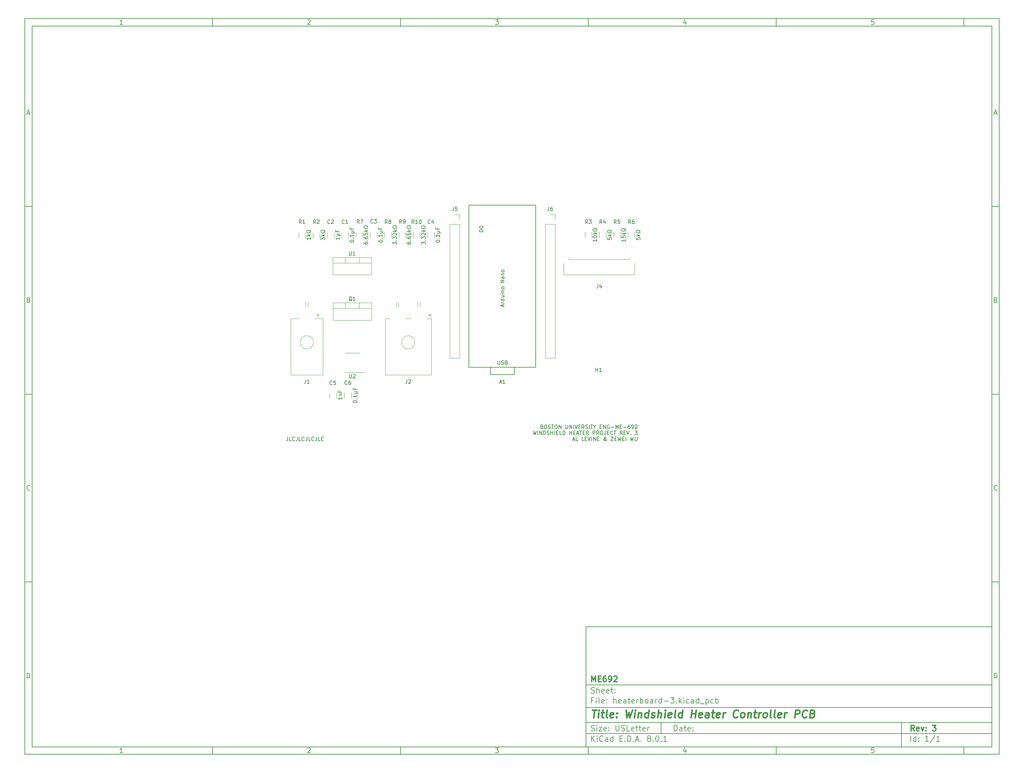
<source format=gbr>
%TF.GenerationSoftware,KiCad,Pcbnew,8.0.1*%
%TF.CreationDate,2024-05-02T11:38:50-04:00*%
%TF.ProjectId,heaterboard-3,68656174-6572-4626-9f61-72642d332e6b,3*%
%TF.SameCoordinates,Original*%
%TF.FileFunction,Legend,Top*%
%TF.FilePolarity,Positive*%
%FSLAX46Y46*%
G04 Gerber Fmt 4.6, Leading zero omitted, Abs format (unit mm)*
G04 Created by KiCad (PCBNEW 8.0.1) date 2024-05-02 11:38:50*
%MOMM*%
%LPD*%
G01*
G04 APERTURE LIST*
%ADD10C,0.100000*%
%ADD11C,0.150000*%
%ADD12C,0.300000*%
%ADD13C,0.400000*%
%ADD14C,0.200000*%
%ADD15C,0.120000*%
G04 APERTURE END LIST*
D10*
D11*
X159400000Y-171900000D02*
X267400000Y-171900000D01*
X267400000Y-203900000D01*
X159400000Y-203900000D01*
X159400000Y-171900000D01*
D10*
D11*
X10000000Y-10000000D02*
X269400000Y-10000000D01*
X269400000Y-205900000D01*
X10000000Y-205900000D01*
X10000000Y-10000000D01*
D10*
D11*
X12000000Y-12000000D02*
X267400000Y-12000000D01*
X267400000Y-203900000D01*
X12000000Y-203900000D01*
X12000000Y-12000000D01*
D10*
D11*
X60000000Y-12000000D02*
X60000000Y-10000000D01*
D10*
D11*
X110000000Y-12000000D02*
X110000000Y-10000000D01*
D10*
D11*
X160000000Y-12000000D02*
X160000000Y-10000000D01*
D10*
D11*
X210000000Y-12000000D02*
X210000000Y-10000000D01*
D10*
D11*
X260000000Y-12000000D02*
X260000000Y-10000000D01*
D10*
D11*
X36089160Y-11593604D02*
X35346303Y-11593604D01*
X35717731Y-11593604D02*
X35717731Y-10293604D01*
X35717731Y-10293604D02*
X35593922Y-10479319D01*
X35593922Y-10479319D02*
X35470112Y-10603128D01*
X35470112Y-10603128D02*
X35346303Y-10665033D01*
D10*
D11*
X85346303Y-10417414D02*
X85408207Y-10355509D01*
X85408207Y-10355509D02*
X85532017Y-10293604D01*
X85532017Y-10293604D02*
X85841541Y-10293604D01*
X85841541Y-10293604D02*
X85965350Y-10355509D01*
X85965350Y-10355509D02*
X86027255Y-10417414D01*
X86027255Y-10417414D02*
X86089160Y-10541223D01*
X86089160Y-10541223D02*
X86089160Y-10665033D01*
X86089160Y-10665033D02*
X86027255Y-10850747D01*
X86027255Y-10850747D02*
X85284398Y-11593604D01*
X85284398Y-11593604D02*
X86089160Y-11593604D01*
D10*
D11*
X135284398Y-10293604D02*
X136089160Y-10293604D01*
X136089160Y-10293604D02*
X135655826Y-10788842D01*
X135655826Y-10788842D02*
X135841541Y-10788842D01*
X135841541Y-10788842D02*
X135965350Y-10850747D01*
X135965350Y-10850747D02*
X136027255Y-10912652D01*
X136027255Y-10912652D02*
X136089160Y-11036461D01*
X136089160Y-11036461D02*
X136089160Y-11345985D01*
X136089160Y-11345985D02*
X136027255Y-11469795D01*
X136027255Y-11469795D02*
X135965350Y-11531700D01*
X135965350Y-11531700D02*
X135841541Y-11593604D01*
X135841541Y-11593604D02*
X135470112Y-11593604D01*
X135470112Y-11593604D02*
X135346303Y-11531700D01*
X135346303Y-11531700D02*
X135284398Y-11469795D01*
D10*
D11*
X185965350Y-10726938D02*
X185965350Y-11593604D01*
X185655826Y-10231700D02*
X185346303Y-11160271D01*
X185346303Y-11160271D02*
X186151064Y-11160271D01*
D10*
D11*
X236027255Y-10293604D02*
X235408207Y-10293604D01*
X235408207Y-10293604D02*
X235346303Y-10912652D01*
X235346303Y-10912652D02*
X235408207Y-10850747D01*
X235408207Y-10850747D02*
X235532017Y-10788842D01*
X235532017Y-10788842D02*
X235841541Y-10788842D01*
X235841541Y-10788842D02*
X235965350Y-10850747D01*
X235965350Y-10850747D02*
X236027255Y-10912652D01*
X236027255Y-10912652D02*
X236089160Y-11036461D01*
X236089160Y-11036461D02*
X236089160Y-11345985D01*
X236089160Y-11345985D02*
X236027255Y-11469795D01*
X236027255Y-11469795D02*
X235965350Y-11531700D01*
X235965350Y-11531700D02*
X235841541Y-11593604D01*
X235841541Y-11593604D02*
X235532017Y-11593604D01*
X235532017Y-11593604D02*
X235408207Y-11531700D01*
X235408207Y-11531700D02*
X235346303Y-11469795D01*
D10*
D11*
X60000000Y-203900000D02*
X60000000Y-205900000D01*
D10*
D11*
X110000000Y-203900000D02*
X110000000Y-205900000D01*
D10*
D11*
X160000000Y-203900000D02*
X160000000Y-205900000D01*
D10*
D11*
X210000000Y-203900000D02*
X210000000Y-205900000D01*
D10*
D11*
X260000000Y-203900000D02*
X260000000Y-205900000D01*
D10*
D11*
X36089160Y-205493604D02*
X35346303Y-205493604D01*
X35717731Y-205493604D02*
X35717731Y-204193604D01*
X35717731Y-204193604D02*
X35593922Y-204379319D01*
X35593922Y-204379319D02*
X35470112Y-204503128D01*
X35470112Y-204503128D02*
X35346303Y-204565033D01*
D10*
D11*
X85346303Y-204317414D02*
X85408207Y-204255509D01*
X85408207Y-204255509D02*
X85532017Y-204193604D01*
X85532017Y-204193604D02*
X85841541Y-204193604D01*
X85841541Y-204193604D02*
X85965350Y-204255509D01*
X85965350Y-204255509D02*
X86027255Y-204317414D01*
X86027255Y-204317414D02*
X86089160Y-204441223D01*
X86089160Y-204441223D02*
X86089160Y-204565033D01*
X86089160Y-204565033D02*
X86027255Y-204750747D01*
X86027255Y-204750747D02*
X85284398Y-205493604D01*
X85284398Y-205493604D02*
X86089160Y-205493604D01*
D10*
D11*
X135284398Y-204193604D02*
X136089160Y-204193604D01*
X136089160Y-204193604D02*
X135655826Y-204688842D01*
X135655826Y-204688842D02*
X135841541Y-204688842D01*
X135841541Y-204688842D02*
X135965350Y-204750747D01*
X135965350Y-204750747D02*
X136027255Y-204812652D01*
X136027255Y-204812652D02*
X136089160Y-204936461D01*
X136089160Y-204936461D02*
X136089160Y-205245985D01*
X136089160Y-205245985D02*
X136027255Y-205369795D01*
X136027255Y-205369795D02*
X135965350Y-205431700D01*
X135965350Y-205431700D02*
X135841541Y-205493604D01*
X135841541Y-205493604D02*
X135470112Y-205493604D01*
X135470112Y-205493604D02*
X135346303Y-205431700D01*
X135346303Y-205431700D02*
X135284398Y-205369795D01*
D10*
D11*
X185965350Y-204626938D02*
X185965350Y-205493604D01*
X185655826Y-204131700D02*
X185346303Y-205060271D01*
X185346303Y-205060271D02*
X186151064Y-205060271D01*
D10*
D11*
X236027255Y-204193604D02*
X235408207Y-204193604D01*
X235408207Y-204193604D02*
X235346303Y-204812652D01*
X235346303Y-204812652D02*
X235408207Y-204750747D01*
X235408207Y-204750747D02*
X235532017Y-204688842D01*
X235532017Y-204688842D02*
X235841541Y-204688842D01*
X235841541Y-204688842D02*
X235965350Y-204750747D01*
X235965350Y-204750747D02*
X236027255Y-204812652D01*
X236027255Y-204812652D02*
X236089160Y-204936461D01*
X236089160Y-204936461D02*
X236089160Y-205245985D01*
X236089160Y-205245985D02*
X236027255Y-205369795D01*
X236027255Y-205369795D02*
X235965350Y-205431700D01*
X235965350Y-205431700D02*
X235841541Y-205493604D01*
X235841541Y-205493604D02*
X235532017Y-205493604D01*
X235532017Y-205493604D02*
X235408207Y-205431700D01*
X235408207Y-205431700D02*
X235346303Y-205369795D01*
D10*
D11*
X10000000Y-60000000D02*
X12000000Y-60000000D01*
D10*
D11*
X10000000Y-110000000D02*
X12000000Y-110000000D01*
D10*
D11*
X10000000Y-160000000D02*
X12000000Y-160000000D01*
D10*
D11*
X10690476Y-35222176D02*
X11309523Y-35222176D01*
X10566666Y-35593604D02*
X10999999Y-34293604D01*
X10999999Y-34293604D02*
X11433333Y-35593604D01*
D10*
D11*
X11092857Y-84912652D02*
X11278571Y-84974557D01*
X11278571Y-84974557D02*
X11340476Y-85036461D01*
X11340476Y-85036461D02*
X11402380Y-85160271D01*
X11402380Y-85160271D02*
X11402380Y-85345985D01*
X11402380Y-85345985D02*
X11340476Y-85469795D01*
X11340476Y-85469795D02*
X11278571Y-85531700D01*
X11278571Y-85531700D02*
X11154761Y-85593604D01*
X11154761Y-85593604D02*
X10659523Y-85593604D01*
X10659523Y-85593604D02*
X10659523Y-84293604D01*
X10659523Y-84293604D02*
X11092857Y-84293604D01*
X11092857Y-84293604D02*
X11216666Y-84355509D01*
X11216666Y-84355509D02*
X11278571Y-84417414D01*
X11278571Y-84417414D02*
X11340476Y-84541223D01*
X11340476Y-84541223D02*
X11340476Y-84665033D01*
X11340476Y-84665033D02*
X11278571Y-84788842D01*
X11278571Y-84788842D02*
X11216666Y-84850747D01*
X11216666Y-84850747D02*
X11092857Y-84912652D01*
X11092857Y-84912652D02*
X10659523Y-84912652D01*
D10*
D11*
X11402380Y-135469795D02*
X11340476Y-135531700D01*
X11340476Y-135531700D02*
X11154761Y-135593604D01*
X11154761Y-135593604D02*
X11030952Y-135593604D01*
X11030952Y-135593604D02*
X10845238Y-135531700D01*
X10845238Y-135531700D02*
X10721428Y-135407890D01*
X10721428Y-135407890D02*
X10659523Y-135284080D01*
X10659523Y-135284080D02*
X10597619Y-135036461D01*
X10597619Y-135036461D02*
X10597619Y-134850747D01*
X10597619Y-134850747D02*
X10659523Y-134603128D01*
X10659523Y-134603128D02*
X10721428Y-134479319D01*
X10721428Y-134479319D02*
X10845238Y-134355509D01*
X10845238Y-134355509D02*
X11030952Y-134293604D01*
X11030952Y-134293604D02*
X11154761Y-134293604D01*
X11154761Y-134293604D02*
X11340476Y-134355509D01*
X11340476Y-134355509D02*
X11402380Y-134417414D01*
D10*
D11*
X10659523Y-185593604D02*
X10659523Y-184293604D01*
X10659523Y-184293604D02*
X10969047Y-184293604D01*
X10969047Y-184293604D02*
X11154761Y-184355509D01*
X11154761Y-184355509D02*
X11278571Y-184479319D01*
X11278571Y-184479319D02*
X11340476Y-184603128D01*
X11340476Y-184603128D02*
X11402380Y-184850747D01*
X11402380Y-184850747D02*
X11402380Y-185036461D01*
X11402380Y-185036461D02*
X11340476Y-185284080D01*
X11340476Y-185284080D02*
X11278571Y-185407890D01*
X11278571Y-185407890D02*
X11154761Y-185531700D01*
X11154761Y-185531700D02*
X10969047Y-185593604D01*
X10969047Y-185593604D02*
X10659523Y-185593604D01*
D10*
D11*
X269400000Y-60000000D02*
X267400000Y-60000000D01*
D10*
D11*
X269400000Y-110000000D02*
X267400000Y-110000000D01*
D10*
D11*
X269400000Y-160000000D02*
X267400000Y-160000000D01*
D10*
D11*
X268090476Y-35222176D02*
X268709523Y-35222176D01*
X267966666Y-35593604D02*
X268399999Y-34293604D01*
X268399999Y-34293604D02*
X268833333Y-35593604D01*
D10*
D11*
X268492857Y-84912652D02*
X268678571Y-84974557D01*
X268678571Y-84974557D02*
X268740476Y-85036461D01*
X268740476Y-85036461D02*
X268802380Y-85160271D01*
X268802380Y-85160271D02*
X268802380Y-85345985D01*
X268802380Y-85345985D02*
X268740476Y-85469795D01*
X268740476Y-85469795D02*
X268678571Y-85531700D01*
X268678571Y-85531700D02*
X268554761Y-85593604D01*
X268554761Y-85593604D02*
X268059523Y-85593604D01*
X268059523Y-85593604D02*
X268059523Y-84293604D01*
X268059523Y-84293604D02*
X268492857Y-84293604D01*
X268492857Y-84293604D02*
X268616666Y-84355509D01*
X268616666Y-84355509D02*
X268678571Y-84417414D01*
X268678571Y-84417414D02*
X268740476Y-84541223D01*
X268740476Y-84541223D02*
X268740476Y-84665033D01*
X268740476Y-84665033D02*
X268678571Y-84788842D01*
X268678571Y-84788842D02*
X268616666Y-84850747D01*
X268616666Y-84850747D02*
X268492857Y-84912652D01*
X268492857Y-84912652D02*
X268059523Y-84912652D01*
D10*
D11*
X268802380Y-135469795D02*
X268740476Y-135531700D01*
X268740476Y-135531700D02*
X268554761Y-135593604D01*
X268554761Y-135593604D02*
X268430952Y-135593604D01*
X268430952Y-135593604D02*
X268245238Y-135531700D01*
X268245238Y-135531700D02*
X268121428Y-135407890D01*
X268121428Y-135407890D02*
X268059523Y-135284080D01*
X268059523Y-135284080D02*
X267997619Y-135036461D01*
X267997619Y-135036461D02*
X267997619Y-134850747D01*
X267997619Y-134850747D02*
X268059523Y-134603128D01*
X268059523Y-134603128D02*
X268121428Y-134479319D01*
X268121428Y-134479319D02*
X268245238Y-134355509D01*
X268245238Y-134355509D02*
X268430952Y-134293604D01*
X268430952Y-134293604D02*
X268554761Y-134293604D01*
X268554761Y-134293604D02*
X268740476Y-134355509D01*
X268740476Y-134355509D02*
X268802380Y-134417414D01*
D10*
D11*
X268059523Y-185593604D02*
X268059523Y-184293604D01*
X268059523Y-184293604D02*
X268369047Y-184293604D01*
X268369047Y-184293604D02*
X268554761Y-184355509D01*
X268554761Y-184355509D02*
X268678571Y-184479319D01*
X268678571Y-184479319D02*
X268740476Y-184603128D01*
X268740476Y-184603128D02*
X268802380Y-184850747D01*
X268802380Y-184850747D02*
X268802380Y-185036461D01*
X268802380Y-185036461D02*
X268740476Y-185284080D01*
X268740476Y-185284080D02*
X268678571Y-185407890D01*
X268678571Y-185407890D02*
X268554761Y-185531700D01*
X268554761Y-185531700D02*
X268369047Y-185593604D01*
X268369047Y-185593604D02*
X268059523Y-185593604D01*
D10*
D11*
X182855826Y-199686128D02*
X182855826Y-198186128D01*
X182855826Y-198186128D02*
X183212969Y-198186128D01*
X183212969Y-198186128D02*
X183427255Y-198257557D01*
X183427255Y-198257557D02*
X183570112Y-198400414D01*
X183570112Y-198400414D02*
X183641541Y-198543271D01*
X183641541Y-198543271D02*
X183712969Y-198828985D01*
X183712969Y-198828985D02*
X183712969Y-199043271D01*
X183712969Y-199043271D02*
X183641541Y-199328985D01*
X183641541Y-199328985D02*
X183570112Y-199471842D01*
X183570112Y-199471842D02*
X183427255Y-199614700D01*
X183427255Y-199614700D02*
X183212969Y-199686128D01*
X183212969Y-199686128D02*
X182855826Y-199686128D01*
X184998684Y-199686128D02*
X184998684Y-198900414D01*
X184998684Y-198900414D02*
X184927255Y-198757557D01*
X184927255Y-198757557D02*
X184784398Y-198686128D01*
X184784398Y-198686128D02*
X184498684Y-198686128D01*
X184498684Y-198686128D02*
X184355826Y-198757557D01*
X184998684Y-199614700D02*
X184855826Y-199686128D01*
X184855826Y-199686128D02*
X184498684Y-199686128D01*
X184498684Y-199686128D02*
X184355826Y-199614700D01*
X184355826Y-199614700D02*
X184284398Y-199471842D01*
X184284398Y-199471842D02*
X184284398Y-199328985D01*
X184284398Y-199328985D02*
X184355826Y-199186128D01*
X184355826Y-199186128D02*
X184498684Y-199114700D01*
X184498684Y-199114700D02*
X184855826Y-199114700D01*
X184855826Y-199114700D02*
X184998684Y-199043271D01*
X185498684Y-198686128D02*
X186070112Y-198686128D01*
X185712969Y-198186128D02*
X185712969Y-199471842D01*
X185712969Y-199471842D02*
X185784398Y-199614700D01*
X185784398Y-199614700D02*
X185927255Y-199686128D01*
X185927255Y-199686128D02*
X186070112Y-199686128D01*
X187141541Y-199614700D02*
X186998684Y-199686128D01*
X186998684Y-199686128D02*
X186712970Y-199686128D01*
X186712970Y-199686128D02*
X186570112Y-199614700D01*
X186570112Y-199614700D02*
X186498684Y-199471842D01*
X186498684Y-199471842D02*
X186498684Y-198900414D01*
X186498684Y-198900414D02*
X186570112Y-198757557D01*
X186570112Y-198757557D02*
X186712970Y-198686128D01*
X186712970Y-198686128D02*
X186998684Y-198686128D01*
X186998684Y-198686128D02*
X187141541Y-198757557D01*
X187141541Y-198757557D02*
X187212970Y-198900414D01*
X187212970Y-198900414D02*
X187212970Y-199043271D01*
X187212970Y-199043271D02*
X186498684Y-199186128D01*
X187855826Y-199543271D02*
X187927255Y-199614700D01*
X187927255Y-199614700D02*
X187855826Y-199686128D01*
X187855826Y-199686128D02*
X187784398Y-199614700D01*
X187784398Y-199614700D02*
X187855826Y-199543271D01*
X187855826Y-199543271D02*
X187855826Y-199686128D01*
X187855826Y-198757557D02*
X187927255Y-198828985D01*
X187927255Y-198828985D02*
X187855826Y-198900414D01*
X187855826Y-198900414D02*
X187784398Y-198828985D01*
X187784398Y-198828985D02*
X187855826Y-198757557D01*
X187855826Y-198757557D02*
X187855826Y-198900414D01*
D10*
D11*
X159400000Y-200400000D02*
X267400000Y-200400000D01*
D10*
D11*
X160855826Y-202486128D02*
X160855826Y-200986128D01*
X161712969Y-202486128D02*
X161070112Y-201628985D01*
X161712969Y-200986128D02*
X160855826Y-201843271D01*
X162355826Y-202486128D02*
X162355826Y-201486128D01*
X162355826Y-200986128D02*
X162284398Y-201057557D01*
X162284398Y-201057557D02*
X162355826Y-201128985D01*
X162355826Y-201128985D02*
X162427255Y-201057557D01*
X162427255Y-201057557D02*
X162355826Y-200986128D01*
X162355826Y-200986128D02*
X162355826Y-201128985D01*
X163927255Y-202343271D02*
X163855827Y-202414700D01*
X163855827Y-202414700D02*
X163641541Y-202486128D01*
X163641541Y-202486128D02*
X163498684Y-202486128D01*
X163498684Y-202486128D02*
X163284398Y-202414700D01*
X163284398Y-202414700D02*
X163141541Y-202271842D01*
X163141541Y-202271842D02*
X163070112Y-202128985D01*
X163070112Y-202128985D02*
X162998684Y-201843271D01*
X162998684Y-201843271D02*
X162998684Y-201628985D01*
X162998684Y-201628985D02*
X163070112Y-201343271D01*
X163070112Y-201343271D02*
X163141541Y-201200414D01*
X163141541Y-201200414D02*
X163284398Y-201057557D01*
X163284398Y-201057557D02*
X163498684Y-200986128D01*
X163498684Y-200986128D02*
X163641541Y-200986128D01*
X163641541Y-200986128D02*
X163855827Y-201057557D01*
X163855827Y-201057557D02*
X163927255Y-201128985D01*
X165212970Y-202486128D02*
X165212970Y-201700414D01*
X165212970Y-201700414D02*
X165141541Y-201557557D01*
X165141541Y-201557557D02*
X164998684Y-201486128D01*
X164998684Y-201486128D02*
X164712970Y-201486128D01*
X164712970Y-201486128D02*
X164570112Y-201557557D01*
X165212970Y-202414700D02*
X165070112Y-202486128D01*
X165070112Y-202486128D02*
X164712970Y-202486128D01*
X164712970Y-202486128D02*
X164570112Y-202414700D01*
X164570112Y-202414700D02*
X164498684Y-202271842D01*
X164498684Y-202271842D02*
X164498684Y-202128985D01*
X164498684Y-202128985D02*
X164570112Y-201986128D01*
X164570112Y-201986128D02*
X164712970Y-201914700D01*
X164712970Y-201914700D02*
X165070112Y-201914700D01*
X165070112Y-201914700D02*
X165212970Y-201843271D01*
X166570113Y-202486128D02*
X166570113Y-200986128D01*
X166570113Y-202414700D02*
X166427255Y-202486128D01*
X166427255Y-202486128D02*
X166141541Y-202486128D01*
X166141541Y-202486128D02*
X165998684Y-202414700D01*
X165998684Y-202414700D02*
X165927255Y-202343271D01*
X165927255Y-202343271D02*
X165855827Y-202200414D01*
X165855827Y-202200414D02*
X165855827Y-201771842D01*
X165855827Y-201771842D02*
X165927255Y-201628985D01*
X165927255Y-201628985D02*
X165998684Y-201557557D01*
X165998684Y-201557557D02*
X166141541Y-201486128D01*
X166141541Y-201486128D02*
X166427255Y-201486128D01*
X166427255Y-201486128D02*
X166570113Y-201557557D01*
X168427255Y-201700414D02*
X168927255Y-201700414D01*
X169141541Y-202486128D02*
X168427255Y-202486128D01*
X168427255Y-202486128D02*
X168427255Y-200986128D01*
X168427255Y-200986128D02*
X169141541Y-200986128D01*
X169784398Y-202343271D02*
X169855827Y-202414700D01*
X169855827Y-202414700D02*
X169784398Y-202486128D01*
X169784398Y-202486128D02*
X169712970Y-202414700D01*
X169712970Y-202414700D02*
X169784398Y-202343271D01*
X169784398Y-202343271D02*
X169784398Y-202486128D01*
X170498684Y-202486128D02*
X170498684Y-200986128D01*
X170498684Y-200986128D02*
X170855827Y-200986128D01*
X170855827Y-200986128D02*
X171070113Y-201057557D01*
X171070113Y-201057557D02*
X171212970Y-201200414D01*
X171212970Y-201200414D02*
X171284399Y-201343271D01*
X171284399Y-201343271D02*
X171355827Y-201628985D01*
X171355827Y-201628985D02*
X171355827Y-201843271D01*
X171355827Y-201843271D02*
X171284399Y-202128985D01*
X171284399Y-202128985D02*
X171212970Y-202271842D01*
X171212970Y-202271842D02*
X171070113Y-202414700D01*
X171070113Y-202414700D02*
X170855827Y-202486128D01*
X170855827Y-202486128D02*
X170498684Y-202486128D01*
X171998684Y-202343271D02*
X172070113Y-202414700D01*
X172070113Y-202414700D02*
X171998684Y-202486128D01*
X171998684Y-202486128D02*
X171927256Y-202414700D01*
X171927256Y-202414700D02*
X171998684Y-202343271D01*
X171998684Y-202343271D02*
X171998684Y-202486128D01*
X172641542Y-202057557D02*
X173355828Y-202057557D01*
X172498685Y-202486128D02*
X172998685Y-200986128D01*
X172998685Y-200986128D02*
X173498685Y-202486128D01*
X173998684Y-202343271D02*
X174070113Y-202414700D01*
X174070113Y-202414700D02*
X173998684Y-202486128D01*
X173998684Y-202486128D02*
X173927256Y-202414700D01*
X173927256Y-202414700D02*
X173998684Y-202343271D01*
X173998684Y-202343271D02*
X173998684Y-202486128D01*
X176070113Y-201628985D02*
X175927256Y-201557557D01*
X175927256Y-201557557D02*
X175855827Y-201486128D01*
X175855827Y-201486128D02*
X175784399Y-201343271D01*
X175784399Y-201343271D02*
X175784399Y-201271842D01*
X175784399Y-201271842D02*
X175855827Y-201128985D01*
X175855827Y-201128985D02*
X175927256Y-201057557D01*
X175927256Y-201057557D02*
X176070113Y-200986128D01*
X176070113Y-200986128D02*
X176355827Y-200986128D01*
X176355827Y-200986128D02*
X176498685Y-201057557D01*
X176498685Y-201057557D02*
X176570113Y-201128985D01*
X176570113Y-201128985D02*
X176641542Y-201271842D01*
X176641542Y-201271842D02*
X176641542Y-201343271D01*
X176641542Y-201343271D02*
X176570113Y-201486128D01*
X176570113Y-201486128D02*
X176498685Y-201557557D01*
X176498685Y-201557557D02*
X176355827Y-201628985D01*
X176355827Y-201628985D02*
X176070113Y-201628985D01*
X176070113Y-201628985D02*
X175927256Y-201700414D01*
X175927256Y-201700414D02*
X175855827Y-201771842D01*
X175855827Y-201771842D02*
X175784399Y-201914700D01*
X175784399Y-201914700D02*
X175784399Y-202200414D01*
X175784399Y-202200414D02*
X175855827Y-202343271D01*
X175855827Y-202343271D02*
X175927256Y-202414700D01*
X175927256Y-202414700D02*
X176070113Y-202486128D01*
X176070113Y-202486128D02*
X176355827Y-202486128D01*
X176355827Y-202486128D02*
X176498685Y-202414700D01*
X176498685Y-202414700D02*
X176570113Y-202343271D01*
X176570113Y-202343271D02*
X176641542Y-202200414D01*
X176641542Y-202200414D02*
X176641542Y-201914700D01*
X176641542Y-201914700D02*
X176570113Y-201771842D01*
X176570113Y-201771842D02*
X176498685Y-201700414D01*
X176498685Y-201700414D02*
X176355827Y-201628985D01*
X177284398Y-202343271D02*
X177355827Y-202414700D01*
X177355827Y-202414700D02*
X177284398Y-202486128D01*
X177284398Y-202486128D02*
X177212970Y-202414700D01*
X177212970Y-202414700D02*
X177284398Y-202343271D01*
X177284398Y-202343271D02*
X177284398Y-202486128D01*
X178284399Y-200986128D02*
X178427256Y-200986128D01*
X178427256Y-200986128D02*
X178570113Y-201057557D01*
X178570113Y-201057557D02*
X178641542Y-201128985D01*
X178641542Y-201128985D02*
X178712970Y-201271842D01*
X178712970Y-201271842D02*
X178784399Y-201557557D01*
X178784399Y-201557557D02*
X178784399Y-201914700D01*
X178784399Y-201914700D02*
X178712970Y-202200414D01*
X178712970Y-202200414D02*
X178641542Y-202343271D01*
X178641542Y-202343271D02*
X178570113Y-202414700D01*
X178570113Y-202414700D02*
X178427256Y-202486128D01*
X178427256Y-202486128D02*
X178284399Y-202486128D01*
X178284399Y-202486128D02*
X178141542Y-202414700D01*
X178141542Y-202414700D02*
X178070113Y-202343271D01*
X178070113Y-202343271D02*
X177998684Y-202200414D01*
X177998684Y-202200414D02*
X177927256Y-201914700D01*
X177927256Y-201914700D02*
X177927256Y-201557557D01*
X177927256Y-201557557D02*
X177998684Y-201271842D01*
X177998684Y-201271842D02*
X178070113Y-201128985D01*
X178070113Y-201128985D02*
X178141542Y-201057557D01*
X178141542Y-201057557D02*
X178284399Y-200986128D01*
X179427255Y-202343271D02*
X179498684Y-202414700D01*
X179498684Y-202414700D02*
X179427255Y-202486128D01*
X179427255Y-202486128D02*
X179355827Y-202414700D01*
X179355827Y-202414700D02*
X179427255Y-202343271D01*
X179427255Y-202343271D02*
X179427255Y-202486128D01*
X180927256Y-202486128D02*
X180070113Y-202486128D01*
X180498684Y-202486128D02*
X180498684Y-200986128D01*
X180498684Y-200986128D02*
X180355827Y-201200414D01*
X180355827Y-201200414D02*
X180212970Y-201343271D01*
X180212970Y-201343271D02*
X180070113Y-201414700D01*
D10*
D11*
X159400000Y-197400000D02*
X267400000Y-197400000D01*
D10*
D12*
X246811653Y-199678328D02*
X246311653Y-198964042D01*
X245954510Y-199678328D02*
X245954510Y-198178328D01*
X245954510Y-198178328D02*
X246525939Y-198178328D01*
X246525939Y-198178328D02*
X246668796Y-198249757D01*
X246668796Y-198249757D02*
X246740225Y-198321185D01*
X246740225Y-198321185D02*
X246811653Y-198464042D01*
X246811653Y-198464042D02*
X246811653Y-198678328D01*
X246811653Y-198678328D02*
X246740225Y-198821185D01*
X246740225Y-198821185D02*
X246668796Y-198892614D01*
X246668796Y-198892614D02*
X246525939Y-198964042D01*
X246525939Y-198964042D02*
X245954510Y-198964042D01*
X248025939Y-199606900D02*
X247883082Y-199678328D01*
X247883082Y-199678328D02*
X247597368Y-199678328D01*
X247597368Y-199678328D02*
X247454510Y-199606900D01*
X247454510Y-199606900D02*
X247383082Y-199464042D01*
X247383082Y-199464042D02*
X247383082Y-198892614D01*
X247383082Y-198892614D02*
X247454510Y-198749757D01*
X247454510Y-198749757D02*
X247597368Y-198678328D01*
X247597368Y-198678328D02*
X247883082Y-198678328D01*
X247883082Y-198678328D02*
X248025939Y-198749757D01*
X248025939Y-198749757D02*
X248097368Y-198892614D01*
X248097368Y-198892614D02*
X248097368Y-199035471D01*
X248097368Y-199035471D02*
X247383082Y-199178328D01*
X248597367Y-198678328D02*
X248954510Y-199678328D01*
X248954510Y-199678328D02*
X249311653Y-198678328D01*
X249883081Y-199535471D02*
X249954510Y-199606900D01*
X249954510Y-199606900D02*
X249883081Y-199678328D01*
X249883081Y-199678328D02*
X249811653Y-199606900D01*
X249811653Y-199606900D02*
X249883081Y-199535471D01*
X249883081Y-199535471D02*
X249883081Y-199678328D01*
X249883081Y-198749757D02*
X249954510Y-198821185D01*
X249954510Y-198821185D02*
X249883081Y-198892614D01*
X249883081Y-198892614D02*
X249811653Y-198821185D01*
X249811653Y-198821185D02*
X249883081Y-198749757D01*
X249883081Y-198749757D02*
X249883081Y-198892614D01*
X251597367Y-198178328D02*
X252525939Y-198178328D01*
X252525939Y-198178328D02*
X252025939Y-198749757D01*
X252025939Y-198749757D02*
X252240224Y-198749757D01*
X252240224Y-198749757D02*
X252383082Y-198821185D01*
X252383082Y-198821185D02*
X252454510Y-198892614D01*
X252454510Y-198892614D02*
X252525939Y-199035471D01*
X252525939Y-199035471D02*
X252525939Y-199392614D01*
X252525939Y-199392614D02*
X252454510Y-199535471D01*
X252454510Y-199535471D02*
X252383082Y-199606900D01*
X252383082Y-199606900D02*
X252240224Y-199678328D01*
X252240224Y-199678328D02*
X251811653Y-199678328D01*
X251811653Y-199678328D02*
X251668796Y-199606900D01*
X251668796Y-199606900D02*
X251597367Y-199535471D01*
D10*
D11*
X160784398Y-199614700D02*
X160998684Y-199686128D01*
X160998684Y-199686128D02*
X161355826Y-199686128D01*
X161355826Y-199686128D02*
X161498684Y-199614700D01*
X161498684Y-199614700D02*
X161570112Y-199543271D01*
X161570112Y-199543271D02*
X161641541Y-199400414D01*
X161641541Y-199400414D02*
X161641541Y-199257557D01*
X161641541Y-199257557D02*
X161570112Y-199114700D01*
X161570112Y-199114700D02*
X161498684Y-199043271D01*
X161498684Y-199043271D02*
X161355826Y-198971842D01*
X161355826Y-198971842D02*
X161070112Y-198900414D01*
X161070112Y-198900414D02*
X160927255Y-198828985D01*
X160927255Y-198828985D02*
X160855826Y-198757557D01*
X160855826Y-198757557D02*
X160784398Y-198614700D01*
X160784398Y-198614700D02*
X160784398Y-198471842D01*
X160784398Y-198471842D02*
X160855826Y-198328985D01*
X160855826Y-198328985D02*
X160927255Y-198257557D01*
X160927255Y-198257557D02*
X161070112Y-198186128D01*
X161070112Y-198186128D02*
X161427255Y-198186128D01*
X161427255Y-198186128D02*
X161641541Y-198257557D01*
X162284397Y-199686128D02*
X162284397Y-198686128D01*
X162284397Y-198186128D02*
X162212969Y-198257557D01*
X162212969Y-198257557D02*
X162284397Y-198328985D01*
X162284397Y-198328985D02*
X162355826Y-198257557D01*
X162355826Y-198257557D02*
X162284397Y-198186128D01*
X162284397Y-198186128D02*
X162284397Y-198328985D01*
X162855826Y-198686128D02*
X163641541Y-198686128D01*
X163641541Y-198686128D02*
X162855826Y-199686128D01*
X162855826Y-199686128D02*
X163641541Y-199686128D01*
X164784398Y-199614700D02*
X164641541Y-199686128D01*
X164641541Y-199686128D02*
X164355827Y-199686128D01*
X164355827Y-199686128D02*
X164212969Y-199614700D01*
X164212969Y-199614700D02*
X164141541Y-199471842D01*
X164141541Y-199471842D02*
X164141541Y-198900414D01*
X164141541Y-198900414D02*
X164212969Y-198757557D01*
X164212969Y-198757557D02*
X164355827Y-198686128D01*
X164355827Y-198686128D02*
X164641541Y-198686128D01*
X164641541Y-198686128D02*
X164784398Y-198757557D01*
X164784398Y-198757557D02*
X164855827Y-198900414D01*
X164855827Y-198900414D02*
X164855827Y-199043271D01*
X164855827Y-199043271D02*
X164141541Y-199186128D01*
X165498683Y-199543271D02*
X165570112Y-199614700D01*
X165570112Y-199614700D02*
X165498683Y-199686128D01*
X165498683Y-199686128D02*
X165427255Y-199614700D01*
X165427255Y-199614700D02*
X165498683Y-199543271D01*
X165498683Y-199543271D02*
X165498683Y-199686128D01*
X165498683Y-198757557D02*
X165570112Y-198828985D01*
X165570112Y-198828985D02*
X165498683Y-198900414D01*
X165498683Y-198900414D02*
X165427255Y-198828985D01*
X165427255Y-198828985D02*
X165498683Y-198757557D01*
X165498683Y-198757557D02*
X165498683Y-198900414D01*
X167355826Y-198186128D02*
X167355826Y-199400414D01*
X167355826Y-199400414D02*
X167427255Y-199543271D01*
X167427255Y-199543271D02*
X167498684Y-199614700D01*
X167498684Y-199614700D02*
X167641541Y-199686128D01*
X167641541Y-199686128D02*
X167927255Y-199686128D01*
X167927255Y-199686128D02*
X168070112Y-199614700D01*
X168070112Y-199614700D02*
X168141541Y-199543271D01*
X168141541Y-199543271D02*
X168212969Y-199400414D01*
X168212969Y-199400414D02*
X168212969Y-198186128D01*
X168855827Y-199614700D02*
X169070113Y-199686128D01*
X169070113Y-199686128D02*
X169427255Y-199686128D01*
X169427255Y-199686128D02*
X169570113Y-199614700D01*
X169570113Y-199614700D02*
X169641541Y-199543271D01*
X169641541Y-199543271D02*
X169712970Y-199400414D01*
X169712970Y-199400414D02*
X169712970Y-199257557D01*
X169712970Y-199257557D02*
X169641541Y-199114700D01*
X169641541Y-199114700D02*
X169570113Y-199043271D01*
X169570113Y-199043271D02*
X169427255Y-198971842D01*
X169427255Y-198971842D02*
X169141541Y-198900414D01*
X169141541Y-198900414D02*
X168998684Y-198828985D01*
X168998684Y-198828985D02*
X168927255Y-198757557D01*
X168927255Y-198757557D02*
X168855827Y-198614700D01*
X168855827Y-198614700D02*
X168855827Y-198471842D01*
X168855827Y-198471842D02*
X168927255Y-198328985D01*
X168927255Y-198328985D02*
X168998684Y-198257557D01*
X168998684Y-198257557D02*
X169141541Y-198186128D01*
X169141541Y-198186128D02*
X169498684Y-198186128D01*
X169498684Y-198186128D02*
X169712970Y-198257557D01*
X171070112Y-199686128D02*
X170355826Y-199686128D01*
X170355826Y-199686128D02*
X170355826Y-198186128D01*
X172141541Y-199614700D02*
X171998684Y-199686128D01*
X171998684Y-199686128D02*
X171712970Y-199686128D01*
X171712970Y-199686128D02*
X171570112Y-199614700D01*
X171570112Y-199614700D02*
X171498684Y-199471842D01*
X171498684Y-199471842D02*
X171498684Y-198900414D01*
X171498684Y-198900414D02*
X171570112Y-198757557D01*
X171570112Y-198757557D02*
X171712970Y-198686128D01*
X171712970Y-198686128D02*
X171998684Y-198686128D01*
X171998684Y-198686128D02*
X172141541Y-198757557D01*
X172141541Y-198757557D02*
X172212970Y-198900414D01*
X172212970Y-198900414D02*
X172212970Y-199043271D01*
X172212970Y-199043271D02*
X171498684Y-199186128D01*
X172641541Y-198686128D02*
X173212969Y-198686128D01*
X172855826Y-198186128D02*
X172855826Y-199471842D01*
X172855826Y-199471842D02*
X172927255Y-199614700D01*
X172927255Y-199614700D02*
X173070112Y-199686128D01*
X173070112Y-199686128D02*
X173212969Y-199686128D01*
X173498684Y-198686128D02*
X174070112Y-198686128D01*
X173712969Y-198186128D02*
X173712969Y-199471842D01*
X173712969Y-199471842D02*
X173784398Y-199614700D01*
X173784398Y-199614700D02*
X173927255Y-199686128D01*
X173927255Y-199686128D02*
X174070112Y-199686128D01*
X175141541Y-199614700D02*
X174998684Y-199686128D01*
X174998684Y-199686128D02*
X174712970Y-199686128D01*
X174712970Y-199686128D02*
X174570112Y-199614700D01*
X174570112Y-199614700D02*
X174498684Y-199471842D01*
X174498684Y-199471842D02*
X174498684Y-198900414D01*
X174498684Y-198900414D02*
X174570112Y-198757557D01*
X174570112Y-198757557D02*
X174712970Y-198686128D01*
X174712970Y-198686128D02*
X174998684Y-198686128D01*
X174998684Y-198686128D02*
X175141541Y-198757557D01*
X175141541Y-198757557D02*
X175212970Y-198900414D01*
X175212970Y-198900414D02*
X175212970Y-199043271D01*
X175212970Y-199043271D02*
X174498684Y-199186128D01*
X175855826Y-199686128D02*
X175855826Y-198686128D01*
X175855826Y-198971842D02*
X175927255Y-198828985D01*
X175927255Y-198828985D02*
X175998684Y-198757557D01*
X175998684Y-198757557D02*
X176141541Y-198686128D01*
X176141541Y-198686128D02*
X176284398Y-198686128D01*
D10*
D11*
X245855826Y-202486128D02*
X245855826Y-200986128D01*
X247212970Y-202486128D02*
X247212970Y-200986128D01*
X247212970Y-202414700D02*
X247070112Y-202486128D01*
X247070112Y-202486128D02*
X246784398Y-202486128D01*
X246784398Y-202486128D02*
X246641541Y-202414700D01*
X246641541Y-202414700D02*
X246570112Y-202343271D01*
X246570112Y-202343271D02*
X246498684Y-202200414D01*
X246498684Y-202200414D02*
X246498684Y-201771842D01*
X246498684Y-201771842D02*
X246570112Y-201628985D01*
X246570112Y-201628985D02*
X246641541Y-201557557D01*
X246641541Y-201557557D02*
X246784398Y-201486128D01*
X246784398Y-201486128D02*
X247070112Y-201486128D01*
X247070112Y-201486128D02*
X247212970Y-201557557D01*
X247927255Y-202343271D02*
X247998684Y-202414700D01*
X247998684Y-202414700D02*
X247927255Y-202486128D01*
X247927255Y-202486128D02*
X247855827Y-202414700D01*
X247855827Y-202414700D02*
X247927255Y-202343271D01*
X247927255Y-202343271D02*
X247927255Y-202486128D01*
X247927255Y-201557557D02*
X247998684Y-201628985D01*
X247998684Y-201628985D02*
X247927255Y-201700414D01*
X247927255Y-201700414D02*
X247855827Y-201628985D01*
X247855827Y-201628985D02*
X247927255Y-201557557D01*
X247927255Y-201557557D02*
X247927255Y-201700414D01*
X250570113Y-202486128D02*
X249712970Y-202486128D01*
X250141541Y-202486128D02*
X250141541Y-200986128D01*
X250141541Y-200986128D02*
X249998684Y-201200414D01*
X249998684Y-201200414D02*
X249855827Y-201343271D01*
X249855827Y-201343271D02*
X249712970Y-201414700D01*
X252284398Y-200914700D02*
X250998684Y-202843271D01*
X253570113Y-202486128D02*
X252712970Y-202486128D01*
X253141541Y-202486128D02*
X253141541Y-200986128D01*
X253141541Y-200986128D02*
X252998684Y-201200414D01*
X252998684Y-201200414D02*
X252855827Y-201343271D01*
X252855827Y-201343271D02*
X252712970Y-201414700D01*
D10*
D11*
X159400000Y-193400000D02*
X267400000Y-193400000D01*
D10*
D13*
X161091728Y-194104438D02*
X162234585Y-194104438D01*
X161413157Y-196104438D02*
X161663157Y-194104438D01*
X162651252Y-196104438D02*
X162817919Y-194771104D01*
X162901252Y-194104438D02*
X162794109Y-194199676D01*
X162794109Y-194199676D02*
X162877443Y-194294914D01*
X162877443Y-194294914D02*
X162984586Y-194199676D01*
X162984586Y-194199676D02*
X162901252Y-194104438D01*
X162901252Y-194104438D02*
X162877443Y-194294914D01*
X163484586Y-194771104D02*
X164246490Y-194771104D01*
X163853633Y-194104438D02*
X163639348Y-195818723D01*
X163639348Y-195818723D02*
X163710776Y-196009200D01*
X163710776Y-196009200D02*
X163889348Y-196104438D01*
X163889348Y-196104438D02*
X164079824Y-196104438D01*
X165032205Y-196104438D02*
X164853633Y-196009200D01*
X164853633Y-196009200D02*
X164782205Y-195818723D01*
X164782205Y-195818723D02*
X164996490Y-194104438D01*
X166567919Y-196009200D02*
X166365538Y-196104438D01*
X166365538Y-196104438D02*
X165984585Y-196104438D01*
X165984585Y-196104438D02*
X165806014Y-196009200D01*
X165806014Y-196009200D02*
X165734585Y-195818723D01*
X165734585Y-195818723D02*
X165829824Y-195056819D01*
X165829824Y-195056819D02*
X165948871Y-194866342D01*
X165948871Y-194866342D02*
X166151252Y-194771104D01*
X166151252Y-194771104D02*
X166532204Y-194771104D01*
X166532204Y-194771104D02*
X166710776Y-194866342D01*
X166710776Y-194866342D02*
X166782204Y-195056819D01*
X166782204Y-195056819D02*
X166758395Y-195247295D01*
X166758395Y-195247295D02*
X165782204Y-195437771D01*
X167532205Y-195913961D02*
X167615538Y-196009200D01*
X167615538Y-196009200D02*
X167508395Y-196104438D01*
X167508395Y-196104438D02*
X167425062Y-196009200D01*
X167425062Y-196009200D02*
X167532205Y-195913961D01*
X167532205Y-195913961D02*
X167508395Y-196104438D01*
X167663157Y-194866342D02*
X167746490Y-194961580D01*
X167746490Y-194961580D02*
X167639348Y-195056819D01*
X167639348Y-195056819D02*
X167556014Y-194961580D01*
X167556014Y-194961580D02*
X167663157Y-194866342D01*
X167663157Y-194866342D02*
X167639348Y-195056819D01*
X170044110Y-194104438D02*
X170270301Y-196104438D01*
X170270301Y-196104438D02*
X170829824Y-194675866D01*
X170829824Y-194675866D02*
X171032205Y-196104438D01*
X171032205Y-196104438D02*
X171758396Y-194104438D01*
X172270300Y-196104438D02*
X172436967Y-194771104D01*
X172520300Y-194104438D02*
X172413157Y-194199676D01*
X172413157Y-194199676D02*
X172496491Y-194294914D01*
X172496491Y-194294914D02*
X172603634Y-194199676D01*
X172603634Y-194199676D02*
X172520300Y-194104438D01*
X172520300Y-194104438D02*
X172496491Y-194294914D01*
X173389348Y-194771104D02*
X173222681Y-196104438D01*
X173365538Y-194961580D02*
X173472681Y-194866342D01*
X173472681Y-194866342D02*
X173675062Y-194771104D01*
X173675062Y-194771104D02*
X173960776Y-194771104D01*
X173960776Y-194771104D02*
X174139348Y-194866342D01*
X174139348Y-194866342D02*
X174210776Y-195056819D01*
X174210776Y-195056819D02*
X174079824Y-196104438D01*
X175889348Y-196104438D02*
X176139348Y-194104438D01*
X175901253Y-196009200D02*
X175698872Y-196104438D01*
X175698872Y-196104438D02*
X175317920Y-196104438D01*
X175317920Y-196104438D02*
X175139348Y-196009200D01*
X175139348Y-196009200D02*
X175056015Y-195913961D01*
X175056015Y-195913961D02*
X174984586Y-195723485D01*
X174984586Y-195723485D02*
X175056015Y-195152057D01*
X175056015Y-195152057D02*
X175175062Y-194961580D01*
X175175062Y-194961580D02*
X175282205Y-194866342D01*
X175282205Y-194866342D02*
X175484586Y-194771104D01*
X175484586Y-194771104D02*
X175865539Y-194771104D01*
X175865539Y-194771104D02*
X176044110Y-194866342D01*
X176758396Y-196009200D02*
X176936967Y-196104438D01*
X176936967Y-196104438D02*
X177317920Y-196104438D01*
X177317920Y-196104438D02*
X177520301Y-196009200D01*
X177520301Y-196009200D02*
X177639348Y-195818723D01*
X177639348Y-195818723D02*
X177651253Y-195723485D01*
X177651253Y-195723485D02*
X177579824Y-195533009D01*
X177579824Y-195533009D02*
X177401253Y-195437771D01*
X177401253Y-195437771D02*
X177115539Y-195437771D01*
X177115539Y-195437771D02*
X176936967Y-195342533D01*
X176936967Y-195342533D02*
X176865539Y-195152057D01*
X176865539Y-195152057D02*
X176877444Y-195056819D01*
X176877444Y-195056819D02*
X176996491Y-194866342D01*
X176996491Y-194866342D02*
X177198872Y-194771104D01*
X177198872Y-194771104D02*
X177484586Y-194771104D01*
X177484586Y-194771104D02*
X177663158Y-194866342D01*
X178460777Y-196104438D02*
X178710777Y-194104438D01*
X179317920Y-196104438D02*
X179448872Y-195056819D01*
X179448872Y-195056819D02*
X179377444Y-194866342D01*
X179377444Y-194866342D02*
X179198872Y-194771104D01*
X179198872Y-194771104D02*
X178913158Y-194771104D01*
X178913158Y-194771104D02*
X178710777Y-194866342D01*
X178710777Y-194866342D02*
X178603634Y-194961580D01*
X180270301Y-196104438D02*
X180436968Y-194771104D01*
X180520301Y-194104438D02*
X180413158Y-194199676D01*
X180413158Y-194199676D02*
X180496492Y-194294914D01*
X180496492Y-194294914D02*
X180603635Y-194199676D01*
X180603635Y-194199676D02*
X180520301Y-194104438D01*
X180520301Y-194104438D02*
X180496492Y-194294914D01*
X181996492Y-196009200D02*
X181794111Y-196104438D01*
X181794111Y-196104438D02*
X181413158Y-196104438D01*
X181413158Y-196104438D02*
X181234587Y-196009200D01*
X181234587Y-196009200D02*
X181163158Y-195818723D01*
X181163158Y-195818723D02*
X181258397Y-195056819D01*
X181258397Y-195056819D02*
X181377444Y-194866342D01*
X181377444Y-194866342D02*
X181579825Y-194771104D01*
X181579825Y-194771104D02*
X181960777Y-194771104D01*
X181960777Y-194771104D02*
X182139349Y-194866342D01*
X182139349Y-194866342D02*
X182210777Y-195056819D01*
X182210777Y-195056819D02*
X182186968Y-195247295D01*
X182186968Y-195247295D02*
X181210777Y-195437771D01*
X183222683Y-196104438D02*
X183044111Y-196009200D01*
X183044111Y-196009200D02*
X182972683Y-195818723D01*
X182972683Y-195818723D02*
X183186968Y-194104438D01*
X184841730Y-196104438D02*
X185091730Y-194104438D01*
X184853635Y-196009200D02*
X184651254Y-196104438D01*
X184651254Y-196104438D02*
X184270302Y-196104438D01*
X184270302Y-196104438D02*
X184091730Y-196009200D01*
X184091730Y-196009200D02*
X184008397Y-195913961D01*
X184008397Y-195913961D02*
X183936968Y-195723485D01*
X183936968Y-195723485D02*
X184008397Y-195152057D01*
X184008397Y-195152057D02*
X184127444Y-194961580D01*
X184127444Y-194961580D02*
X184234587Y-194866342D01*
X184234587Y-194866342D02*
X184436968Y-194771104D01*
X184436968Y-194771104D02*
X184817921Y-194771104D01*
X184817921Y-194771104D02*
X184996492Y-194866342D01*
X187317921Y-196104438D02*
X187567921Y-194104438D01*
X187448874Y-195056819D02*
X188591731Y-195056819D01*
X188460778Y-196104438D02*
X188710778Y-194104438D01*
X190186969Y-196009200D02*
X189984588Y-196104438D01*
X189984588Y-196104438D02*
X189603635Y-196104438D01*
X189603635Y-196104438D02*
X189425064Y-196009200D01*
X189425064Y-196009200D02*
X189353635Y-195818723D01*
X189353635Y-195818723D02*
X189448874Y-195056819D01*
X189448874Y-195056819D02*
X189567921Y-194866342D01*
X189567921Y-194866342D02*
X189770302Y-194771104D01*
X189770302Y-194771104D02*
X190151254Y-194771104D01*
X190151254Y-194771104D02*
X190329826Y-194866342D01*
X190329826Y-194866342D02*
X190401254Y-195056819D01*
X190401254Y-195056819D02*
X190377445Y-195247295D01*
X190377445Y-195247295D02*
X189401254Y-195437771D01*
X191984588Y-196104438D02*
X192115540Y-195056819D01*
X192115540Y-195056819D02*
X192044112Y-194866342D01*
X192044112Y-194866342D02*
X191865540Y-194771104D01*
X191865540Y-194771104D02*
X191484588Y-194771104D01*
X191484588Y-194771104D02*
X191282207Y-194866342D01*
X191996493Y-196009200D02*
X191794112Y-196104438D01*
X191794112Y-196104438D02*
X191317921Y-196104438D01*
X191317921Y-196104438D02*
X191139350Y-196009200D01*
X191139350Y-196009200D02*
X191067921Y-195818723D01*
X191067921Y-195818723D02*
X191091731Y-195628247D01*
X191091731Y-195628247D02*
X191210779Y-195437771D01*
X191210779Y-195437771D02*
X191413160Y-195342533D01*
X191413160Y-195342533D02*
X191889350Y-195342533D01*
X191889350Y-195342533D02*
X192091731Y-195247295D01*
X192817922Y-194771104D02*
X193579826Y-194771104D01*
X193186969Y-194104438D02*
X192972684Y-195818723D01*
X192972684Y-195818723D02*
X193044112Y-196009200D01*
X193044112Y-196009200D02*
X193222684Y-196104438D01*
X193222684Y-196104438D02*
X193413160Y-196104438D01*
X194853636Y-196009200D02*
X194651255Y-196104438D01*
X194651255Y-196104438D02*
X194270302Y-196104438D01*
X194270302Y-196104438D02*
X194091731Y-196009200D01*
X194091731Y-196009200D02*
X194020302Y-195818723D01*
X194020302Y-195818723D02*
X194115541Y-195056819D01*
X194115541Y-195056819D02*
X194234588Y-194866342D01*
X194234588Y-194866342D02*
X194436969Y-194771104D01*
X194436969Y-194771104D02*
X194817921Y-194771104D01*
X194817921Y-194771104D02*
X194996493Y-194866342D01*
X194996493Y-194866342D02*
X195067921Y-195056819D01*
X195067921Y-195056819D02*
X195044112Y-195247295D01*
X195044112Y-195247295D02*
X194067921Y-195437771D01*
X195794112Y-196104438D02*
X195960779Y-194771104D01*
X195913160Y-195152057D02*
X196032207Y-194961580D01*
X196032207Y-194961580D02*
X196139350Y-194866342D01*
X196139350Y-194866342D02*
X196341731Y-194771104D01*
X196341731Y-194771104D02*
X196532207Y-194771104D01*
X199722684Y-195913961D02*
X199615541Y-196009200D01*
X199615541Y-196009200D02*
X199317922Y-196104438D01*
X199317922Y-196104438D02*
X199127446Y-196104438D01*
X199127446Y-196104438D02*
X198853636Y-196009200D01*
X198853636Y-196009200D02*
X198686970Y-195818723D01*
X198686970Y-195818723D02*
X198615541Y-195628247D01*
X198615541Y-195628247D02*
X198567922Y-195247295D01*
X198567922Y-195247295D02*
X198603636Y-194961580D01*
X198603636Y-194961580D02*
X198746493Y-194580628D01*
X198746493Y-194580628D02*
X198865541Y-194390152D01*
X198865541Y-194390152D02*
X199079827Y-194199676D01*
X199079827Y-194199676D02*
X199377446Y-194104438D01*
X199377446Y-194104438D02*
X199567922Y-194104438D01*
X199567922Y-194104438D02*
X199841732Y-194199676D01*
X199841732Y-194199676D02*
X199925065Y-194294914D01*
X200841732Y-196104438D02*
X200663160Y-196009200D01*
X200663160Y-196009200D02*
X200579827Y-195913961D01*
X200579827Y-195913961D02*
X200508398Y-195723485D01*
X200508398Y-195723485D02*
X200579827Y-195152057D01*
X200579827Y-195152057D02*
X200698874Y-194961580D01*
X200698874Y-194961580D02*
X200806017Y-194866342D01*
X200806017Y-194866342D02*
X201008398Y-194771104D01*
X201008398Y-194771104D02*
X201294112Y-194771104D01*
X201294112Y-194771104D02*
X201472684Y-194866342D01*
X201472684Y-194866342D02*
X201556017Y-194961580D01*
X201556017Y-194961580D02*
X201627446Y-195152057D01*
X201627446Y-195152057D02*
X201556017Y-195723485D01*
X201556017Y-195723485D02*
X201436970Y-195913961D01*
X201436970Y-195913961D02*
X201329827Y-196009200D01*
X201329827Y-196009200D02*
X201127446Y-196104438D01*
X201127446Y-196104438D02*
X200841732Y-196104438D01*
X202532208Y-194771104D02*
X202365541Y-196104438D01*
X202508398Y-194961580D02*
X202615541Y-194866342D01*
X202615541Y-194866342D02*
X202817922Y-194771104D01*
X202817922Y-194771104D02*
X203103636Y-194771104D01*
X203103636Y-194771104D02*
X203282208Y-194866342D01*
X203282208Y-194866342D02*
X203353636Y-195056819D01*
X203353636Y-195056819D02*
X203222684Y-196104438D01*
X204056018Y-194771104D02*
X204817922Y-194771104D01*
X204425065Y-194104438D02*
X204210780Y-195818723D01*
X204210780Y-195818723D02*
X204282208Y-196009200D01*
X204282208Y-196009200D02*
X204460780Y-196104438D01*
X204460780Y-196104438D02*
X204651256Y-196104438D01*
X205317922Y-196104438D02*
X205484589Y-194771104D01*
X205436970Y-195152057D02*
X205556017Y-194961580D01*
X205556017Y-194961580D02*
X205663160Y-194866342D01*
X205663160Y-194866342D02*
X205865541Y-194771104D01*
X205865541Y-194771104D02*
X206056017Y-194771104D01*
X206841732Y-196104438D02*
X206663160Y-196009200D01*
X206663160Y-196009200D02*
X206579827Y-195913961D01*
X206579827Y-195913961D02*
X206508398Y-195723485D01*
X206508398Y-195723485D02*
X206579827Y-195152057D01*
X206579827Y-195152057D02*
X206698874Y-194961580D01*
X206698874Y-194961580D02*
X206806017Y-194866342D01*
X206806017Y-194866342D02*
X207008398Y-194771104D01*
X207008398Y-194771104D02*
X207294112Y-194771104D01*
X207294112Y-194771104D02*
X207472684Y-194866342D01*
X207472684Y-194866342D02*
X207556017Y-194961580D01*
X207556017Y-194961580D02*
X207627446Y-195152057D01*
X207627446Y-195152057D02*
X207556017Y-195723485D01*
X207556017Y-195723485D02*
X207436970Y-195913961D01*
X207436970Y-195913961D02*
X207329827Y-196009200D01*
X207329827Y-196009200D02*
X207127446Y-196104438D01*
X207127446Y-196104438D02*
X206841732Y-196104438D01*
X208651256Y-196104438D02*
X208472684Y-196009200D01*
X208472684Y-196009200D02*
X208401256Y-195818723D01*
X208401256Y-195818723D02*
X208615541Y-194104438D01*
X209698875Y-196104438D02*
X209520303Y-196009200D01*
X209520303Y-196009200D02*
X209448875Y-195818723D01*
X209448875Y-195818723D02*
X209663160Y-194104438D01*
X211234589Y-196009200D02*
X211032208Y-196104438D01*
X211032208Y-196104438D02*
X210651255Y-196104438D01*
X210651255Y-196104438D02*
X210472684Y-196009200D01*
X210472684Y-196009200D02*
X210401255Y-195818723D01*
X210401255Y-195818723D02*
X210496494Y-195056819D01*
X210496494Y-195056819D02*
X210615541Y-194866342D01*
X210615541Y-194866342D02*
X210817922Y-194771104D01*
X210817922Y-194771104D02*
X211198874Y-194771104D01*
X211198874Y-194771104D02*
X211377446Y-194866342D01*
X211377446Y-194866342D02*
X211448874Y-195056819D01*
X211448874Y-195056819D02*
X211425065Y-195247295D01*
X211425065Y-195247295D02*
X210448874Y-195437771D01*
X212175065Y-196104438D02*
X212341732Y-194771104D01*
X212294113Y-195152057D02*
X212413160Y-194961580D01*
X212413160Y-194961580D02*
X212520303Y-194866342D01*
X212520303Y-194866342D02*
X212722684Y-194771104D01*
X212722684Y-194771104D02*
X212913160Y-194771104D01*
X214936970Y-196104438D02*
X215186970Y-194104438D01*
X215186970Y-194104438D02*
X215948875Y-194104438D01*
X215948875Y-194104438D02*
X216127446Y-194199676D01*
X216127446Y-194199676D02*
X216210780Y-194294914D01*
X216210780Y-194294914D02*
X216282208Y-194485390D01*
X216282208Y-194485390D02*
X216246494Y-194771104D01*
X216246494Y-194771104D02*
X216127446Y-194961580D01*
X216127446Y-194961580D02*
X216020304Y-195056819D01*
X216020304Y-195056819D02*
X215817923Y-195152057D01*
X215817923Y-195152057D02*
X215056018Y-195152057D01*
X218103637Y-195913961D02*
X217996494Y-196009200D01*
X217996494Y-196009200D02*
X217698875Y-196104438D01*
X217698875Y-196104438D02*
X217508399Y-196104438D01*
X217508399Y-196104438D02*
X217234589Y-196009200D01*
X217234589Y-196009200D02*
X217067923Y-195818723D01*
X217067923Y-195818723D02*
X216996494Y-195628247D01*
X216996494Y-195628247D02*
X216948875Y-195247295D01*
X216948875Y-195247295D02*
X216984589Y-194961580D01*
X216984589Y-194961580D02*
X217127446Y-194580628D01*
X217127446Y-194580628D02*
X217246494Y-194390152D01*
X217246494Y-194390152D02*
X217460780Y-194199676D01*
X217460780Y-194199676D02*
X217758399Y-194104438D01*
X217758399Y-194104438D02*
X217948875Y-194104438D01*
X217948875Y-194104438D02*
X218222685Y-194199676D01*
X218222685Y-194199676D02*
X218306018Y-194294914D01*
X219734589Y-195056819D02*
X220008399Y-195152057D01*
X220008399Y-195152057D02*
X220091732Y-195247295D01*
X220091732Y-195247295D02*
X220163161Y-195437771D01*
X220163161Y-195437771D02*
X220127446Y-195723485D01*
X220127446Y-195723485D02*
X220008399Y-195913961D01*
X220008399Y-195913961D02*
X219901256Y-196009200D01*
X219901256Y-196009200D02*
X219698875Y-196104438D01*
X219698875Y-196104438D02*
X218936970Y-196104438D01*
X218936970Y-196104438D02*
X219186970Y-194104438D01*
X219186970Y-194104438D02*
X219853637Y-194104438D01*
X219853637Y-194104438D02*
X220032208Y-194199676D01*
X220032208Y-194199676D02*
X220115542Y-194294914D01*
X220115542Y-194294914D02*
X220186970Y-194485390D01*
X220186970Y-194485390D02*
X220163161Y-194675866D01*
X220163161Y-194675866D02*
X220044113Y-194866342D01*
X220044113Y-194866342D02*
X219936970Y-194961580D01*
X219936970Y-194961580D02*
X219734589Y-195056819D01*
X219734589Y-195056819D02*
X219067923Y-195056819D01*
D10*
D11*
X161355826Y-191500414D02*
X160855826Y-191500414D01*
X160855826Y-192286128D02*
X160855826Y-190786128D01*
X160855826Y-190786128D02*
X161570112Y-190786128D01*
X162141540Y-192286128D02*
X162141540Y-191286128D01*
X162141540Y-190786128D02*
X162070112Y-190857557D01*
X162070112Y-190857557D02*
X162141540Y-190928985D01*
X162141540Y-190928985D02*
X162212969Y-190857557D01*
X162212969Y-190857557D02*
X162141540Y-190786128D01*
X162141540Y-190786128D02*
X162141540Y-190928985D01*
X163070112Y-192286128D02*
X162927255Y-192214700D01*
X162927255Y-192214700D02*
X162855826Y-192071842D01*
X162855826Y-192071842D02*
X162855826Y-190786128D01*
X164212969Y-192214700D02*
X164070112Y-192286128D01*
X164070112Y-192286128D02*
X163784398Y-192286128D01*
X163784398Y-192286128D02*
X163641540Y-192214700D01*
X163641540Y-192214700D02*
X163570112Y-192071842D01*
X163570112Y-192071842D02*
X163570112Y-191500414D01*
X163570112Y-191500414D02*
X163641540Y-191357557D01*
X163641540Y-191357557D02*
X163784398Y-191286128D01*
X163784398Y-191286128D02*
X164070112Y-191286128D01*
X164070112Y-191286128D02*
X164212969Y-191357557D01*
X164212969Y-191357557D02*
X164284398Y-191500414D01*
X164284398Y-191500414D02*
X164284398Y-191643271D01*
X164284398Y-191643271D02*
X163570112Y-191786128D01*
X164927254Y-192143271D02*
X164998683Y-192214700D01*
X164998683Y-192214700D02*
X164927254Y-192286128D01*
X164927254Y-192286128D02*
X164855826Y-192214700D01*
X164855826Y-192214700D02*
X164927254Y-192143271D01*
X164927254Y-192143271D02*
X164927254Y-192286128D01*
X164927254Y-191357557D02*
X164998683Y-191428985D01*
X164998683Y-191428985D02*
X164927254Y-191500414D01*
X164927254Y-191500414D02*
X164855826Y-191428985D01*
X164855826Y-191428985D02*
X164927254Y-191357557D01*
X164927254Y-191357557D02*
X164927254Y-191500414D01*
X166784397Y-192286128D02*
X166784397Y-190786128D01*
X167427255Y-192286128D02*
X167427255Y-191500414D01*
X167427255Y-191500414D02*
X167355826Y-191357557D01*
X167355826Y-191357557D02*
X167212969Y-191286128D01*
X167212969Y-191286128D02*
X166998683Y-191286128D01*
X166998683Y-191286128D02*
X166855826Y-191357557D01*
X166855826Y-191357557D02*
X166784397Y-191428985D01*
X168712969Y-192214700D02*
X168570112Y-192286128D01*
X168570112Y-192286128D02*
X168284398Y-192286128D01*
X168284398Y-192286128D02*
X168141540Y-192214700D01*
X168141540Y-192214700D02*
X168070112Y-192071842D01*
X168070112Y-192071842D02*
X168070112Y-191500414D01*
X168070112Y-191500414D02*
X168141540Y-191357557D01*
X168141540Y-191357557D02*
X168284398Y-191286128D01*
X168284398Y-191286128D02*
X168570112Y-191286128D01*
X168570112Y-191286128D02*
X168712969Y-191357557D01*
X168712969Y-191357557D02*
X168784398Y-191500414D01*
X168784398Y-191500414D02*
X168784398Y-191643271D01*
X168784398Y-191643271D02*
X168070112Y-191786128D01*
X170070112Y-192286128D02*
X170070112Y-191500414D01*
X170070112Y-191500414D02*
X169998683Y-191357557D01*
X169998683Y-191357557D02*
X169855826Y-191286128D01*
X169855826Y-191286128D02*
X169570112Y-191286128D01*
X169570112Y-191286128D02*
X169427254Y-191357557D01*
X170070112Y-192214700D02*
X169927254Y-192286128D01*
X169927254Y-192286128D02*
X169570112Y-192286128D01*
X169570112Y-192286128D02*
X169427254Y-192214700D01*
X169427254Y-192214700D02*
X169355826Y-192071842D01*
X169355826Y-192071842D02*
X169355826Y-191928985D01*
X169355826Y-191928985D02*
X169427254Y-191786128D01*
X169427254Y-191786128D02*
X169570112Y-191714700D01*
X169570112Y-191714700D02*
X169927254Y-191714700D01*
X169927254Y-191714700D02*
X170070112Y-191643271D01*
X170570112Y-191286128D02*
X171141540Y-191286128D01*
X170784397Y-190786128D02*
X170784397Y-192071842D01*
X170784397Y-192071842D02*
X170855826Y-192214700D01*
X170855826Y-192214700D02*
X170998683Y-192286128D01*
X170998683Y-192286128D02*
X171141540Y-192286128D01*
X172212969Y-192214700D02*
X172070112Y-192286128D01*
X172070112Y-192286128D02*
X171784398Y-192286128D01*
X171784398Y-192286128D02*
X171641540Y-192214700D01*
X171641540Y-192214700D02*
X171570112Y-192071842D01*
X171570112Y-192071842D02*
X171570112Y-191500414D01*
X171570112Y-191500414D02*
X171641540Y-191357557D01*
X171641540Y-191357557D02*
X171784398Y-191286128D01*
X171784398Y-191286128D02*
X172070112Y-191286128D01*
X172070112Y-191286128D02*
X172212969Y-191357557D01*
X172212969Y-191357557D02*
X172284398Y-191500414D01*
X172284398Y-191500414D02*
X172284398Y-191643271D01*
X172284398Y-191643271D02*
X171570112Y-191786128D01*
X172927254Y-192286128D02*
X172927254Y-191286128D01*
X172927254Y-191571842D02*
X172998683Y-191428985D01*
X172998683Y-191428985D02*
X173070112Y-191357557D01*
X173070112Y-191357557D02*
X173212969Y-191286128D01*
X173212969Y-191286128D02*
X173355826Y-191286128D01*
X173855825Y-192286128D02*
X173855825Y-190786128D01*
X173855825Y-191357557D02*
X173998683Y-191286128D01*
X173998683Y-191286128D02*
X174284397Y-191286128D01*
X174284397Y-191286128D02*
X174427254Y-191357557D01*
X174427254Y-191357557D02*
X174498683Y-191428985D01*
X174498683Y-191428985D02*
X174570111Y-191571842D01*
X174570111Y-191571842D02*
X174570111Y-192000414D01*
X174570111Y-192000414D02*
X174498683Y-192143271D01*
X174498683Y-192143271D02*
X174427254Y-192214700D01*
X174427254Y-192214700D02*
X174284397Y-192286128D01*
X174284397Y-192286128D02*
X173998683Y-192286128D01*
X173998683Y-192286128D02*
X173855825Y-192214700D01*
X175427254Y-192286128D02*
X175284397Y-192214700D01*
X175284397Y-192214700D02*
X175212968Y-192143271D01*
X175212968Y-192143271D02*
X175141540Y-192000414D01*
X175141540Y-192000414D02*
X175141540Y-191571842D01*
X175141540Y-191571842D02*
X175212968Y-191428985D01*
X175212968Y-191428985D02*
X175284397Y-191357557D01*
X175284397Y-191357557D02*
X175427254Y-191286128D01*
X175427254Y-191286128D02*
X175641540Y-191286128D01*
X175641540Y-191286128D02*
X175784397Y-191357557D01*
X175784397Y-191357557D02*
X175855826Y-191428985D01*
X175855826Y-191428985D02*
X175927254Y-191571842D01*
X175927254Y-191571842D02*
X175927254Y-192000414D01*
X175927254Y-192000414D02*
X175855826Y-192143271D01*
X175855826Y-192143271D02*
X175784397Y-192214700D01*
X175784397Y-192214700D02*
X175641540Y-192286128D01*
X175641540Y-192286128D02*
X175427254Y-192286128D01*
X177212969Y-192286128D02*
X177212969Y-191500414D01*
X177212969Y-191500414D02*
X177141540Y-191357557D01*
X177141540Y-191357557D02*
X176998683Y-191286128D01*
X176998683Y-191286128D02*
X176712969Y-191286128D01*
X176712969Y-191286128D02*
X176570111Y-191357557D01*
X177212969Y-192214700D02*
X177070111Y-192286128D01*
X177070111Y-192286128D02*
X176712969Y-192286128D01*
X176712969Y-192286128D02*
X176570111Y-192214700D01*
X176570111Y-192214700D02*
X176498683Y-192071842D01*
X176498683Y-192071842D02*
X176498683Y-191928985D01*
X176498683Y-191928985D02*
X176570111Y-191786128D01*
X176570111Y-191786128D02*
X176712969Y-191714700D01*
X176712969Y-191714700D02*
X177070111Y-191714700D01*
X177070111Y-191714700D02*
X177212969Y-191643271D01*
X177927254Y-192286128D02*
X177927254Y-191286128D01*
X177927254Y-191571842D02*
X177998683Y-191428985D01*
X177998683Y-191428985D02*
X178070112Y-191357557D01*
X178070112Y-191357557D02*
X178212969Y-191286128D01*
X178212969Y-191286128D02*
X178355826Y-191286128D01*
X179498683Y-192286128D02*
X179498683Y-190786128D01*
X179498683Y-192214700D02*
X179355825Y-192286128D01*
X179355825Y-192286128D02*
X179070111Y-192286128D01*
X179070111Y-192286128D02*
X178927254Y-192214700D01*
X178927254Y-192214700D02*
X178855825Y-192143271D01*
X178855825Y-192143271D02*
X178784397Y-192000414D01*
X178784397Y-192000414D02*
X178784397Y-191571842D01*
X178784397Y-191571842D02*
X178855825Y-191428985D01*
X178855825Y-191428985D02*
X178927254Y-191357557D01*
X178927254Y-191357557D02*
X179070111Y-191286128D01*
X179070111Y-191286128D02*
X179355825Y-191286128D01*
X179355825Y-191286128D02*
X179498683Y-191357557D01*
X180212968Y-191714700D02*
X181355826Y-191714700D01*
X181927254Y-190786128D02*
X182855826Y-190786128D01*
X182855826Y-190786128D02*
X182355826Y-191357557D01*
X182355826Y-191357557D02*
X182570111Y-191357557D01*
X182570111Y-191357557D02*
X182712969Y-191428985D01*
X182712969Y-191428985D02*
X182784397Y-191500414D01*
X182784397Y-191500414D02*
X182855826Y-191643271D01*
X182855826Y-191643271D02*
X182855826Y-192000414D01*
X182855826Y-192000414D02*
X182784397Y-192143271D01*
X182784397Y-192143271D02*
X182712969Y-192214700D01*
X182712969Y-192214700D02*
X182570111Y-192286128D01*
X182570111Y-192286128D02*
X182141540Y-192286128D01*
X182141540Y-192286128D02*
X181998683Y-192214700D01*
X181998683Y-192214700D02*
X181927254Y-192143271D01*
X183498682Y-192143271D02*
X183570111Y-192214700D01*
X183570111Y-192214700D02*
X183498682Y-192286128D01*
X183498682Y-192286128D02*
X183427254Y-192214700D01*
X183427254Y-192214700D02*
X183498682Y-192143271D01*
X183498682Y-192143271D02*
X183498682Y-192286128D01*
X184212968Y-192286128D02*
X184212968Y-190786128D01*
X184355826Y-191714700D02*
X184784397Y-192286128D01*
X184784397Y-191286128D02*
X184212968Y-191857557D01*
X185427254Y-192286128D02*
X185427254Y-191286128D01*
X185427254Y-190786128D02*
X185355826Y-190857557D01*
X185355826Y-190857557D02*
X185427254Y-190928985D01*
X185427254Y-190928985D02*
X185498683Y-190857557D01*
X185498683Y-190857557D02*
X185427254Y-190786128D01*
X185427254Y-190786128D02*
X185427254Y-190928985D01*
X186784398Y-192214700D02*
X186641540Y-192286128D01*
X186641540Y-192286128D02*
X186355826Y-192286128D01*
X186355826Y-192286128D02*
X186212969Y-192214700D01*
X186212969Y-192214700D02*
X186141540Y-192143271D01*
X186141540Y-192143271D02*
X186070112Y-192000414D01*
X186070112Y-192000414D02*
X186070112Y-191571842D01*
X186070112Y-191571842D02*
X186141540Y-191428985D01*
X186141540Y-191428985D02*
X186212969Y-191357557D01*
X186212969Y-191357557D02*
X186355826Y-191286128D01*
X186355826Y-191286128D02*
X186641540Y-191286128D01*
X186641540Y-191286128D02*
X186784398Y-191357557D01*
X188070112Y-192286128D02*
X188070112Y-191500414D01*
X188070112Y-191500414D02*
X187998683Y-191357557D01*
X187998683Y-191357557D02*
X187855826Y-191286128D01*
X187855826Y-191286128D02*
X187570112Y-191286128D01*
X187570112Y-191286128D02*
X187427254Y-191357557D01*
X188070112Y-192214700D02*
X187927254Y-192286128D01*
X187927254Y-192286128D02*
X187570112Y-192286128D01*
X187570112Y-192286128D02*
X187427254Y-192214700D01*
X187427254Y-192214700D02*
X187355826Y-192071842D01*
X187355826Y-192071842D02*
X187355826Y-191928985D01*
X187355826Y-191928985D02*
X187427254Y-191786128D01*
X187427254Y-191786128D02*
X187570112Y-191714700D01*
X187570112Y-191714700D02*
X187927254Y-191714700D01*
X187927254Y-191714700D02*
X188070112Y-191643271D01*
X189427255Y-192286128D02*
X189427255Y-190786128D01*
X189427255Y-192214700D02*
X189284397Y-192286128D01*
X189284397Y-192286128D02*
X188998683Y-192286128D01*
X188998683Y-192286128D02*
X188855826Y-192214700D01*
X188855826Y-192214700D02*
X188784397Y-192143271D01*
X188784397Y-192143271D02*
X188712969Y-192000414D01*
X188712969Y-192000414D02*
X188712969Y-191571842D01*
X188712969Y-191571842D02*
X188784397Y-191428985D01*
X188784397Y-191428985D02*
X188855826Y-191357557D01*
X188855826Y-191357557D02*
X188998683Y-191286128D01*
X188998683Y-191286128D02*
X189284397Y-191286128D01*
X189284397Y-191286128D02*
X189427255Y-191357557D01*
X189784398Y-192428985D02*
X190927255Y-192428985D01*
X191284397Y-191286128D02*
X191284397Y-192786128D01*
X191284397Y-191357557D02*
X191427255Y-191286128D01*
X191427255Y-191286128D02*
X191712969Y-191286128D01*
X191712969Y-191286128D02*
X191855826Y-191357557D01*
X191855826Y-191357557D02*
X191927255Y-191428985D01*
X191927255Y-191428985D02*
X191998683Y-191571842D01*
X191998683Y-191571842D02*
X191998683Y-192000414D01*
X191998683Y-192000414D02*
X191927255Y-192143271D01*
X191927255Y-192143271D02*
X191855826Y-192214700D01*
X191855826Y-192214700D02*
X191712969Y-192286128D01*
X191712969Y-192286128D02*
X191427255Y-192286128D01*
X191427255Y-192286128D02*
X191284397Y-192214700D01*
X193284398Y-192214700D02*
X193141540Y-192286128D01*
X193141540Y-192286128D02*
X192855826Y-192286128D01*
X192855826Y-192286128D02*
X192712969Y-192214700D01*
X192712969Y-192214700D02*
X192641540Y-192143271D01*
X192641540Y-192143271D02*
X192570112Y-192000414D01*
X192570112Y-192000414D02*
X192570112Y-191571842D01*
X192570112Y-191571842D02*
X192641540Y-191428985D01*
X192641540Y-191428985D02*
X192712969Y-191357557D01*
X192712969Y-191357557D02*
X192855826Y-191286128D01*
X192855826Y-191286128D02*
X193141540Y-191286128D01*
X193141540Y-191286128D02*
X193284398Y-191357557D01*
X193927254Y-192286128D02*
X193927254Y-190786128D01*
X193927254Y-191357557D02*
X194070112Y-191286128D01*
X194070112Y-191286128D02*
X194355826Y-191286128D01*
X194355826Y-191286128D02*
X194498683Y-191357557D01*
X194498683Y-191357557D02*
X194570112Y-191428985D01*
X194570112Y-191428985D02*
X194641540Y-191571842D01*
X194641540Y-191571842D02*
X194641540Y-192000414D01*
X194641540Y-192000414D02*
X194570112Y-192143271D01*
X194570112Y-192143271D02*
X194498683Y-192214700D01*
X194498683Y-192214700D02*
X194355826Y-192286128D01*
X194355826Y-192286128D02*
X194070112Y-192286128D01*
X194070112Y-192286128D02*
X193927254Y-192214700D01*
D10*
D11*
X159400000Y-187400000D02*
X267400000Y-187400000D01*
D10*
D11*
X160784398Y-189514700D02*
X160998684Y-189586128D01*
X160998684Y-189586128D02*
X161355826Y-189586128D01*
X161355826Y-189586128D02*
X161498684Y-189514700D01*
X161498684Y-189514700D02*
X161570112Y-189443271D01*
X161570112Y-189443271D02*
X161641541Y-189300414D01*
X161641541Y-189300414D02*
X161641541Y-189157557D01*
X161641541Y-189157557D02*
X161570112Y-189014700D01*
X161570112Y-189014700D02*
X161498684Y-188943271D01*
X161498684Y-188943271D02*
X161355826Y-188871842D01*
X161355826Y-188871842D02*
X161070112Y-188800414D01*
X161070112Y-188800414D02*
X160927255Y-188728985D01*
X160927255Y-188728985D02*
X160855826Y-188657557D01*
X160855826Y-188657557D02*
X160784398Y-188514700D01*
X160784398Y-188514700D02*
X160784398Y-188371842D01*
X160784398Y-188371842D02*
X160855826Y-188228985D01*
X160855826Y-188228985D02*
X160927255Y-188157557D01*
X160927255Y-188157557D02*
X161070112Y-188086128D01*
X161070112Y-188086128D02*
X161427255Y-188086128D01*
X161427255Y-188086128D02*
X161641541Y-188157557D01*
X162284397Y-189586128D02*
X162284397Y-188086128D01*
X162927255Y-189586128D02*
X162927255Y-188800414D01*
X162927255Y-188800414D02*
X162855826Y-188657557D01*
X162855826Y-188657557D02*
X162712969Y-188586128D01*
X162712969Y-188586128D02*
X162498683Y-188586128D01*
X162498683Y-188586128D02*
X162355826Y-188657557D01*
X162355826Y-188657557D02*
X162284397Y-188728985D01*
X164212969Y-189514700D02*
X164070112Y-189586128D01*
X164070112Y-189586128D02*
X163784398Y-189586128D01*
X163784398Y-189586128D02*
X163641540Y-189514700D01*
X163641540Y-189514700D02*
X163570112Y-189371842D01*
X163570112Y-189371842D02*
X163570112Y-188800414D01*
X163570112Y-188800414D02*
X163641540Y-188657557D01*
X163641540Y-188657557D02*
X163784398Y-188586128D01*
X163784398Y-188586128D02*
X164070112Y-188586128D01*
X164070112Y-188586128D02*
X164212969Y-188657557D01*
X164212969Y-188657557D02*
X164284398Y-188800414D01*
X164284398Y-188800414D02*
X164284398Y-188943271D01*
X164284398Y-188943271D02*
X163570112Y-189086128D01*
X165498683Y-189514700D02*
X165355826Y-189586128D01*
X165355826Y-189586128D02*
X165070112Y-189586128D01*
X165070112Y-189586128D02*
X164927254Y-189514700D01*
X164927254Y-189514700D02*
X164855826Y-189371842D01*
X164855826Y-189371842D02*
X164855826Y-188800414D01*
X164855826Y-188800414D02*
X164927254Y-188657557D01*
X164927254Y-188657557D02*
X165070112Y-188586128D01*
X165070112Y-188586128D02*
X165355826Y-188586128D01*
X165355826Y-188586128D02*
X165498683Y-188657557D01*
X165498683Y-188657557D02*
X165570112Y-188800414D01*
X165570112Y-188800414D02*
X165570112Y-188943271D01*
X165570112Y-188943271D02*
X164855826Y-189086128D01*
X165998683Y-188586128D02*
X166570111Y-188586128D01*
X166212968Y-188086128D02*
X166212968Y-189371842D01*
X166212968Y-189371842D02*
X166284397Y-189514700D01*
X166284397Y-189514700D02*
X166427254Y-189586128D01*
X166427254Y-189586128D02*
X166570111Y-189586128D01*
X167070111Y-189443271D02*
X167141540Y-189514700D01*
X167141540Y-189514700D02*
X167070111Y-189586128D01*
X167070111Y-189586128D02*
X166998683Y-189514700D01*
X166998683Y-189514700D02*
X167070111Y-189443271D01*
X167070111Y-189443271D02*
X167070111Y-189586128D01*
X167070111Y-188657557D02*
X167141540Y-188728985D01*
X167141540Y-188728985D02*
X167070111Y-188800414D01*
X167070111Y-188800414D02*
X166998683Y-188728985D01*
X166998683Y-188728985D02*
X167070111Y-188657557D01*
X167070111Y-188657557D02*
X167070111Y-188800414D01*
D10*
D12*
X160954510Y-186578328D02*
X160954510Y-185078328D01*
X160954510Y-185078328D02*
X161454510Y-186149757D01*
X161454510Y-186149757D02*
X161954510Y-185078328D01*
X161954510Y-185078328D02*
X161954510Y-186578328D01*
X162668796Y-185792614D02*
X163168796Y-185792614D01*
X163383082Y-186578328D02*
X162668796Y-186578328D01*
X162668796Y-186578328D02*
X162668796Y-185078328D01*
X162668796Y-185078328D02*
X163383082Y-185078328D01*
X164668797Y-185078328D02*
X164383082Y-185078328D01*
X164383082Y-185078328D02*
X164240225Y-185149757D01*
X164240225Y-185149757D02*
X164168797Y-185221185D01*
X164168797Y-185221185D02*
X164025939Y-185435471D01*
X164025939Y-185435471D02*
X163954511Y-185721185D01*
X163954511Y-185721185D02*
X163954511Y-186292614D01*
X163954511Y-186292614D02*
X164025939Y-186435471D01*
X164025939Y-186435471D02*
X164097368Y-186506900D01*
X164097368Y-186506900D02*
X164240225Y-186578328D01*
X164240225Y-186578328D02*
X164525939Y-186578328D01*
X164525939Y-186578328D02*
X164668797Y-186506900D01*
X164668797Y-186506900D02*
X164740225Y-186435471D01*
X164740225Y-186435471D02*
X164811654Y-186292614D01*
X164811654Y-186292614D02*
X164811654Y-185935471D01*
X164811654Y-185935471D02*
X164740225Y-185792614D01*
X164740225Y-185792614D02*
X164668797Y-185721185D01*
X164668797Y-185721185D02*
X164525939Y-185649757D01*
X164525939Y-185649757D02*
X164240225Y-185649757D01*
X164240225Y-185649757D02*
X164097368Y-185721185D01*
X164097368Y-185721185D02*
X164025939Y-185792614D01*
X164025939Y-185792614D02*
X163954511Y-185935471D01*
X165525939Y-186578328D02*
X165811653Y-186578328D01*
X165811653Y-186578328D02*
X165954510Y-186506900D01*
X165954510Y-186506900D02*
X166025939Y-186435471D01*
X166025939Y-186435471D02*
X166168796Y-186221185D01*
X166168796Y-186221185D02*
X166240225Y-185935471D01*
X166240225Y-185935471D02*
X166240225Y-185364042D01*
X166240225Y-185364042D02*
X166168796Y-185221185D01*
X166168796Y-185221185D02*
X166097368Y-185149757D01*
X166097368Y-185149757D02*
X165954510Y-185078328D01*
X165954510Y-185078328D02*
X165668796Y-185078328D01*
X165668796Y-185078328D02*
X165525939Y-185149757D01*
X165525939Y-185149757D02*
X165454510Y-185221185D01*
X165454510Y-185221185D02*
X165383082Y-185364042D01*
X165383082Y-185364042D02*
X165383082Y-185721185D01*
X165383082Y-185721185D02*
X165454510Y-185864042D01*
X165454510Y-185864042D02*
X165525939Y-185935471D01*
X165525939Y-185935471D02*
X165668796Y-186006900D01*
X165668796Y-186006900D02*
X165954510Y-186006900D01*
X165954510Y-186006900D02*
X166097368Y-185935471D01*
X166097368Y-185935471D02*
X166168796Y-185864042D01*
X166168796Y-185864042D02*
X166240225Y-185721185D01*
X166811653Y-185221185D02*
X166883081Y-185149757D01*
X166883081Y-185149757D02*
X167025939Y-185078328D01*
X167025939Y-185078328D02*
X167383081Y-185078328D01*
X167383081Y-185078328D02*
X167525939Y-185149757D01*
X167525939Y-185149757D02*
X167597367Y-185221185D01*
X167597367Y-185221185D02*
X167668796Y-185364042D01*
X167668796Y-185364042D02*
X167668796Y-185506900D01*
X167668796Y-185506900D02*
X167597367Y-185721185D01*
X167597367Y-185721185D02*
X166740224Y-186578328D01*
X166740224Y-186578328D02*
X167668796Y-186578328D01*
D10*
D11*
D10*
D11*
D10*
D11*
D10*
D11*
D10*
D11*
X179400000Y-197400000D02*
X179400000Y-200400000D01*
D10*
D11*
X243400000Y-197400000D02*
X243400000Y-203900000D01*
X133985000Y-102870000D02*
X140335000Y-102870000D01*
X140335000Y-104775000D01*
X133985000Y-104775000D01*
X133985000Y-102870000D01*
X135898095Y-101104819D02*
X135898095Y-101914342D01*
X135898095Y-101914342D02*
X135945714Y-102009580D01*
X135945714Y-102009580D02*
X135993333Y-102057200D01*
X135993333Y-102057200D02*
X136088571Y-102104819D01*
X136088571Y-102104819D02*
X136279047Y-102104819D01*
X136279047Y-102104819D02*
X136374285Y-102057200D01*
X136374285Y-102057200D02*
X136421904Y-102009580D01*
X136421904Y-102009580D02*
X136469523Y-101914342D01*
X136469523Y-101914342D02*
X136469523Y-101104819D01*
X136898095Y-102057200D02*
X137040952Y-102104819D01*
X137040952Y-102104819D02*
X137279047Y-102104819D01*
X137279047Y-102104819D02*
X137374285Y-102057200D01*
X137374285Y-102057200D02*
X137421904Y-102009580D01*
X137421904Y-102009580D02*
X137469523Y-101914342D01*
X137469523Y-101914342D02*
X137469523Y-101819104D01*
X137469523Y-101819104D02*
X137421904Y-101723866D01*
X137421904Y-101723866D02*
X137374285Y-101676247D01*
X137374285Y-101676247D02*
X137279047Y-101628628D01*
X137279047Y-101628628D02*
X137088571Y-101581009D01*
X137088571Y-101581009D02*
X136993333Y-101533390D01*
X136993333Y-101533390D02*
X136945714Y-101485771D01*
X136945714Y-101485771D02*
X136898095Y-101390533D01*
X136898095Y-101390533D02*
X136898095Y-101295295D01*
X136898095Y-101295295D02*
X136945714Y-101200057D01*
X136945714Y-101200057D02*
X136993333Y-101152438D01*
X136993333Y-101152438D02*
X137088571Y-101104819D01*
X137088571Y-101104819D02*
X137326666Y-101104819D01*
X137326666Y-101104819D02*
X137469523Y-101152438D01*
X138231428Y-101581009D02*
X138374285Y-101628628D01*
X138374285Y-101628628D02*
X138421904Y-101676247D01*
X138421904Y-101676247D02*
X138469523Y-101771485D01*
X138469523Y-101771485D02*
X138469523Y-101914342D01*
X138469523Y-101914342D02*
X138421904Y-102009580D01*
X138421904Y-102009580D02*
X138374285Y-102057200D01*
X138374285Y-102057200D02*
X138279047Y-102104819D01*
X138279047Y-102104819D02*
X137898095Y-102104819D01*
X137898095Y-102104819D02*
X137898095Y-101104819D01*
X137898095Y-101104819D02*
X138231428Y-101104819D01*
X138231428Y-101104819D02*
X138326666Y-101152438D01*
X138326666Y-101152438D02*
X138374285Y-101200057D01*
X138374285Y-101200057D02*
X138421904Y-101295295D01*
X138421904Y-101295295D02*
X138421904Y-101390533D01*
X138421904Y-101390533D02*
X138374285Y-101485771D01*
X138374285Y-101485771D02*
X138326666Y-101533390D01*
X138326666Y-101533390D02*
X138231428Y-101581009D01*
X138231428Y-101581009D02*
X137898095Y-101581009D01*
D14*
X147699612Y-118678521D02*
X147842469Y-118726140D01*
X147842469Y-118726140D02*
X147890088Y-118773759D01*
X147890088Y-118773759D02*
X147937707Y-118868997D01*
X147937707Y-118868997D02*
X147937707Y-119011854D01*
X147937707Y-119011854D02*
X147890088Y-119107092D01*
X147890088Y-119107092D02*
X147842469Y-119154712D01*
X147842469Y-119154712D02*
X147747231Y-119202331D01*
X147747231Y-119202331D02*
X147366279Y-119202331D01*
X147366279Y-119202331D02*
X147366279Y-118202331D01*
X147366279Y-118202331D02*
X147699612Y-118202331D01*
X147699612Y-118202331D02*
X147794850Y-118249950D01*
X147794850Y-118249950D02*
X147842469Y-118297569D01*
X147842469Y-118297569D02*
X147890088Y-118392807D01*
X147890088Y-118392807D02*
X147890088Y-118488045D01*
X147890088Y-118488045D02*
X147842469Y-118583283D01*
X147842469Y-118583283D02*
X147794850Y-118630902D01*
X147794850Y-118630902D02*
X147699612Y-118678521D01*
X147699612Y-118678521D02*
X147366279Y-118678521D01*
X148556755Y-118202331D02*
X148747231Y-118202331D01*
X148747231Y-118202331D02*
X148842469Y-118249950D01*
X148842469Y-118249950D02*
X148937707Y-118345188D01*
X148937707Y-118345188D02*
X148985326Y-118535664D01*
X148985326Y-118535664D02*
X148985326Y-118868997D01*
X148985326Y-118868997D02*
X148937707Y-119059473D01*
X148937707Y-119059473D02*
X148842469Y-119154712D01*
X148842469Y-119154712D02*
X148747231Y-119202331D01*
X148747231Y-119202331D02*
X148556755Y-119202331D01*
X148556755Y-119202331D02*
X148461517Y-119154712D01*
X148461517Y-119154712D02*
X148366279Y-119059473D01*
X148366279Y-119059473D02*
X148318660Y-118868997D01*
X148318660Y-118868997D02*
X148318660Y-118535664D01*
X148318660Y-118535664D02*
X148366279Y-118345188D01*
X148366279Y-118345188D02*
X148461517Y-118249950D01*
X148461517Y-118249950D02*
X148556755Y-118202331D01*
X149366279Y-119154712D02*
X149509136Y-119202331D01*
X149509136Y-119202331D02*
X149747231Y-119202331D01*
X149747231Y-119202331D02*
X149842469Y-119154712D01*
X149842469Y-119154712D02*
X149890088Y-119107092D01*
X149890088Y-119107092D02*
X149937707Y-119011854D01*
X149937707Y-119011854D02*
X149937707Y-118916616D01*
X149937707Y-118916616D02*
X149890088Y-118821378D01*
X149890088Y-118821378D02*
X149842469Y-118773759D01*
X149842469Y-118773759D02*
X149747231Y-118726140D01*
X149747231Y-118726140D02*
X149556755Y-118678521D01*
X149556755Y-118678521D02*
X149461517Y-118630902D01*
X149461517Y-118630902D02*
X149413898Y-118583283D01*
X149413898Y-118583283D02*
X149366279Y-118488045D01*
X149366279Y-118488045D02*
X149366279Y-118392807D01*
X149366279Y-118392807D02*
X149413898Y-118297569D01*
X149413898Y-118297569D02*
X149461517Y-118249950D01*
X149461517Y-118249950D02*
X149556755Y-118202331D01*
X149556755Y-118202331D02*
X149794850Y-118202331D01*
X149794850Y-118202331D02*
X149937707Y-118249950D01*
X150223422Y-118202331D02*
X150794850Y-118202331D01*
X150509136Y-119202331D02*
X150509136Y-118202331D01*
X151318660Y-118202331D02*
X151509136Y-118202331D01*
X151509136Y-118202331D02*
X151604374Y-118249950D01*
X151604374Y-118249950D02*
X151699612Y-118345188D01*
X151699612Y-118345188D02*
X151747231Y-118535664D01*
X151747231Y-118535664D02*
X151747231Y-118868997D01*
X151747231Y-118868997D02*
X151699612Y-119059473D01*
X151699612Y-119059473D02*
X151604374Y-119154712D01*
X151604374Y-119154712D02*
X151509136Y-119202331D01*
X151509136Y-119202331D02*
X151318660Y-119202331D01*
X151318660Y-119202331D02*
X151223422Y-119154712D01*
X151223422Y-119154712D02*
X151128184Y-119059473D01*
X151128184Y-119059473D02*
X151080565Y-118868997D01*
X151080565Y-118868997D02*
X151080565Y-118535664D01*
X151080565Y-118535664D02*
X151128184Y-118345188D01*
X151128184Y-118345188D02*
X151223422Y-118249950D01*
X151223422Y-118249950D02*
X151318660Y-118202331D01*
X152175803Y-119202331D02*
X152175803Y-118202331D01*
X152175803Y-118202331D02*
X152747231Y-119202331D01*
X152747231Y-119202331D02*
X152747231Y-118202331D01*
X153985327Y-118202331D02*
X153985327Y-119011854D01*
X153985327Y-119011854D02*
X154032946Y-119107092D01*
X154032946Y-119107092D02*
X154080565Y-119154712D01*
X154080565Y-119154712D02*
X154175803Y-119202331D01*
X154175803Y-119202331D02*
X154366279Y-119202331D01*
X154366279Y-119202331D02*
X154461517Y-119154712D01*
X154461517Y-119154712D02*
X154509136Y-119107092D01*
X154509136Y-119107092D02*
X154556755Y-119011854D01*
X154556755Y-119011854D02*
X154556755Y-118202331D01*
X155032946Y-119202331D02*
X155032946Y-118202331D01*
X155032946Y-118202331D02*
X155604374Y-119202331D01*
X155604374Y-119202331D02*
X155604374Y-118202331D01*
X156080565Y-119202331D02*
X156080565Y-118202331D01*
X156413898Y-118202331D02*
X156747231Y-119202331D01*
X156747231Y-119202331D02*
X157080564Y-118202331D01*
X157413898Y-118678521D02*
X157747231Y-118678521D01*
X157890088Y-119202331D02*
X157413898Y-119202331D01*
X157413898Y-119202331D02*
X157413898Y-118202331D01*
X157413898Y-118202331D02*
X157890088Y-118202331D01*
X158890088Y-119202331D02*
X158556755Y-118726140D01*
X158318660Y-119202331D02*
X158318660Y-118202331D01*
X158318660Y-118202331D02*
X158699612Y-118202331D01*
X158699612Y-118202331D02*
X158794850Y-118249950D01*
X158794850Y-118249950D02*
X158842469Y-118297569D01*
X158842469Y-118297569D02*
X158890088Y-118392807D01*
X158890088Y-118392807D02*
X158890088Y-118535664D01*
X158890088Y-118535664D02*
X158842469Y-118630902D01*
X158842469Y-118630902D02*
X158794850Y-118678521D01*
X158794850Y-118678521D02*
X158699612Y-118726140D01*
X158699612Y-118726140D02*
X158318660Y-118726140D01*
X159271041Y-119154712D02*
X159413898Y-119202331D01*
X159413898Y-119202331D02*
X159651993Y-119202331D01*
X159651993Y-119202331D02*
X159747231Y-119154712D01*
X159747231Y-119154712D02*
X159794850Y-119107092D01*
X159794850Y-119107092D02*
X159842469Y-119011854D01*
X159842469Y-119011854D02*
X159842469Y-118916616D01*
X159842469Y-118916616D02*
X159794850Y-118821378D01*
X159794850Y-118821378D02*
X159747231Y-118773759D01*
X159747231Y-118773759D02*
X159651993Y-118726140D01*
X159651993Y-118726140D02*
X159461517Y-118678521D01*
X159461517Y-118678521D02*
X159366279Y-118630902D01*
X159366279Y-118630902D02*
X159318660Y-118583283D01*
X159318660Y-118583283D02*
X159271041Y-118488045D01*
X159271041Y-118488045D02*
X159271041Y-118392807D01*
X159271041Y-118392807D02*
X159318660Y-118297569D01*
X159318660Y-118297569D02*
X159366279Y-118249950D01*
X159366279Y-118249950D02*
X159461517Y-118202331D01*
X159461517Y-118202331D02*
X159699612Y-118202331D01*
X159699612Y-118202331D02*
X159842469Y-118249950D01*
X160271041Y-119202331D02*
X160271041Y-118202331D01*
X160604374Y-118202331D02*
X161175802Y-118202331D01*
X160890088Y-119202331D02*
X160890088Y-118202331D01*
X161699612Y-118726140D02*
X161699612Y-119202331D01*
X161366279Y-118202331D02*
X161699612Y-118726140D01*
X161699612Y-118726140D02*
X162032945Y-118202331D01*
X163128184Y-118678521D02*
X163461517Y-118678521D01*
X163604374Y-119202331D02*
X163128184Y-119202331D01*
X163128184Y-119202331D02*
X163128184Y-118202331D01*
X163128184Y-118202331D02*
X163604374Y-118202331D01*
X164032946Y-119202331D02*
X164032946Y-118202331D01*
X164032946Y-118202331D02*
X164604374Y-119202331D01*
X164604374Y-119202331D02*
X164604374Y-118202331D01*
X165604374Y-118249950D02*
X165509136Y-118202331D01*
X165509136Y-118202331D02*
X165366279Y-118202331D01*
X165366279Y-118202331D02*
X165223422Y-118249950D01*
X165223422Y-118249950D02*
X165128184Y-118345188D01*
X165128184Y-118345188D02*
X165080565Y-118440426D01*
X165080565Y-118440426D02*
X165032946Y-118630902D01*
X165032946Y-118630902D02*
X165032946Y-118773759D01*
X165032946Y-118773759D02*
X165080565Y-118964235D01*
X165080565Y-118964235D02*
X165128184Y-119059473D01*
X165128184Y-119059473D02*
X165223422Y-119154712D01*
X165223422Y-119154712D02*
X165366279Y-119202331D01*
X165366279Y-119202331D02*
X165461517Y-119202331D01*
X165461517Y-119202331D02*
X165604374Y-119154712D01*
X165604374Y-119154712D02*
X165651993Y-119107092D01*
X165651993Y-119107092D02*
X165651993Y-118773759D01*
X165651993Y-118773759D02*
X165461517Y-118773759D01*
X166080565Y-118821378D02*
X166842470Y-118821378D01*
X167318660Y-119202331D02*
X167318660Y-118202331D01*
X167318660Y-118202331D02*
X167651993Y-118916616D01*
X167651993Y-118916616D02*
X167985326Y-118202331D01*
X167985326Y-118202331D02*
X167985326Y-119202331D01*
X168461517Y-118678521D02*
X168794850Y-118678521D01*
X168937707Y-119202331D02*
X168461517Y-119202331D01*
X168461517Y-119202331D02*
X168461517Y-118202331D01*
X168461517Y-118202331D02*
X168937707Y-118202331D01*
X169366279Y-118821378D02*
X170128184Y-118821378D01*
X171032945Y-118202331D02*
X170842469Y-118202331D01*
X170842469Y-118202331D02*
X170747231Y-118249950D01*
X170747231Y-118249950D02*
X170699612Y-118297569D01*
X170699612Y-118297569D02*
X170604374Y-118440426D01*
X170604374Y-118440426D02*
X170556755Y-118630902D01*
X170556755Y-118630902D02*
X170556755Y-119011854D01*
X170556755Y-119011854D02*
X170604374Y-119107092D01*
X170604374Y-119107092D02*
X170651993Y-119154712D01*
X170651993Y-119154712D02*
X170747231Y-119202331D01*
X170747231Y-119202331D02*
X170937707Y-119202331D01*
X170937707Y-119202331D02*
X171032945Y-119154712D01*
X171032945Y-119154712D02*
X171080564Y-119107092D01*
X171080564Y-119107092D02*
X171128183Y-119011854D01*
X171128183Y-119011854D02*
X171128183Y-118773759D01*
X171128183Y-118773759D02*
X171080564Y-118678521D01*
X171080564Y-118678521D02*
X171032945Y-118630902D01*
X171032945Y-118630902D02*
X170937707Y-118583283D01*
X170937707Y-118583283D02*
X170747231Y-118583283D01*
X170747231Y-118583283D02*
X170651993Y-118630902D01*
X170651993Y-118630902D02*
X170604374Y-118678521D01*
X170604374Y-118678521D02*
X170556755Y-118773759D01*
X171604374Y-119202331D02*
X171794850Y-119202331D01*
X171794850Y-119202331D02*
X171890088Y-119154712D01*
X171890088Y-119154712D02*
X171937707Y-119107092D01*
X171937707Y-119107092D02*
X172032945Y-118964235D01*
X172032945Y-118964235D02*
X172080564Y-118773759D01*
X172080564Y-118773759D02*
X172080564Y-118392807D01*
X172080564Y-118392807D02*
X172032945Y-118297569D01*
X172032945Y-118297569D02*
X171985326Y-118249950D01*
X171985326Y-118249950D02*
X171890088Y-118202331D01*
X171890088Y-118202331D02*
X171699612Y-118202331D01*
X171699612Y-118202331D02*
X171604374Y-118249950D01*
X171604374Y-118249950D02*
X171556755Y-118297569D01*
X171556755Y-118297569D02*
X171509136Y-118392807D01*
X171509136Y-118392807D02*
X171509136Y-118630902D01*
X171509136Y-118630902D02*
X171556755Y-118726140D01*
X171556755Y-118726140D02*
X171604374Y-118773759D01*
X171604374Y-118773759D02*
X171699612Y-118821378D01*
X171699612Y-118821378D02*
X171890088Y-118821378D01*
X171890088Y-118821378D02*
X171985326Y-118773759D01*
X171985326Y-118773759D02*
X172032945Y-118726140D01*
X172032945Y-118726140D02*
X172080564Y-118630902D01*
X172461517Y-118297569D02*
X172509136Y-118249950D01*
X172509136Y-118249950D02*
X172604374Y-118202331D01*
X172604374Y-118202331D02*
X172842469Y-118202331D01*
X172842469Y-118202331D02*
X172937707Y-118249950D01*
X172937707Y-118249950D02*
X172985326Y-118297569D01*
X172985326Y-118297569D02*
X173032945Y-118392807D01*
X173032945Y-118392807D02*
X173032945Y-118488045D01*
X173032945Y-118488045D02*
X172985326Y-118630902D01*
X172985326Y-118630902D02*
X172413898Y-119202331D01*
X172413898Y-119202331D02*
X173032945Y-119202331D01*
X145318659Y-119812275D02*
X145556754Y-120812275D01*
X145556754Y-120812275D02*
X145747230Y-120097989D01*
X145747230Y-120097989D02*
X145937706Y-120812275D01*
X145937706Y-120812275D02*
X146175802Y-119812275D01*
X146556754Y-120812275D02*
X146556754Y-119812275D01*
X147032944Y-120812275D02*
X147032944Y-119812275D01*
X147032944Y-119812275D02*
X147604372Y-120812275D01*
X147604372Y-120812275D02*
X147604372Y-119812275D01*
X148080563Y-120812275D02*
X148080563Y-119812275D01*
X148080563Y-119812275D02*
X148318658Y-119812275D01*
X148318658Y-119812275D02*
X148461515Y-119859894D01*
X148461515Y-119859894D02*
X148556753Y-119955132D01*
X148556753Y-119955132D02*
X148604372Y-120050370D01*
X148604372Y-120050370D02*
X148651991Y-120240846D01*
X148651991Y-120240846D02*
X148651991Y-120383703D01*
X148651991Y-120383703D02*
X148604372Y-120574179D01*
X148604372Y-120574179D02*
X148556753Y-120669417D01*
X148556753Y-120669417D02*
X148461515Y-120764656D01*
X148461515Y-120764656D02*
X148318658Y-120812275D01*
X148318658Y-120812275D02*
X148080563Y-120812275D01*
X149032944Y-120764656D02*
X149175801Y-120812275D01*
X149175801Y-120812275D02*
X149413896Y-120812275D01*
X149413896Y-120812275D02*
X149509134Y-120764656D01*
X149509134Y-120764656D02*
X149556753Y-120717036D01*
X149556753Y-120717036D02*
X149604372Y-120621798D01*
X149604372Y-120621798D02*
X149604372Y-120526560D01*
X149604372Y-120526560D02*
X149556753Y-120431322D01*
X149556753Y-120431322D02*
X149509134Y-120383703D01*
X149509134Y-120383703D02*
X149413896Y-120336084D01*
X149413896Y-120336084D02*
X149223420Y-120288465D01*
X149223420Y-120288465D02*
X149128182Y-120240846D01*
X149128182Y-120240846D02*
X149080563Y-120193227D01*
X149080563Y-120193227D02*
X149032944Y-120097989D01*
X149032944Y-120097989D02*
X149032944Y-120002751D01*
X149032944Y-120002751D02*
X149080563Y-119907513D01*
X149080563Y-119907513D02*
X149128182Y-119859894D01*
X149128182Y-119859894D02*
X149223420Y-119812275D01*
X149223420Y-119812275D02*
X149461515Y-119812275D01*
X149461515Y-119812275D02*
X149604372Y-119859894D01*
X150032944Y-120812275D02*
X150032944Y-119812275D01*
X150032944Y-120288465D02*
X150604372Y-120288465D01*
X150604372Y-120812275D02*
X150604372Y-119812275D01*
X151080563Y-120812275D02*
X151080563Y-119812275D01*
X151556753Y-120288465D02*
X151890086Y-120288465D01*
X152032943Y-120812275D02*
X151556753Y-120812275D01*
X151556753Y-120812275D02*
X151556753Y-119812275D01*
X151556753Y-119812275D02*
X152032943Y-119812275D01*
X152937705Y-120812275D02*
X152461515Y-120812275D01*
X152461515Y-120812275D02*
X152461515Y-119812275D01*
X153271039Y-120812275D02*
X153271039Y-119812275D01*
X153271039Y-119812275D02*
X153509134Y-119812275D01*
X153509134Y-119812275D02*
X153651991Y-119859894D01*
X153651991Y-119859894D02*
X153747229Y-119955132D01*
X153747229Y-119955132D02*
X153794848Y-120050370D01*
X153794848Y-120050370D02*
X153842467Y-120240846D01*
X153842467Y-120240846D02*
X153842467Y-120383703D01*
X153842467Y-120383703D02*
X153794848Y-120574179D01*
X153794848Y-120574179D02*
X153747229Y-120669417D01*
X153747229Y-120669417D02*
X153651991Y-120764656D01*
X153651991Y-120764656D02*
X153509134Y-120812275D01*
X153509134Y-120812275D02*
X153271039Y-120812275D01*
X155032944Y-120812275D02*
X155032944Y-119812275D01*
X155032944Y-120288465D02*
X155604372Y-120288465D01*
X155604372Y-120812275D02*
X155604372Y-119812275D01*
X156080563Y-120288465D02*
X156413896Y-120288465D01*
X156556753Y-120812275D02*
X156080563Y-120812275D01*
X156080563Y-120812275D02*
X156080563Y-119812275D01*
X156080563Y-119812275D02*
X156556753Y-119812275D01*
X156937706Y-120526560D02*
X157413896Y-120526560D01*
X156842468Y-120812275D02*
X157175801Y-119812275D01*
X157175801Y-119812275D02*
X157509134Y-120812275D01*
X157699611Y-119812275D02*
X158271039Y-119812275D01*
X157985325Y-120812275D02*
X157985325Y-119812275D01*
X158604373Y-120288465D02*
X158937706Y-120288465D01*
X159080563Y-120812275D02*
X158604373Y-120812275D01*
X158604373Y-120812275D02*
X158604373Y-119812275D01*
X158604373Y-119812275D02*
X159080563Y-119812275D01*
X160080563Y-120812275D02*
X159747230Y-120336084D01*
X159509135Y-120812275D02*
X159509135Y-119812275D01*
X159509135Y-119812275D02*
X159890087Y-119812275D01*
X159890087Y-119812275D02*
X159985325Y-119859894D01*
X159985325Y-119859894D02*
X160032944Y-119907513D01*
X160032944Y-119907513D02*
X160080563Y-120002751D01*
X160080563Y-120002751D02*
X160080563Y-120145608D01*
X160080563Y-120145608D02*
X160032944Y-120240846D01*
X160032944Y-120240846D02*
X159985325Y-120288465D01*
X159985325Y-120288465D02*
X159890087Y-120336084D01*
X159890087Y-120336084D02*
X159509135Y-120336084D01*
X161271040Y-120812275D02*
X161271040Y-119812275D01*
X161271040Y-119812275D02*
X161651992Y-119812275D01*
X161651992Y-119812275D02*
X161747230Y-119859894D01*
X161747230Y-119859894D02*
X161794849Y-119907513D01*
X161794849Y-119907513D02*
X161842468Y-120002751D01*
X161842468Y-120002751D02*
X161842468Y-120145608D01*
X161842468Y-120145608D02*
X161794849Y-120240846D01*
X161794849Y-120240846D02*
X161747230Y-120288465D01*
X161747230Y-120288465D02*
X161651992Y-120336084D01*
X161651992Y-120336084D02*
X161271040Y-120336084D01*
X162842468Y-120812275D02*
X162509135Y-120336084D01*
X162271040Y-120812275D02*
X162271040Y-119812275D01*
X162271040Y-119812275D02*
X162651992Y-119812275D01*
X162651992Y-119812275D02*
X162747230Y-119859894D01*
X162747230Y-119859894D02*
X162794849Y-119907513D01*
X162794849Y-119907513D02*
X162842468Y-120002751D01*
X162842468Y-120002751D02*
X162842468Y-120145608D01*
X162842468Y-120145608D02*
X162794849Y-120240846D01*
X162794849Y-120240846D02*
X162747230Y-120288465D01*
X162747230Y-120288465D02*
X162651992Y-120336084D01*
X162651992Y-120336084D02*
X162271040Y-120336084D01*
X163461516Y-119812275D02*
X163651992Y-119812275D01*
X163651992Y-119812275D02*
X163747230Y-119859894D01*
X163747230Y-119859894D02*
X163842468Y-119955132D01*
X163842468Y-119955132D02*
X163890087Y-120145608D01*
X163890087Y-120145608D02*
X163890087Y-120478941D01*
X163890087Y-120478941D02*
X163842468Y-120669417D01*
X163842468Y-120669417D02*
X163747230Y-120764656D01*
X163747230Y-120764656D02*
X163651992Y-120812275D01*
X163651992Y-120812275D02*
X163461516Y-120812275D01*
X163461516Y-120812275D02*
X163366278Y-120764656D01*
X163366278Y-120764656D02*
X163271040Y-120669417D01*
X163271040Y-120669417D02*
X163223421Y-120478941D01*
X163223421Y-120478941D02*
X163223421Y-120145608D01*
X163223421Y-120145608D02*
X163271040Y-119955132D01*
X163271040Y-119955132D02*
X163366278Y-119859894D01*
X163366278Y-119859894D02*
X163461516Y-119812275D01*
X164604373Y-119812275D02*
X164604373Y-120526560D01*
X164604373Y-120526560D02*
X164556754Y-120669417D01*
X164556754Y-120669417D02*
X164461516Y-120764656D01*
X164461516Y-120764656D02*
X164318659Y-120812275D01*
X164318659Y-120812275D02*
X164223421Y-120812275D01*
X165080564Y-120288465D02*
X165413897Y-120288465D01*
X165556754Y-120812275D02*
X165080564Y-120812275D01*
X165080564Y-120812275D02*
X165080564Y-119812275D01*
X165080564Y-119812275D02*
X165556754Y-119812275D01*
X166556754Y-120717036D02*
X166509135Y-120764656D01*
X166509135Y-120764656D02*
X166366278Y-120812275D01*
X166366278Y-120812275D02*
X166271040Y-120812275D01*
X166271040Y-120812275D02*
X166128183Y-120764656D01*
X166128183Y-120764656D02*
X166032945Y-120669417D01*
X166032945Y-120669417D02*
X165985326Y-120574179D01*
X165985326Y-120574179D02*
X165937707Y-120383703D01*
X165937707Y-120383703D02*
X165937707Y-120240846D01*
X165937707Y-120240846D02*
X165985326Y-120050370D01*
X165985326Y-120050370D02*
X166032945Y-119955132D01*
X166032945Y-119955132D02*
X166128183Y-119859894D01*
X166128183Y-119859894D02*
X166271040Y-119812275D01*
X166271040Y-119812275D02*
X166366278Y-119812275D01*
X166366278Y-119812275D02*
X166509135Y-119859894D01*
X166509135Y-119859894D02*
X166556754Y-119907513D01*
X166842469Y-119812275D02*
X167413897Y-119812275D01*
X167128183Y-120812275D02*
X167128183Y-119812275D01*
X169080564Y-120812275D02*
X168747231Y-120336084D01*
X168509136Y-120812275D02*
X168509136Y-119812275D01*
X168509136Y-119812275D02*
X168890088Y-119812275D01*
X168890088Y-119812275D02*
X168985326Y-119859894D01*
X168985326Y-119859894D02*
X169032945Y-119907513D01*
X169032945Y-119907513D02*
X169080564Y-120002751D01*
X169080564Y-120002751D02*
X169080564Y-120145608D01*
X169080564Y-120145608D02*
X169032945Y-120240846D01*
X169032945Y-120240846D02*
X168985326Y-120288465D01*
X168985326Y-120288465D02*
X168890088Y-120336084D01*
X168890088Y-120336084D02*
X168509136Y-120336084D01*
X169509136Y-120288465D02*
X169842469Y-120288465D01*
X169985326Y-120812275D02*
X169509136Y-120812275D01*
X169509136Y-120812275D02*
X169509136Y-119812275D01*
X169509136Y-119812275D02*
X169985326Y-119812275D01*
X170271041Y-119812275D02*
X170604374Y-120812275D01*
X170604374Y-120812275D02*
X170937707Y-119812275D01*
X171271041Y-120717036D02*
X171318660Y-120764656D01*
X171318660Y-120764656D02*
X171271041Y-120812275D01*
X171271041Y-120812275D02*
X171223422Y-120764656D01*
X171223422Y-120764656D02*
X171271041Y-120717036D01*
X171271041Y-120717036D02*
X171271041Y-120812275D01*
X172413898Y-119812275D02*
X173032945Y-119812275D01*
X173032945Y-119812275D02*
X172699612Y-120193227D01*
X172699612Y-120193227D02*
X172842469Y-120193227D01*
X172842469Y-120193227D02*
X172937707Y-120240846D01*
X172937707Y-120240846D02*
X172985326Y-120288465D01*
X172985326Y-120288465D02*
X173032945Y-120383703D01*
X173032945Y-120383703D02*
X173032945Y-120621798D01*
X173032945Y-120621798D02*
X172985326Y-120717036D01*
X172985326Y-120717036D02*
X172937707Y-120764656D01*
X172937707Y-120764656D02*
X172842469Y-120812275D01*
X172842469Y-120812275D02*
X172556755Y-120812275D01*
X172556755Y-120812275D02*
X172461517Y-120764656D01*
X172461517Y-120764656D02*
X172413898Y-120717036D01*
X155890088Y-122136504D02*
X156366278Y-122136504D01*
X155794850Y-122422219D02*
X156128183Y-121422219D01*
X156128183Y-121422219D02*
X156461516Y-122422219D01*
X157271040Y-122422219D02*
X156794850Y-122422219D01*
X156794850Y-122422219D02*
X156794850Y-121422219D01*
X158842469Y-122422219D02*
X158366279Y-122422219D01*
X158366279Y-122422219D02*
X158366279Y-121422219D01*
X159175803Y-121898409D02*
X159509136Y-121898409D01*
X159651993Y-122422219D02*
X159175803Y-122422219D01*
X159175803Y-122422219D02*
X159175803Y-121422219D01*
X159175803Y-121422219D02*
X159651993Y-121422219D01*
X159937708Y-121422219D02*
X160271041Y-122422219D01*
X160271041Y-122422219D02*
X160604374Y-121422219D01*
X160937708Y-122422219D02*
X160937708Y-121422219D01*
X161413898Y-122422219D02*
X161413898Y-121422219D01*
X161413898Y-121422219D02*
X161985326Y-122422219D01*
X161985326Y-122422219D02*
X161985326Y-121422219D01*
X162461517Y-121898409D02*
X162794850Y-121898409D01*
X162937707Y-122422219D02*
X162461517Y-122422219D01*
X162461517Y-122422219D02*
X162461517Y-121422219D01*
X162461517Y-121422219D02*
X162937707Y-121422219D01*
X164937708Y-122422219D02*
X164890089Y-122422219D01*
X164890089Y-122422219D02*
X164794850Y-122374600D01*
X164794850Y-122374600D02*
X164651993Y-122231742D01*
X164651993Y-122231742D02*
X164413898Y-121946028D01*
X164413898Y-121946028D02*
X164318660Y-121803171D01*
X164318660Y-121803171D02*
X164271041Y-121660314D01*
X164271041Y-121660314D02*
X164271041Y-121565076D01*
X164271041Y-121565076D02*
X164318660Y-121469838D01*
X164318660Y-121469838D02*
X164413898Y-121422219D01*
X164413898Y-121422219D02*
X164461517Y-121422219D01*
X164461517Y-121422219D02*
X164556755Y-121469838D01*
X164556755Y-121469838D02*
X164604374Y-121565076D01*
X164604374Y-121565076D02*
X164604374Y-121612695D01*
X164604374Y-121612695D02*
X164556755Y-121707933D01*
X164556755Y-121707933D02*
X164509136Y-121755552D01*
X164509136Y-121755552D02*
X164223422Y-121946028D01*
X164223422Y-121946028D02*
X164175803Y-121993647D01*
X164175803Y-121993647D02*
X164128184Y-122088885D01*
X164128184Y-122088885D02*
X164128184Y-122231742D01*
X164128184Y-122231742D02*
X164175803Y-122326980D01*
X164175803Y-122326980D02*
X164223422Y-122374600D01*
X164223422Y-122374600D02*
X164318660Y-122422219D01*
X164318660Y-122422219D02*
X164461517Y-122422219D01*
X164461517Y-122422219D02*
X164556755Y-122374600D01*
X164556755Y-122374600D02*
X164604374Y-122326980D01*
X164604374Y-122326980D02*
X164747231Y-122136504D01*
X164747231Y-122136504D02*
X164794850Y-121993647D01*
X164794850Y-121993647D02*
X164794850Y-121898409D01*
X166032946Y-121422219D02*
X166699612Y-121422219D01*
X166699612Y-121422219D02*
X166032946Y-122422219D01*
X166032946Y-122422219D02*
X166699612Y-122422219D01*
X167080565Y-121898409D02*
X167413898Y-121898409D01*
X167556755Y-122422219D02*
X167080565Y-122422219D01*
X167080565Y-122422219D02*
X167080565Y-121422219D01*
X167080565Y-121422219D02*
X167556755Y-121422219D01*
X167890089Y-121422219D02*
X168128184Y-122422219D01*
X168128184Y-122422219D02*
X168318660Y-121707933D01*
X168318660Y-121707933D02*
X168509136Y-122422219D01*
X168509136Y-122422219D02*
X168747232Y-121422219D01*
X169128184Y-121898409D02*
X169461517Y-121898409D01*
X169604374Y-122422219D02*
X169128184Y-122422219D01*
X169128184Y-122422219D02*
X169128184Y-121422219D01*
X169128184Y-121422219D02*
X169604374Y-121422219D01*
X170032946Y-122422219D02*
X170032946Y-121422219D01*
X171175803Y-121422219D02*
X171413898Y-122422219D01*
X171413898Y-122422219D02*
X171604374Y-121707933D01*
X171604374Y-121707933D02*
X171794850Y-122422219D01*
X171794850Y-122422219D02*
X172032946Y-121422219D01*
X172413898Y-121422219D02*
X172413898Y-122231742D01*
X172413898Y-122231742D02*
X172461517Y-122326980D01*
X172461517Y-122326980D02*
X172509136Y-122374600D01*
X172509136Y-122374600D02*
X172604374Y-122422219D01*
X172604374Y-122422219D02*
X172794850Y-122422219D01*
X172794850Y-122422219D02*
X172890088Y-122374600D01*
X172890088Y-122374600D02*
X172937707Y-122326980D01*
X172937707Y-122326980D02*
X172985326Y-122231742D01*
X172985326Y-122231742D02*
X172985326Y-121422219D01*
D11*
X79997493Y-121424819D02*
X79997493Y-122139104D01*
X79997493Y-122139104D02*
X79949874Y-122281961D01*
X79949874Y-122281961D02*
X79854636Y-122377200D01*
X79854636Y-122377200D02*
X79711779Y-122424819D01*
X79711779Y-122424819D02*
X79616541Y-122424819D01*
X80949874Y-122424819D02*
X80473684Y-122424819D01*
X80473684Y-122424819D02*
X80473684Y-121424819D01*
X81854636Y-122329580D02*
X81807017Y-122377200D01*
X81807017Y-122377200D02*
X81664160Y-122424819D01*
X81664160Y-122424819D02*
X81568922Y-122424819D01*
X81568922Y-122424819D02*
X81426065Y-122377200D01*
X81426065Y-122377200D02*
X81330827Y-122281961D01*
X81330827Y-122281961D02*
X81283208Y-122186723D01*
X81283208Y-122186723D02*
X81235589Y-121996247D01*
X81235589Y-121996247D02*
X81235589Y-121853390D01*
X81235589Y-121853390D02*
X81283208Y-121662914D01*
X81283208Y-121662914D02*
X81330827Y-121567676D01*
X81330827Y-121567676D02*
X81426065Y-121472438D01*
X81426065Y-121472438D02*
X81568922Y-121424819D01*
X81568922Y-121424819D02*
X81664160Y-121424819D01*
X81664160Y-121424819D02*
X81807017Y-121472438D01*
X81807017Y-121472438D02*
X81854636Y-121520057D01*
X82568922Y-121424819D02*
X82568922Y-122139104D01*
X82568922Y-122139104D02*
X82521303Y-122281961D01*
X82521303Y-122281961D02*
X82426065Y-122377200D01*
X82426065Y-122377200D02*
X82283208Y-122424819D01*
X82283208Y-122424819D02*
X82187970Y-122424819D01*
X83521303Y-122424819D02*
X83045113Y-122424819D01*
X83045113Y-122424819D02*
X83045113Y-121424819D01*
X84426065Y-122329580D02*
X84378446Y-122377200D01*
X84378446Y-122377200D02*
X84235589Y-122424819D01*
X84235589Y-122424819D02*
X84140351Y-122424819D01*
X84140351Y-122424819D02*
X83997494Y-122377200D01*
X83997494Y-122377200D02*
X83902256Y-122281961D01*
X83902256Y-122281961D02*
X83854637Y-122186723D01*
X83854637Y-122186723D02*
X83807018Y-121996247D01*
X83807018Y-121996247D02*
X83807018Y-121853390D01*
X83807018Y-121853390D02*
X83854637Y-121662914D01*
X83854637Y-121662914D02*
X83902256Y-121567676D01*
X83902256Y-121567676D02*
X83997494Y-121472438D01*
X83997494Y-121472438D02*
X84140351Y-121424819D01*
X84140351Y-121424819D02*
X84235589Y-121424819D01*
X84235589Y-121424819D02*
X84378446Y-121472438D01*
X84378446Y-121472438D02*
X84426065Y-121520057D01*
X85140351Y-121424819D02*
X85140351Y-122139104D01*
X85140351Y-122139104D02*
X85092732Y-122281961D01*
X85092732Y-122281961D02*
X84997494Y-122377200D01*
X84997494Y-122377200D02*
X84854637Y-122424819D01*
X84854637Y-122424819D02*
X84759399Y-122424819D01*
X86092732Y-122424819D02*
X85616542Y-122424819D01*
X85616542Y-122424819D02*
X85616542Y-121424819D01*
X86997494Y-122329580D02*
X86949875Y-122377200D01*
X86949875Y-122377200D02*
X86807018Y-122424819D01*
X86807018Y-122424819D02*
X86711780Y-122424819D01*
X86711780Y-122424819D02*
X86568923Y-122377200D01*
X86568923Y-122377200D02*
X86473685Y-122281961D01*
X86473685Y-122281961D02*
X86426066Y-122186723D01*
X86426066Y-122186723D02*
X86378447Y-121996247D01*
X86378447Y-121996247D02*
X86378447Y-121853390D01*
X86378447Y-121853390D02*
X86426066Y-121662914D01*
X86426066Y-121662914D02*
X86473685Y-121567676D01*
X86473685Y-121567676D02*
X86568923Y-121472438D01*
X86568923Y-121472438D02*
X86711780Y-121424819D01*
X86711780Y-121424819D02*
X86807018Y-121424819D01*
X86807018Y-121424819D02*
X86949875Y-121472438D01*
X86949875Y-121472438D02*
X86997494Y-121520057D01*
X87711780Y-121424819D02*
X87711780Y-122139104D01*
X87711780Y-122139104D02*
X87664161Y-122281961D01*
X87664161Y-122281961D02*
X87568923Y-122377200D01*
X87568923Y-122377200D02*
X87426066Y-122424819D01*
X87426066Y-122424819D02*
X87330828Y-122424819D01*
X88664161Y-122424819D02*
X88187971Y-122424819D01*
X88187971Y-122424819D02*
X88187971Y-121424819D01*
X89568923Y-122329580D02*
X89521304Y-122377200D01*
X89521304Y-122377200D02*
X89378447Y-122424819D01*
X89378447Y-122424819D02*
X89283209Y-122424819D01*
X89283209Y-122424819D02*
X89140352Y-122377200D01*
X89140352Y-122377200D02*
X89045114Y-122281961D01*
X89045114Y-122281961D02*
X88997495Y-122186723D01*
X88997495Y-122186723D02*
X88949876Y-121996247D01*
X88949876Y-121996247D02*
X88949876Y-121853390D01*
X88949876Y-121853390D02*
X88997495Y-121662914D01*
X88997495Y-121662914D02*
X89045114Y-121567676D01*
X89045114Y-121567676D02*
X89140352Y-121472438D01*
X89140352Y-121472438D02*
X89283209Y-121424819D01*
X89283209Y-121424819D02*
X89378447Y-121424819D01*
X89378447Y-121424819D02*
X89521304Y-121472438D01*
X89521304Y-121472438D02*
X89568923Y-121520057D01*
X99075833Y-64514819D02*
X98742500Y-64038628D01*
X98504405Y-64514819D02*
X98504405Y-63514819D01*
X98504405Y-63514819D02*
X98885357Y-63514819D01*
X98885357Y-63514819D02*
X98980595Y-63562438D01*
X98980595Y-63562438D02*
X99028214Y-63610057D01*
X99028214Y-63610057D02*
X99075833Y-63705295D01*
X99075833Y-63705295D02*
X99075833Y-63848152D01*
X99075833Y-63848152D02*
X99028214Y-63943390D01*
X99028214Y-63943390D02*
X98980595Y-63991009D01*
X98980595Y-63991009D02*
X98885357Y-64038628D01*
X98885357Y-64038628D02*
X98504405Y-64038628D01*
X99409167Y-63514819D02*
X100075833Y-63514819D01*
X100075833Y-63514819D02*
X99647262Y-64514819D01*
X100334819Y-69566190D02*
X100334819Y-69756666D01*
X100334819Y-69756666D02*
X100382438Y-69851904D01*
X100382438Y-69851904D02*
X100430057Y-69899523D01*
X100430057Y-69899523D02*
X100572914Y-69994761D01*
X100572914Y-69994761D02*
X100763390Y-70042380D01*
X100763390Y-70042380D02*
X101144342Y-70042380D01*
X101144342Y-70042380D02*
X101239580Y-69994761D01*
X101239580Y-69994761D02*
X101287200Y-69947142D01*
X101287200Y-69947142D02*
X101334819Y-69851904D01*
X101334819Y-69851904D02*
X101334819Y-69661428D01*
X101334819Y-69661428D02*
X101287200Y-69566190D01*
X101287200Y-69566190D02*
X101239580Y-69518571D01*
X101239580Y-69518571D02*
X101144342Y-69470952D01*
X101144342Y-69470952D02*
X100906247Y-69470952D01*
X100906247Y-69470952D02*
X100811009Y-69518571D01*
X100811009Y-69518571D02*
X100763390Y-69566190D01*
X100763390Y-69566190D02*
X100715771Y-69661428D01*
X100715771Y-69661428D02*
X100715771Y-69851904D01*
X100715771Y-69851904D02*
X100763390Y-69947142D01*
X100763390Y-69947142D02*
X100811009Y-69994761D01*
X100811009Y-69994761D02*
X100906247Y-70042380D01*
X101239580Y-69042380D02*
X101287200Y-68994761D01*
X101287200Y-68994761D02*
X101334819Y-69042380D01*
X101334819Y-69042380D02*
X101287200Y-69089999D01*
X101287200Y-69089999D02*
X101239580Y-69042380D01*
X101239580Y-69042380D02*
X101334819Y-69042380D01*
X100334819Y-68137619D02*
X100334819Y-68328095D01*
X100334819Y-68328095D02*
X100382438Y-68423333D01*
X100382438Y-68423333D02*
X100430057Y-68470952D01*
X100430057Y-68470952D02*
X100572914Y-68566190D01*
X100572914Y-68566190D02*
X100763390Y-68613809D01*
X100763390Y-68613809D02*
X101144342Y-68613809D01*
X101144342Y-68613809D02*
X101239580Y-68566190D01*
X101239580Y-68566190D02*
X101287200Y-68518571D01*
X101287200Y-68518571D02*
X101334819Y-68423333D01*
X101334819Y-68423333D02*
X101334819Y-68232857D01*
X101334819Y-68232857D02*
X101287200Y-68137619D01*
X101287200Y-68137619D02*
X101239580Y-68090000D01*
X101239580Y-68090000D02*
X101144342Y-68042381D01*
X101144342Y-68042381D02*
X100906247Y-68042381D01*
X100906247Y-68042381D02*
X100811009Y-68090000D01*
X100811009Y-68090000D02*
X100763390Y-68137619D01*
X100763390Y-68137619D02*
X100715771Y-68232857D01*
X100715771Y-68232857D02*
X100715771Y-68423333D01*
X100715771Y-68423333D02*
X100763390Y-68518571D01*
X100763390Y-68518571D02*
X100811009Y-68566190D01*
X100811009Y-68566190D02*
X100906247Y-68613809D01*
X100334819Y-67137619D02*
X100334819Y-67613809D01*
X100334819Y-67613809D02*
X100811009Y-67661428D01*
X100811009Y-67661428D02*
X100763390Y-67613809D01*
X100763390Y-67613809D02*
X100715771Y-67518571D01*
X100715771Y-67518571D02*
X100715771Y-67280476D01*
X100715771Y-67280476D02*
X100763390Y-67185238D01*
X100763390Y-67185238D02*
X100811009Y-67137619D01*
X100811009Y-67137619D02*
X100906247Y-67090000D01*
X100906247Y-67090000D02*
X101144342Y-67090000D01*
X101144342Y-67090000D02*
X101239580Y-67137619D01*
X101239580Y-67137619D02*
X101287200Y-67185238D01*
X101287200Y-67185238D02*
X101334819Y-67280476D01*
X101334819Y-67280476D02*
X101334819Y-67518571D01*
X101334819Y-67518571D02*
X101287200Y-67613809D01*
X101287200Y-67613809D02*
X101239580Y-67661428D01*
X101334819Y-66661428D02*
X100334819Y-66661428D01*
X100953866Y-66566190D02*
X101334819Y-66280476D01*
X100668152Y-66280476D02*
X101049104Y-66661428D01*
X101334819Y-65899523D02*
X101334819Y-65661428D01*
X101334819Y-65661428D02*
X101144342Y-65661428D01*
X101144342Y-65661428D02*
X101096723Y-65756666D01*
X101096723Y-65756666D02*
X101001485Y-65851904D01*
X101001485Y-65851904D02*
X100858628Y-65899523D01*
X100858628Y-65899523D02*
X100620533Y-65899523D01*
X100620533Y-65899523D02*
X100477676Y-65851904D01*
X100477676Y-65851904D02*
X100382438Y-65756666D01*
X100382438Y-65756666D02*
X100334819Y-65613809D01*
X100334819Y-65613809D02*
X100334819Y-65423333D01*
X100334819Y-65423333D02*
X100382438Y-65280476D01*
X100382438Y-65280476D02*
X100477676Y-65185238D01*
X100477676Y-65185238D02*
X100620533Y-65137619D01*
X100620533Y-65137619D02*
X100858628Y-65137619D01*
X100858628Y-65137619D02*
X101001485Y-65185238D01*
X101001485Y-65185238D02*
X101096723Y-65280476D01*
X101096723Y-65280476D02*
X101144342Y-65375714D01*
X101144342Y-65375714D02*
X101334819Y-65375714D01*
X101334819Y-65375714D02*
X101334819Y-65137619D01*
X102703333Y-64359580D02*
X102655714Y-64407200D01*
X102655714Y-64407200D02*
X102512857Y-64454819D01*
X102512857Y-64454819D02*
X102417619Y-64454819D01*
X102417619Y-64454819D02*
X102274762Y-64407200D01*
X102274762Y-64407200D02*
X102179524Y-64311961D01*
X102179524Y-64311961D02*
X102131905Y-64216723D01*
X102131905Y-64216723D02*
X102084286Y-64026247D01*
X102084286Y-64026247D02*
X102084286Y-63883390D01*
X102084286Y-63883390D02*
X102131905Y-63692914D01*
X102131905Y-63692914D02*
X102179524Y-63597676D01*
X102179524Y-63597676D02*
X102274762Y-63502438D01*
X102274762Y-63502438D02*
X102417619Y-63454819D01*
X102417619Y-63454819D02*
X102512857Y-63454819D01*
X102512857Y-63454819D02*
X102655714Y-63502438D01*
X102655714Y-63502438D02*
X102703333Y-63550057D01*
X103036667Y-63454819D02*
X103655714Y-63454819D01*
X103655714Y-63454819D02*
X103322381Y-63835771D01*
X103322381Y-63835771D02*
X103465238Y-63835771D01*
X103465238Y-63835771D02*
X103560476Y-63883390D01*
X103560476Y-63883390D02*
X103608095Y-63931009D01*
X103608095Y-63931009D02*
X103655714Y-64026247D01*
X103655714Y-64026247D02*
X103655714Y-64264342D01*
X103655714Y-64264342D02*
X103608095Y-64359580D01*
X103608095Y-64359580D02*
X103560476Y-64407200D01*
X103560476Y-64407200D02*
X103465238Y-64454819D01*
X103465238Y-64454819D02*
X103179524Y-64454819D01*
X103179524Y-64454819D02*
X103084286Y-64407200D01*
X103084286Y-64407200D02*
X103036667Y-64359580D01*
X104229819Y-69304285D02*
X104229819Y-69209047D01*
X104229819Y-69209047D02*
X104277438Y-69113809D01*
X104277438Y-69113809D02*
X104325057Y-69066190D01*
X104325057Y-69066190D02*
X104420295Y-69018571D01*
X104420295Y-69018571D02*
X104610771Y-68970952D01*
X104610771Y-68970952D02*
X104848866Y-68970952D01*
X104848866Y-68970952D02*
X105039342Y-69018571D01*
X105039342Y-69018571D02*
X105134580Y-69066190D01*
X105134580Y-69066190D02*
X105182200Y-69113809D01*
X105182200Y-69113809D02*
X105229819Y-69209047D01*
X105229819Y-69209047D02*
X105229819Y-69304285D01*
X105229819Y-69304285D02*
X105182200Y-69399523D01*
X105182200Y-69399523D02*
X105134580Y-69447142D01*
X105134580Y-69447142D02*
X105039342Y-69494761D01*
X105039342Y-69494761D02*
X104848866Y-69542380D01*
X104848866Y-69542380D02*
X104610771Y-69542380D01*
X104610771Y-69542380D02*
X104420295Y-69494761D01*
X104420295Y-69494761D02*
X104325057Y-69447142D01*
X104325057Y-69447142D02*
X104277438Y-69399523D01*
X104277438Y-69399523D02*
X104229819Y-69304285D01*
X105134580Y-68542380D02*
X105182200Y-68494761D01*
X105182200Y-68494761D02*
X105229819Y-68542380D01*
X105229819Y-68542380D02*
X105182200Y-68589999D01*
X105182200Y-68589999D02*
X105134580Y-68542380D01*
X105134580Y-68542380D02*
X105229819Y-68542380D01*
X105229819Y-67542381D02*
X105229819Y-68113809D01*
X105229819Y-67828095D02*
X104229819Y-67828095D01*
X104229819Y-67828095D02*
X104372676Y-67923333D01*
X104372676Y-67923333D02*
X104467914Y-68018571D01*
X104467914Y-68018571D02*
X104515533Y-68113809D01*
X104563152Y-67113809D02*
X105563152Y-67113809D01*
X105086961Y-66637619D02*
X105182200Y-66590000D01*
X105182200Y-66590000D02*
X105229819Y-66494762D01*
X105086961Y-67113809D02*
X105182200Y-67066190D01*
X105182200Y-67066190D02*
X105229819Y-66970952D01*
X105229819Y-66970952D02*
X105229819Y-66780476D01*
X105229819Y-66780476D02*
X105182200Y-66685238D01*
X105182200Y-66685238D02*
X105086961Y-66637619D01*
X105086961Y-66637619D02*
X104563152Y-66637619D01*
X104706009Y-65732857D02*
X104706009Y-66066190D01*
X105229819Y-66066190D02*
X104229819Y-66066190D01*
X104229819Y-66066190D02*
X104229819Y-65590000D01*
X97074761Y-85180057D02*
X96979523Y-85132438D01*
X96979523Y-85132438D02*
X96884285Y-85037200D01*
X96884285Y-85037200D02*
X96741428Y-84894342D01*
X96741428Y-84894342D02*
X96646190Y-84846723D01*
X96646190Y-84846723D02*
X96550952Y-84846723D01*
X96598571Y-85084819D02*
X96503333Y-85037200D01*
X96503333Y-85037200D02*
X96408095Y-84941961D01*
X96408095Y-84941961D02*
X96360476Y-84751485D01*
X96360476Y-84751485D02*
X96360476Y-84418152D01*
X96360476Y-84418152D02*
X96408095Y-84227676D01*
X96408095Y-84227676D02*
X96503333Y-84132438D01*
X96503333Y-84132438D02*
X96598571Y-84084819D01*
X96598571Y-84084819D02*
X96789047Y-84084819D01*
X96789047Y-84084819D02*
X96884285Y-84132438D01*
X96884285Y-84132438D02*
X96979523Y-84227676D01*
X96979523Y-84227676D02*
X97027142Y-84418152D01*
X97027142Y-84418152D02*
X97027142Y-84751485D01*
X97027142Y-84751485D02*
X96979523Y-84941961D01*
X96979523Y-84941961D02*
X96884285Y-85037200D01*
X96884285Y-85037200D02*
X96789047Y-85084819D01*
X96789047Y-85084819D02*
X96598571Y-85084819D01*
X97979523Y-85084819D02*
X97408095Y-85084819D01*
X97693809Y-85084819D02*
X97693809Y-84084819D01*
X97693809Y-84084819D02*
X97598571Y-84227676D01*
X97598571Y-84227676D02*
X97503333Y-84322914D01*
X97503333Y-84322914D02*
X97408095Y-84370533D01*
X149526666Y-60184819D02*
X149526666Y-60899104D01*
X149526666Y-60899104D02*
X149479047Y-61041961D01*
X149479047Y-61041961D02*
X149383809Y-61137200D01*
X149383809Y-61137200D02*
X149240952Y-61184819D01*
X149240952Y-61184819D02*
X149145714Y-61184819D01*
X150431428Y-60184819D02*
X150240952Y-60184819D01*
X150240952Y-60184819D02*
X150145714Y-60232438D01*
X150145714Y-60232438D02*
X150098095Y-60280057D01*
X150098095Y-60280057D02*
X150002857Y-60422914D01*
X150002857Y-60422914D02*
X149955238Y-60613390D01*
X149955238Y-60613390D02*
X149955238Y-60994342D01*
X149955238Y-60994342D02*
X150002857Y-61089580D01*
X150002857Y-61089580D02*
X150050476Y-61137200D01*
X150050476Y-61137200D02*
X150145714Y-61184819D01*
X150145714Y-61184819D02*
X150336190Y-61184819D01*
X150336190Y-61184819D02*
X150431428Y-61137200D01*
X150431428Y-61137200D02*
X150479047Y-61089580D01*
X150479047Y-61089580D02*
X150526666Y-60994342D01*
X150526666Y-60994342D02*
X150526666Y-60756247D01*
X150526666Y-60756247D02*
X150479047Y-60661009D01*
X150479047Y-60661009D02*
X150431428Y-60613390D01*
X150431428Y-60613390D02*
X150336190Y-60565771D01*
X150336190Y-60565771D02*
X150145714Y-60565771D01*
X150145714Y-60565771D02*
X150050476Y-60613390D01*
X150050476Y-60613390D02*
X150002857Y-60661009D01*
X150002857Y-60661009D02*
X149955238Y-60756247D01*
X84771666Y-106134819D02*
X84771666Y-106849104D01*
X84771666Y-106849104D02*
X84724047Y-106991961D01*
X84724047Y-106991961D02*
X84628809Y-107087200D01*
X84628809Y-107087200D02*
X84485952Y-107134819D01*
X84485952Y-107134819D02*
X84390714Y-107134819D01*
X85771666Y-107134819D02*
X85200238Y-107134819D01*
X85485952Y-107134819D02*
X85485952Y-106134819D01*
X85485952Y-106134819D02*
X85390714Y-106277676D01*
X85390714Y-106277676D02*
X85295476Y-106372914D01*
X85295476Y-106372914D02*
X85200238Y-106420533D01*
X87463333Y-64589819D02*
X87130000Y-64113628D01*
X86891905Y-64589819D02*
X86891905Y-63589819D01*
X86891905Y-63589819D02*
X87272857Y-63589819D01*
X87272857Y-63589819D02*
X87368095Y-63637438D01*
X87368095Y-63637438D02*
X87415714Y-63685057D01*
X87415714Y-63685057D02*
X87463333Y-63780295D01*
X87463333Y-63780295D02*
X87463333Y-63923152D01*
X87463333Y-63923152D02*
X87415714Y-64018390D01*
X87415714Y-64018390D02*
X87368095Y-64066009D01*
X87368095Y-64066009D02*
X87272857Y-64113628D01*
X87272857Y-64113628D02*
X86891905Y-64113628D01*
X87844286Y-63685057D02*
X87891905Y-63637438D01*
X87891905Y-63637438D02*
X87987143Y-63589819D01*
X87987143Y-63589819D02*
X88225238Y-63589819D01*
X88225238Y-63589819D02*
X88320476Y-63637438D01*
X88320476Y-63637438D02*
X88368095Y-63685057D01*
X88368095Y-63685057D02*
X88415714Y-63780295D01*
X88415714Y-63780295D02*
X88415714Y-63875533D01*
X88415714Y-63875533D02*
X88368095Y-64018390D01*
X88368095Y-64018390D02*
X87796667Y-64589819D01*
X87796667Y-64589819D02*
X88415714Y-64589819D01*
X88904819Y-68899523D02*
X88904819Y-68280476D01*
X88904819Y-68280476D02*
X89285771Y-68613809D01*
X89285771Y-68613809D02*
X89285771Y-68470952D01*
X89285771Y-68470952D02*
X89333390Y-68375714D01*
X89333390Y-68375714D02*
X89381009Y-68328095D01*
X89381009Y-68328095D02*
X89476247Y-68280476D01*
X89476247Y-68280476D02*
X89714342Y-68280476D01*
X89714342Y-68280476D02*
X89809580Y-68328095D01*
X89809580Y-68328095D02*
X89857200Y-68375714D01*
X89857200Y-68375714D02*
X89904819Y-68470952D01*
X89904819Y-68470952D02*
X89904819Y-68756666D01*
X89904819Y-68756666D02*
X89857200Y-68851904D01*
X89857200Y-68851904D02*
X89809580Y-68899523D01*
X89904819Y-67851904D02*
X88904819Y-67851904D01*
X89523866Y-67756666D02*
X89904819Y-67470952D01*
X89238152Y-67470952D02*
X89619104Y-67851904D01*
X89904819Y-67089999D02*
X89904819Y-66851904D01*
X89904819Y-66851904D02*
X89714342Y-66851904D01*
X89714342Y-66851904D02*
X89666723Y-66947142D01*
X89666723Y-66947142D02*
X89571485Y-67042380D01*
X89571485Y-67042380D02*
X89428628Y-67089999D01*
X89428628Y-67089999D02*
X89190533Y-67089999D01*
X89190533Y-67089999D02*
X89047676Y-67042380D01*
X89047676Y-67042380D02*
X88952438Y-66947142D01*
X88952438Y-66947142D02*
X88904819Y-66804285D01*
X88904819Y-66804285D02*
X88904819Y-66613809D01*
X88904819Y-66613809D02*
X88952438Y-66470952D01*
X88952438Y-66470952D02*
X89047676Y-66375714D01*
X89047676Y-66375714D02*
X89190533Y-66328095D01*
X89190533Y-66328095D02*
X89428628Y-66328095D01*
X89428628Y-66328095D02*
X89571485Y-66375714D01*
X89571485Y-66375714D02*
X89666723Y-66470952D01*
X89666723Y-66470952D02*
X89714342Y-66566190D01*
X89714342Y-66566190D02*
X89904819Y-66566190D01*
X89904819Y-66566190D02*
X89904819Y-66328095D01*
X111751666Y-106134819D02*
X111751666Y-106849104D01*
X111751666Y-106849104D02*
X111704047Y-106991961D01*
X111704047Y-106991961D02*
X111608809Y-107087200D01*
X111608809Y-107087200D02*
X111465952Y-107134819D01*
X111465952Y-107134819D02*
X111370714Y-107134819D01*
X112180238Y-106230057D02*
X112227857Y-106182438D01*
X112227857Y-106182438D02*
X112323095Y-106134819D01*
X112323095Y-106134819D02*
X112561190Y-106134819D01*
X112561190Y-106134819D02*
X112656428Y-106182438D01*
X112656428Y-106182438D02*
X112704047Y-106230057D01*
X112704047Y-106230057D02*
X112751666Y-106325295D01*
X112751666Y-106325295D02*
X112751666Y-106420533D01*
X112751666Y-106420533D02*
X112704047Y-106563390D01*
X112704047Y-106563390D02*
X112132619Y-107134819D01*
X112132619Y-107134819D02*
X112751666Y-107134819D01*
X96393095Y-72019819D02*
X96393095Y-72829342D01*
X96393095Y-72829342D02*
X96440714Y-72924580D01*
X96440714Y-72924580D02*
X96488333Y-72972200D01*
X96488333Y-72972200D02*
X96583571Y-73019819D01*
X96583571Y-73019819D02*
X96774047Y-73019819D01*
X96774047Y-73019819D02*
X96869285Y-72972200D01*
X96869285Y-72972200D02*
X96916904Y-72924580D01*
X96916904Y-72924580D02*
X96964523Y-72829342D01*
X96964523Y-72829342D02*
X96964523Y-72019819D01*
X97964523Y-73019819D02*
X97393095Y-73019819D01*
X97678809Y-73019819D02*
X97678809Y-72019819D01*
X97678809Y-72019819D02*
X97583571Y-72162676D01*
X97583571Y-72162676D02*
X97488333Y-72257914D01*
X97488333Y-72257914D02*
X97393095Y-72305533D01*
X171283333Y-64589819D02*
X170950000Y-64113628D01*
X170711905Y-64589819D02*
X170711905Y-63589819D01*
X170711905Y-63589819D02*
X171092857Y-63589819D01*
X171092857Y-63589819D02*
X171188095Y-63637438D01*
X171188095Y-63637438D02*
X171235714Y-63685057D01*
X171235714Y-63685057D02*
X171283333Y-63780295D01*
X171283333Y-63780295D02*
X171283333Y-63923152D01*
X171283333Y-63923152D02*
X171235714Y-64018390D01*
X171235714Y-64018390D02*
X171188095Y-64066009D01*
X171188095Y-64066009D02*
X171092857Y-64113628D01*
X171092857Y-64113628D02*
X170711905Y-64113628D01*
X172140476Y-63589819D02*
X171950000Y-63589819D01*
X171950000Y-63589819D02*
X171854762Y-63637438D01*
X171854762Y-63637438D02*
X171807143Y-63685057D01*
X171807143Y-63685057D02*
X171711905Y-63827914D01*
X171711905Y-63827914D02*
X171664286Y-64018390D01*
X171664286Y-64018390D02*
X171664286Y-64399342D01*
X171664286Y-64399342D02*
X171711905Y-64494580D01*
X171711905Y-64494580D02*
X171759524Y-64542200D01*
X171759524Y-64542200D02*
X171854762Y-64589819D01*
X171854762Y-64589819D02*
X172045238Y-64589819D01*
X172045238Y-64589819D02*
X172140476Y-64542200D01*
X172140476Y-64542200D02*
X172188095Y-64494580D01*
X172188095Y-64494580D02*
X172235714Y-64399342D01*
X172235714Y-64399342D02*
X172235714Y-64161247D01*
X172235714Y-64161247D02*
X172188095Y-64066009D01*
X172188095Y-64066009D02*
X172140476Y-64018390D01*
X172140476Y-64018390D02*
X172045238Y-63970771D01*
X172045238Y-63970771D02*
X171854762Y-63970771D01*
X171854762Y-63970771D02*
X171759524Y-64018390D01*
X171759524Y-64018390D02*
X171711905Y-64066009D01*
X171711905Y-64066009D02*
X171664286Y-64161247D01*
X172809819Y-68328095D02*
X172809819Y-68804285D01*
X172809819Y-68804285D02*
X173286009Y-68851904D01*
X173286009Y-68851904D02*
X173238390Y-68804285D01*
X173238390Y-68804285D02*
X173190771Y-68709047D01*
X173190771Y-68709047D02*
X173190771Y-68470952D01*
X173190771Y-68470952D02*
X173238390Y-68375714D01*
X173238390Y-68375714D02*
X173286009Y-68328095D01*
X173286009Y-68328095D02*
X173381247Y-68280476D01*
X173381247Y-68280476D02*
X173619342Y-68280476D01*
X173619342Y-68280476D02*
X173714580Y-68328095D01*
X173714580Y-68328095D02*
X173762200Y-68375714D01*
X173762200Y-68375714D02*
X173809819Y-68470952D01*
X173809819Y-68470952D02*
X173809819Y-68709047D01*
X173809819Y-68709047D02*
X173762200Y-68804285D01*
X173762200Y-68804285D02*
X173714580Y-68851904D01*
X173809819Y-67851904D02*
X172809819Y-67851904D01*
X173428866Y-67756666D02*
X173809819Y-67470952D01*
X173143152Y-67470952D02*
X173524104Y-67851904D01*
X173809819Y-67089999D02*
X173809819Y-66851904D01*
X173809819Y-66851904D02*
X173619342Y-66851904D01*
X173619342Y-66851904D02*
X173571723Y-66947142D01*
X173571723Y-66947142D02*
X173476485Y-67042380D01*
X173476485Y-67042380D02*
X173333628Y-67089999D01*
X173333628Y-67089999D02*
X173095533Y-67089999D01*
X173095533Y-67089999D02*
X172952676Y-67042380D01*
X172952676Y-67042380D02*
X172857438Y-66947142D01*
X172857438Y-66947142D02*
X172809819Y-66804285D01*
X172809819Y-66804285D02*
X172809819Y-66613809D01*
X172809819Y-66613809D02*
X172857438Y-66470952D01*
X172857438Y-66470952D02*
X172952676Y-66375714D01*
X172952676Y-66375714D02*
X173095533Y-66328095D01*
X173095533Y-66328095D02*
X173333628Y-66328095D01*
X173333628Y-66328095D02*
X173476485Y-66375714D01*
X173476485Y-66375714D02*
X173571723Y-66470952D01*
X173571723Y-66470952D02*
X173619342Y-66566190D01*
X173619342Y-66566190D02*
X173809819Y-66566190D01*
X173809819Y-66566190D02*
X173809819Y-66328095D01*
X117943333Y-64494580D02*
X117895714Y-64542200D01*
X117895714Y-64542200D02*
X117752857Y-64589819D01*
X117752857Y-64589819D02*
X117657619Y-64589819D01*
X117657619Y-64589819D02*
X117514762Y-64542200D01*
X117514762Y-64542200D02*
X117419524Y-64446961D01*
X117419524Y-64446961D02*
X117371905Y-64351723D01*
X117371905Y-64351723D02*
X117324286Y-64161247D01*
X117324286Y-64161247D02*
X117324286Y-64018390D01*
X117324286Y-64018390D02*
X117371905Y-63827914D01*
X117371905Y-63827914D02*
X117419524Y-63732676D01*
X117419524Y-63732676D02*
X117514762Y-63637438D01*
X117514762Y-63637438D02*
X117657619Y-63589819D01*
X117657619Y-63589819D02*
X117752857Y-63589819D01*
X117752857Y-63589819D02*
X117895714Y-63637438D01*
X117895714Y-63637438D02*
X117943333Y-63685057D01*
X118800476Y-63923152D02*
X118800476Y-64589819D01*
X118562381Y-63542200D02*
X118324286Y-64256485D01*
X118324286Y-64256485D02*
X118943333Y-64256485D01*
X119469819Y-69304285D02*
X119469819Y-69209047D01*
X119469819Y-69209047D02*
X119517438Y-69113809D01*
X119517438Y-69113809D02*
X119565057Y-69066190D01*
X119565057Y-69066190D02*
X119660295Y-69018571D01*
X119660295Y-69018571D02*
X119850771Y-68970952D01*
X119850771Y-68970952D02*
X120088866Y-68970952D01*
X120088866Y-68970952D02*
X120279342Y-69018571D01*
X120279342Y-69018571D02*
X120374580Y-69066190D01*
X120374580Y-69066190D02*
X120422200Y-69113809D01*
X120422200Y-69113809D02*
X120469819Y-69209047D01*
X120469819Y-69209047D02*
X120469819Y-69304285D01*
X120469819Y-69304285D02*
X120422200Y-69399523D01*
X120422200Y-69399523D02*
X120374580Y-69447142D01*
X120374580Y-69447142D02*
X120279342Y-69494761D01*
X120279342Y-69494761D02*
X120088866Y-69542380D01*
X120088866Y-69542380D02*
X119850771Y-69542380D01*
X119850771Y-69542380D02*
X119660295Y-69494761D01*
X119660295Y-69494761D02*
X119565057Y-69447142D01*
X119565057Y-69447142D02*
X119517438Y-69399523D01*
X119517438Y-69399523D02*
X119469819Y-69304285D01*
X120374580Y-68542380D02*
X120422200Y-68494761D01*
X120422200Y-68494761D02*
X120469819Y-68542380D01*
X120469819Y-68542380D02*
X120422200Y-68589999D01*
X120422200Y-68589999D02*
X120374580Y-68542380D01*
X120374580Y-68542380D02*
X120469819Y-68542380D01*
X120469819Y-67542381D02*
X120469819Y-68113809D01*
X120469819Y-67828095D02*
X119469819Y-67828095D01*
X119469819Y-67828095D02*
X119612676Y-67923333D01*
X119612676Y-67923333D02*
X119707914Y-68018571D01*
X119707914Y-68018571D02*
X119755533Y-68113809D01*
X119803152Y-67113809D02*
X120803152Y-67113809D01*
X120326961Y-66637619D02*
X120422200Y-66590000D01*
X120422200Y-66590000D02*
X120469819Y-66494762D01*
X120326961Y-67113809D02*
X120422200Y-67066190D01*
X120422200Y-67066190D02*
X120469819Y-66970952D01*
X120469819Y-66970952D02*
X120469819Y-66780476D01*
X120469819Y-66780476D02*
X120422200Y-66685238D01*
X120422200Y-66685238D02*
X120326961Y-66637619D01*
X120326961Y-66637619D02*
X119803152Y-66637619D01*
X119946009Y-65732857D02*
X119946009Y-66066190D01*
X120469819Y-66066190D02*
X119469819Y-66066190D01*
X119469819Y-66066190D02*
X119469819Y-65590000D01*
X91273333Y-64494580D02*
X91225714Y-64542200D01*
X91225714Y-64542200D02*
X91082857Y-64589819D01*
X91082857Y-64589819D02*
X90987619Y-64589819D01*
X90987619Y-64589819D02*
X90844762Y-64542200D01*
X90844762Y-64542200D02*
X90749524Y-64446961D01*
X90749524Y-64446961D02*
X90701905Y-64351723D01*
X90701905Y-64351723D02*
X90654286Y-64161247D01*
X90654286Y-64161247D02*
X90654286Y-64018390D01*
X90654286Y-64018390D02*
X90701905Y-63827914D01*
X90701905Y-63827914D02*
X90749524Y-63732676D01*
X90749524Y-63732676D02*
X90844762Y-63637438D01*
X90844762Y-63637438D02*
X90987619Y-63589819D01*
X90987619Y-63589819D02*
X91082857Y-63589819D01*
X91082857Y-63589819D02*
X91225714Y-63637438D01*
X91225714Y-63637438D02*
X91273333Y-63685057D01*
X91654286Y-63685057D02*
X91701905Y-63637438D01*
X91701905Y-63637438D02*
X91797143Y-63589819D01*
X91797143Y-63589819D02*
X92035238Y-63589819D01*
X92035238Y-63589819D02*
X92130476Y-63637438D01*
X92130476Y-63637438D02*
X92178095Y-63685057D01*
X92178095Y-63685057D02*
X92225714Y-63780295D01*
X92225714Y-63780295D02*
X92225714Y-63875533D01*
X92225714Y-63875533D02*
X92178095Y-64018390D01*
X92178095Y-64018390D02*
X91606667Y-64589819D01*
X91606667Y-64589819D02*
X92225714Y-64589819D01*
X93744819Y-68256666D02*
X93744819Y-68828094D01*
X93744819Y-68542380D02*
X92744819Y-68542380D01*
X92744819Y-68542380D02*
X92887676Y-68637618D01*
X92887676Y-68637618D02*
X92982914Y-68732856D01*
X92982914Y-68732856D02*
X93030533Y-68828094D01*
X93078152Y-67828094D02*
X94078152Y-67828094D01*
X93601961Y-67351904D02*
X93697200Y-67304285D01*
X93697200Y-67304285D02*
X93744819Y-67209047D01*
X93601961Y-67828094D02*
X93697200Y-67780475D01*
X93697200Y-67780475D02*
X93744819Y-67685237D01*
X93744819Y-67685237D02*
X93744819Y-67494761D01*
X93744819Y-67494761D02*
X93697200Y-67399523D01*
X93697200Y-67399523D02*
X93601961Y-67351904D01*
X93601961Y-67351904D02*
X93078152Y-67351904D01*
X93221009Y-66447142D02*
X93221009Y-66780475D01*
X93744819Y-66780475D02*
X92744819Y-66780475D01*
X92744819Y-66780475D02*
X92744819Y-66304285D01*
X95833333Y-107359580D02*
X95785714Y-107407200D01*
X95785714Y-107407200D02*
X95642857Y-107454819D01*
X95642857Y-107454819D02*
X95547619Y-107454819D01*
X95547619Y-107454819D02*
X95404762Y-107407200D01*
X95404762Y-107407200D02*
X95309524Y-107311961D01*
X95309524Y-107311961D02*
X95261905Y-107216723D01*
X95261905Y-107216723D02*
X95214286Y-107026247D01*
X95214286Y-107026247D02*
X95214286Y-106883390D01*
X95214286Y-106883390D02*
X95261905Y-106692914D01*
X95261905Y-106692914D02*
X95309524Y-106597676D01*
X95309524Y-106597676D02*
X95404762Y-106502438D01*
X95404762Y-106502438D02*
X95547619Y-106454819D01*
X95547619Y-106454819D02*
X95642857Y-106454819D01*
X95642857Y-106454819D02*
X95785714Y-106502438D01*
X95785714Y-106502438D02*
X95833333Y-106550057D01*
X96690476Y-106454819D02*
X96500000Y-106454819D01*
X96500000Y-106454819D02*
X96404762Y-106502438D01*
X96404762Y-106502438D02*
X96357143Y-106550057D01*
X96357143Y-106550057D02*
X96261905Y-106692914D01*
X96261905Y-106692914D02*
X96214286Y-106883390D01*
X96214286Y-106883390D02*
X96214286Y-107264342D01*
X96214286Y-107264342D02*
X96261905Y-107359580D01*
X96261905Y-107359580D02*
X96309524Y-107407200D01*
X96309524Y-107407200D02*
X96404762Y-107454819D01*
X96404762Y-107454819D02*
X96595238Y-107454819D01*
X96595238Y-107454819D02*
X96690476Y-107407200D01*
X96690476Y-107407200D02*
X96738095Y-107359580D01*
X96738095Y-107359580D02*
X96785714Y-107264342D01*
X96785714Y-107264342D02*
X96785714Y-107026247D01*
X96785714Y-107026247D02*
X96738095Y-106931009D01*
X96738095Y-106931009D02*
X96690476Y-106883390D01*
X96690476Y-106883390D02*
X96595238Y-106835771D01*
X96595238Y-106835771D02*
X96404762Y-106835771D01*
X96404762Y-106835771D02*
X96309524Y-106883390D01*
X96309524Y-106883390D02*
X96261905Y-106931009D01*
X96261905Y-106931009D02*
X96214286Y-107026247D01*
X97454819Y-112026785D02*
X97454819Y-111931547D01*
X97454819Y-111931547D02*
X97502438Y-111836309D01*
X97502438Y-111836309D02*
X97550057Y-111788690D01*
X97550057Y-111788690D02*
X97645295Y-111741071D01*
X97645295Y-111741071D02*
X97835771Y-111693452D01*
X97835771Y-111693452D02*
X98073866Y-111693452D01*
X98073866Y-111693452D02*
X98264342Y-111741071D01*
X98264342Y-111741071D02*
X98359580Y-111788690D01*
X98359580Y-111788690D02*
X98407200Y-111836309D01*
X98407200Y-111836309D02*
X98454819Y-111931547D01*
X98454819Y-111931547D02*
X98454819Y-112026785D01*
X98454819Y-112026785D02*
X98407200Y-112122023D01*
X98407200Y-112122023D02*
X98359580Y-112169642D01*
X98359580Y-112169642D02*
X98264342Y-112217261D01*
X98264342Y-112217261D02*
X98073866Y-112264880D01*
X98073866Y-112264880D02*
X97835771Y-112264880D01*
X97835771Y-112264880D02*
X97645295Y-112217261D01*
X97645295Y-112217261D02*
X97550057Y-112169642D01*
X97550057Y-112169642D02*
X97502438Y-112122023D01*
X97502438Y-112122023D02*
X97454819Y-112026785D01*
X98359580Y-111264880D02*
X98407200Y-111217261D01*
X98407200Y-111217261D02*
X98454819Y-111264880D01*
X98454819Y-111264880D02*
X98407200Y-111312499D01*
X98407200Y-111312499D02*
X98359580Y-111264880D01*
X98359580Y-111264880D02*
X98454819Y-111264880D01*
X98454819Y-110264881D02*
X98454819Y-110836309D01*
X98454819Y-110550595D02*
X97454819Y-110550595D01*
X97454819Y-110550595D02*
X97597676Y-110645833D01*
X97597676Y-110645833D02*
X97692914Y-110741071D01*
X97692914Y-110741071D02*
X97740533Y-110836309D01*
X97788152Y-109836309D02*
X98788152Y-109836309D01*
X98311961Y-109360119D02*
X98407200Y-109312500D01*
X98407200Y-109312500D02*
X98454819Y-109217262D01*
X98311961Y-109836309D02*
X98407200Y-109788690D01*
X98407200Y-109788690D02*
X98454819Y-109693452D01*
X98454819Y-109693452D02*
X98454819Y-109502976D01*
X98454819Y-109502976D02*
X98407200Y-109407738D01*
X98407200Y-109407738D02*
X98311961Y-109360119D01*
X98311961Y-109360119D02*
X97788152Y-109360119D01*
X97931009Y-108455357D02*
X97931009Y-108788690D01*
X98454819Y-108788690D02*
X97454819Y-108788690D01*
X97454819Y-108788690D02*
X97454819Y-108312500D01*
X136445714Y-106849104D02*
X136921904Y-106849104D01*
X136350476Y-107134819D02*
X136683809Y-106134819D01*
X136683809Y-106134819D02*
X137017142Y-107134819D01*
X137874285Y-107134819D02*
X137302857Y-107134819D01*
X137588571Y-107134819D02*
X137588571Y-106134819D01*
X137588571Y-106134819D02*
X137493333Y-106277676D01*
X137493333Y-106277676D02*
X137398095Y-106372914D01*
X137398095Y-106372914D02*
X137302857Y-106420533D01*
X137329104Y-86645142D02*
X137329104Y-86168952D01*
X137614819Y-86740380D02*
X136614819Y-86407047D01*
X136614819Y-86407047D02*
X137614819Y-86073714D01*
X137614819Y-85740380D02*
X136948152Y-85740380D01*
X137138628Y-85740380D02*
X137043390Y-85692761D01*
X137043390Y-85692761D02*
X136995771Y-85645142D01*
X136995771Y-85645142D02*
X136948152Y-85549904D01*
X136948152Y-85549904D02*
X136948152Y-85454666D01*
X137614819Y-84692761D02*
X136614819Y-84692761D01*
X137567200Y-84692761D02*
X137614819Y-84787999D01*
X137614819Y-84787999D02*
X137614819Y-84978475D01*
X137614819Y-84978475D02*
X137567200Y-85073713D01*
X137567200Y-85073713D02*
X137519580Y-85121332D01*
X137519580Y-85121332D02*
X137424342Y-85168951D01*
X137424342Y-85168951D02*
X137138628Y-85168951D01*
X137138628Y-85168951D02*
X137043390Y-85121332D01*
X137043390Y-85121332D02*
X136995771Y-85073713D01*
X136995771Y-85073713D02*
X136948152Y-84978475D01*
X136948152Y-84978475D02*
X136948152Y-84787999D01*
X136948152Y-84787999D02*
X136995771Y-84692761D01*
X136948152Y-83787999D02*
X137614819Y-83787999D01*
X136948152Y-84216570D02*
X137471961Y-84216570D01*
X137471961Y-84216570D02*
X137567200Y-84168951D01*
X137567200Y-84168951D02*
X137614819Y-84073713D01*
X137614819Y-84073713D02*
X137614819Y-83930856D01*
X137614819Y-83930856D02*
X137567200Y-83835618D01*
X137567200Y-83835618D02*
X137519580Y-83787999D01*
X137614819Y-83311808D02*
X136948152Y-83311808D01*
X136614819Y-83311808D02*
X136662438Y-83359427D01*
X136662438Y-83359427D02*
X136710057Y-83311808D01*
X136710057Y-83311808D02*
X136662438Y-83264189D01*
X136662438Y-83264189D02*
X136614819Y-83311808D01*
X136614819Y-83311808D02*
X136710057Y-83311808D01*
X136948152Y-82835618D02*
X137614819Y-82835618D01*
X137043390Y-82835618D02*
X136995771Y-82787999D01*
X136995771Y-82787999D02*
X136948152Y-82692761D01*
X136948152Y-82692761D02*
X136948152Y-82549904D01*
X136948152Y-82549904D02*
X136995771Y-82454666D01*
X136995771Y-82454666D02*
X137091009Y-82407047D01*
X137091009Y-82407047D02*
X137614819Y-82407047D01*
X137614819Y-81787999D02*
X137567200Y-81883237D01*
X137567200Y-81883237D02*
X137519580Y-81930856D01*
X137519580Y-81930856D02*
X137424342Y-81978475D01*
X137424342Y-81978475D02*
X137138628Y-81978475D01*
X137138628Y-81978475D02*
X137043390Y-81930856D01*
X137043390Y-81930856D02*
X136995771Y-81883237D01*
X136995771Y-81883237D02*
X136948152Y-81787999D01*
X136948152Y-81787999D02*
X136948152Y-81645142D01*
X136948152Y-81645142D02*
X136995771Y-81549904D01*
X136995771Y-81549904D02*
X137043390Y-81502285D01*
X137043390Y-81502285D02*
X137138628Y-81454666D01*
X137138628Y-81454666D02*
X137424342Y-81454666D01*
X137424342Y-81454666D02*
X137519580Y-81502285D01*
X137519580Y-81502285D02*
X137567200Y-81549904D01*
X137567200Y-81549904D02*
X137614819Y-81645142D01*
X137614819Y-81645142D02*
X137614819Y-81787999D01*
X137614819Y-80264189D02*
X136614819Y-80264189D01*
X136614819Y-80264189D02*
X137614819Y-79692761D01*
X137614819Y-79692761D02*
X136614819Y-79692761D01*
X137614819Y-78787999D02*
X137091009Y-78787999D01*
X137091009Y-78787999D02*
X136995771Y-78835618D01*
X136995771Y-78835618D02*
X136948152Y-78930856D01*
X136948152Y-78930856D02*
X136948152Y-79121332D01*
X136948152Y-79121332D02*
X136995771Y-79216570D01*
X137567200Y-78787999D02*
X137614819Y-78883237D01*
X137614819Y-78883237D02*
X137614819Y-79121332D01*
X137614819Y-79121332D02*
X137567200Y-79216570D01*
X137567200Y-79216570D02*
X137471961Y-79264189D01*
X137471961Y-79264189D02*
X137376723Y-79264189D01*
X137376723Y-79264189D02*
X137281485Y-79216570D01*
X137281485Y-79216570D02*
X137233866Y-79121332D01*
X137233866Y-79121332D02*
X137233866Y-78883237D01*
X137233866Y-78883237D02*
X137186247Y-78787999D01*
X136948152Y-78311808D02*
X137614819Y-78311808D01*
X137043390Y-78311808D02*
X136995771Y-78264189D01*
X136995771Y-78264189D02*
X136948152Y-78168951D01*
X136948152Y-78168951D02*
X136948152Y-78026094D01*
X136948152Y-78026094D02*
X136995771Y-77930856D01*
X136995771Y-77930856D02*
X137091009Y-77883237D01*
X137091009Y-77883237D02*
X137614819Y-77883237D01*
X137614819Y-77264189D02*
X137567200Y-77359427D01*
X137567200Y-77359427D02*
X137519580Y-77407046D01*
X137519580Y-77407046D02*
X137424342Y-77454665D01*
X137424342Y-77454665D02*
X137138628Y-77454665D01*
X137138628Y-77454665D02*
X137043390Y-77407046D01*
X137043390Y-77407046D02*
X136995771Y-77359427D01*
X136995771Y-77359427D02*
X136948152Y-77264189D01*
X136948152Y-77264189D02*
X136948152Y-77121332D01*
X136948152Y-77121332D02*
X136995771Y-77026094D01*
X136995771Y-77026094D02*
X137043390Y-76978475D01*
X137043390Y-76978475D02*
X137138628Y-76930856D01*
X137138628Y-76930856D02*
X137424342Y-76930856D01*
X137424342Y-76930856D02*
X137519580Y-76978475D01*
X137519580Y-76978475D02*
X137567200Y-77026094D01*
X137567200Y-77026094D02*
X137614819Y-77121332D01*
X137614819Y-77121332D02*
X137614819Y-77264189D01*
X130990180Y-66778094D02*
X131990180Y-66778094D01*
X131990180Y-66778094D02*
X131990180Y-66539999D01*
X131990180Y-66539999D02*
X131942561Y-66397142D01*
X131942561Y-66397142D02*
X131847323Y-66301904D01*
X131847323Y-66301904D02*
X131752085Y-66254285D01*
X131752085Y-66254285D02*
X131561609Y-66206666D01*
X131561609Y-66206666D02*
X131418752Y-66206666D01*
X131418752Y-66206666D02*
X131228276Y-66254285D01*
X131228276Y-66254285D02*
X131133038Y-66301904D01*
X131133038Y-66301904D02*
X131037800Y-66397142D01*
X131037800Y-66397142D02*
X130990180Y-66539999D01*
X130990180Y-66539999D02*
X130990180Y-66778094D01*
X131990180Y-65587618D02*
X131990180Y-65492380D01*
X131990180Y-65492380D02*
X131942561Y-65397142D01*
X131942561Y-65397142D02*
X131894942Y-65349523D01*
X131894942Y-65349523D02*
X131799704Y-65301904D01*
X131799704Y-65301904D02*
X131609228Y-65254285D01*
X131609228Y-65254285D02*
X131371133Y-65254285D01*
X131371133Y-65254285D02*
X131180657Y-65301904D01*
X131180657Y-65301904D02*
X131085419Y-65349523D01*
X131085419Y-65349523D02*
X131037800Y-65397142D01*
X131037800Y-65397142D02*
X130990180Y-65492380D01*
X130990180Y-65492380D02*
X130990180Y-65587618D01*
X130990180Y-65587618D02*
X131037800Y-65682856D01*
X131037800Y-65682856D02*
X131085419Y-65730475D01*
X131085419Y-65730475D02*
X131180657Y-65778094D01*
X131180657Y-65778094D02*
X131371133Y-65825713D01*
X131371133Y-65825713D02*
X131609228Y-65825713D01*
X131609228Y-65825713D02*
X131799704Y-65778094D01*
X131799704Y-65778094D02*
X131894942Y-65730475D01*
X131894942Y-65730475D02*
X131942561Y-65682856D01*
X131942561Y-65682856D02*
X131990180Y-65587618D01*
X124126666Y-60184819D02*
X124126666Y-60899104D01*
X124126666Y-60899104D02*
X124079047Y-61041961D01*
X124079047Y-61041961D02*
X123983809Y-61137200D01*
X123983809Y-61137200D02*
X123840952Y-61184819D01*
X123840952Y-61184819D02*
X123745714Y-61184819D01*
X125079047Y-60184819D02*
X124602857Y-60184819D01*
X124602857Y-60184819D02*
X124555238Y-60661009D01*
X124555238Y-60661009D02*
X124602857Y-60613390D01*
X124602857Y-60613390D02*
X124698095Y-60565771D01*
X124698095Y-60565771D02*
X124936190Y-60565771D01*
X124936190Y-60565771D02*
X125031428Y-60613390D01*
X125031428Y-60613390D02*
X125079047Y-60661009D01*
X125079047Y-60661009D02*
X125126666Y-60756247D01*
X125126666Y-60756247D02*
X125126666Y-60994342D01*
X125126666Y-60994342D02*
X125079047Y-61089580D01*
X125079047Y-61089580D02*
X125031428Y-61137200D01*
X125031428Y-61137200D02*
X124936190Y-61184819D01*
X124936190Y-61184819D02*
X124698095Y-61184819D01*
X124698095Y-61184819D02*
X124602857Y-61137200D01*
X124602857Y-61137200D02*
X124555238Y-61089580D01*
X163663333Y-64589819D02*
X163330000Y-64113628D01*
X163091905Y-64589819D02*
X163091905Y-63589819D01*
X163091905Y-63589819D02*
X163472857Y-63589819D01*
X163472857Y-63589819D02*
X163568095Y-63637438D01*
X163568095Y-63637438D02*
X163615714Y-63685057D01*
X163615714Y-63685057D02*
X163663333Y-63780295D01*
X163663333Y-63780295D02*
X163663333Y-63923152D01*
X163663333Y-63923152D02*
X163615714Y-64018390D01*
X163615714Y-64018390D02*
X163568095Y-64066009D01*
X163568095Y-64066009D02*
X163472857Y-64113628D01*
X163472857Y-64113628D02*
X163091905Y-64113628D01*
X164520476Y-63923152D02*
X164520476Y-64589819D01*
X164282381Y-63542200D02*
X164044286Y-64256485D01*
X164044286Y-64256485D02*
X164663333Y-64256485D01*
X165189819Y-68328095D02*
X165189819Y-68804285D01*
X165189819Y-68804285D02*
X165666009Y-68851904D01*
X165666009Y-68851904D02*
X165618390Y-68804285D01*
X165618390Y-68804285D02*
X165570771Y-68709047D01*
X165570771Y-68709047D02*
X165570771Y-68470952D01*
X165570771Y-68470952D02*
X165618390Y-68375714D01*
X165618390Y-68375714D02*
X165666009Y-68328095D01*
X165666009Y-68328095D02*
X165761247Y-68280476D01*
X165761247Y-68280476D02*
X165999342Y-68280476D01*
X165999342Y-68280476D02*
X166094580Y-68328095D01*
X166094580Y-68328095D02*
X166142200Y-68375714D01*
X166142200Y-68375714D02*
X166189819Y-68470952D01*
X166189819Y-68470952D02*
X166189819Y-68709047D01*
X166189819Y-68709047D02*
X166142200Y-68804285D01*
X166142200Y-68804285D02*
X166094580Y-68851904D01*
X166189819Y-67851904D02*
X165189819Y-67851904D01*
X165808866Y-67756666D02*
X166189819Y-67470952D01*
X165523152Y-67470952D02*
X165904104Y-67851904D01*
X166189819Y-67089999D02*
X166189819Y-66851904D01*
X166189819Y-66851904D02*
X165999342Y-66851904D01*
X165999342Y-66851904D02*
X165951723Y-66947142D01*
X165951723Y-66947142D02*
X165856485Y-67042380D01*
X165856485Y-67042380D02*
X165713628Y-67089999D01*
X165713628Y-67089999D02*
X165475533Y-67089999D01*
X165475533Y-67089999D02*
X165332676Y-67042380D01*
X165332676Y-67042380D02*
X165237438Y-66947142D01*
X165237438Y-66947142D02*
X165189819Y-66804285D01*
X165189819Y-66804285D02*
X165189819Y-66613809D01*
X165189819Y-66613809D02*
X165237438Y-66470952D01*
X165237438Y-66470952D02*
X165332676Y-66375714D01*
X165332676Y-66375714D02*
X165475533Y-66328095D01*
X165475533Y-66328095D02*
X165713628Y-66328095D01*
X165713628Y-66328095D02*
X165856485Y-66375714D01*
X165856485Y-66375714D02*
X165951723Y-66470952D01*
X165951723Y-66470952D02*
X165999342Y-66566190D01*
X165999342Y-66566190D02*
X166189819Y-66566190D01*
X166189819Y-66566190D02*
X166189819Y-66328095D01*
X106513333Y-64589819D02*
X106180000Y-64113628D01*
X105941905Y-64589819D02*
X105941905Y-63589819D01*
X105941905Y-63589819D02*
X106322857Y-63589819D01*
X106322857Y-63589819D02*
X106418095Y-63637438D01*
X106418095Y-63637438D02*
X106465714Y-63685057D01*
X106465714Y-63685057D02*
X106513333Y-63780295D01*
X106513333Y-63780295D02*
X106513333Y-63923152D01*
X106513333Y-63923152D02*
X106465714Y-64018390D01*
X106465714Y-64018390D02*
X106418095Y-64066009D01*
X106418095Y-64066009D02*
X106322857Y-64113628D01*
X106322857Y-64113628D02*
X105941905Y-64113628D01*
X107084762Y-64018390D02*
X106989524Y-63970771D01*
X106989524Y-63970771D02*
X106941905Y-63923152D01*
X106941905Y-63923152D02*
X106894286Y-63827914D01*
X106894286Y-63827914D02*
X106894286Y-63780295D01*
X106894286Y-63780295D02*
X106941905Y-63685057D01*
X106941905Y-63685057D02*
X106989524Y-63637438D01*
X106989524Y-63637438D02*
X107084762Y-63589819D01*
X107084762Y-63589819D02*
X107275238Y-63589819D01*
X107275238Y-63589819D02*
X107370476Y-63637438D01*
X107370476Y-63637438D02*
X107418095Y-63685057D01*
X107418095Y-63685057D02*
X107465714Y-63780295D01*
X107465714Y-63780295D02*
X107465714Y-63827914D01*
X107465714Y-63827914D02*
X107418095Y-63923152D01*
X107418095Y-63923152D02*
X107370476Y-63970771D01*
X107370476Y-63970771D02*
X107275238Y-64018390D01*
X107275238Y-64018390D02*
X107084762Y-64018390D01*
X107084762Y-64018390D02*
X106989524Y-64066009D01*
X106989524Y-64066009D02*
X106941905Y-64113628D01*
X106941905Y-64113628D02*
X106894286Y-64208866D01*
X106894286Y-64208866D02*
X106894286Y-64399342D01*
X106894286Y-64399342D02*
X106941905Y-64494580D01*
X106941905Y-64494580D02*
X106989524Y-64542200D01*
X106989524Y-64542200D02*
X107084762Y-64589819D01*
X107084762Y-64589819D02*
X107275238Y-64589819D01*
X107275238Y-64589819D02*
X107370476Y-64542200D01*
X107370476Y-64542200D02*
X107418095Y-64494580D01*
X107418095Y-64494580D02*
X107465714Y-64399342D01*
X107465714Y-64399342D02*
X107465714Y-64208866D01*
X107465714Y-64208866D02*
X107418095Y-64113628D01*
X107418095Y-64113628D02*
X107370476Y-64066009D01*
X107370476Y-64066009D02*
X107275238Y-64018390D01*
X108039819Y-70089999D02*
X108039819Y-69470952D01*
X108039819Y-69470952D02*
X108420771Y-69804285D01*
X108420771Y-69804285D02*
X108420771Y-69661428D01*
X108420771Y-69661428D02*
X108468390Y-69566190D01*
X108468390Y-69566190D02*
X108516009Y-69518571D01*
X108516009Y-69518571D02*
X108611247Y-69470952D01*
X108611247Y-69470952D02*
X108849342Y-69470952D01*
X108849342Y-69470952D02*
X108944580Y-69518571D01*
X108944580Y-69518571D02*
X108992200Y-69566190D01*
X108992200Y-69566190D02*
X109039819Y-69661428D01*
X109039819Y-69661428D02*
X109039819Y-69947142D01*
X109039819Y-69947142D02*
X108992200Y-70042380D01*
X108992200Y-70042380D02*
X108944580Y-70089999D01*
X108944580Y-69042380D02*
X108992200Y-68994761D01*
X108992200Y-68994761D02*
X109039819Y-69042380D01*
X109039819Y-69042380D02*
X108992200Y-69089999D01*
X108992200Y-69089999D02*
X108944580Y-69042380D01*
X108944580Y-69042380D02*
X109039819Y-69042380D01*
X108039819Y-68661428D02*
X108039819Y-68042381D01*
X108039819Y-68042381D02*
X108420771Y-68375714D01*
X108420771Y-68375714D02*
X108420771Y-68232857D01*
X108420771Y-68232857D02*
X108468390Y-68137619D01*
X108468390Y-68137619D02*
X108516009Y-68090000D01*
X108516009Y-68090000D02*
X108611247Y-68042381D01*
X108611247Y-68042381D02*
X108849342Y-68042381D01*
X108849342Y-68042381D02*
X108944580Y-68090000D01*
X108944580Y-68090000D02*
X108992200Y-68137619D01*
X108992200Y-68137619D02*
X109039819Y-68232857D01*
X109039819Y-68232857D02*
X109039819Y-68518571D01*
X109039819Y-68518571D02*
X108992200Y-68613809D01*
X108992200Y-68613809D02*
X108944580Y-68661428D01*
X108135057Y-67661428D02*
X108087438Y-67613809D01*
X108087438Y-67613809D02*
X108039819Y-67518571D01*
X108039819Y-67518571D02*
X108039819Y-67280476D01*
X108039819Y-67280476D02*
X108087438Y-67185238D01*
X108087438Y-67185238D02*
X108135057Y-67137619D01*
X108135057Y-67137619D02*
X108230295Y-67090000D01*
X108230295Y-67090000D02*
X108325533Y-67090000D01*
X108325533Y-67090000D02*
X108468390Y-67137619D01*
X108468390Y-67137619D02*
X109039819Y-67709047D01*
X109039819Y-67709047D02*
X109039819Y-67090000D01*
X109039819Y-66661428D02*
X108039819Y-66661428D01*
X108658866Y-66566190D02*
X109039819Y-66280476D01*
X108373152Y-66280476D02*
X108754104Y-66661428D01*
X109039819Y-65899523D02*
X109039819Y-65661428D01*
X109039819Y-65661428D02*
X108849342Y-65661428D01*
X108849342Y-65661428D02*
X108801723Y-65756666D01*
X108801723Y-65756666D02*
X108706485Y-65851904D01*
X108706485Y-65851904D02*
X108563628Y-65899523D01*
X108563628Y-65899523D02*
X108325533Y-65899523D01*
X108325533Y-65899523D02*
X108182676Y-65851904D01*
X108182676Y-65851904D02*
X108087438Y-65756666D01*
X108087438Y-65756666D02*
X108039819Y-65613809D01*
X108039819Y-65613809D02*
X108039819Y-65423333D01*
X108039819Y-65423333D02*
X108087438Y-65280476D01*
X108087438Y-65280476D02*
X108182676Y-65185238D01*
X108182676Y-65185238D02*
X108325533Y-65137619D01*
X108325533Y-65137619D02*
X108563628Y-65137619D01*
X108563628Y-65137619D02*
X108706485Y-65185238D01*
X108706485Y-65185238D02*
X108801723Y-65280476D01*
X108801723Y-65280476D02*
X108849342Y-65375714D01*
X108849342Y-65375714D02*
X109039819Y-65375714D01*
X109039819Y-65375714D02*
X109039819Y-65137619D01*
X83653333Y-64589819D02*
X83320000Y-64113628D01*
X83081905Y-64589819D02*
X83081905Y-63589819D01*
X83081905Y-63589819D02*
X83462857Y-63589819D01*
X83462857Y-63589819D02*
X83558095Y-63637438D01*
X83558095Y-63637438D02*
X83605714Y-63685057D01*
X83605714Y-63685057D02*
X83653333Y-63780295D01*
X83653333Y-63780295D02*
X83653333Y-63923152D01*
X83653333Y-63923152D02*
X83605714Y-64018390D01*
X83605714Y-64018390D02*
X83558095Y-64066009D01*
X83558095Y-64066009D02*
X83462857Y-64113628D01*
X83462857Y-64113628D02*
X83081905Y-64113628D01*
X84605714Y-64589819D02*
X84034286Y-64589819D01*
X84320000Y-64589819D02*
X84320000Y-63589819D01*
X84320000Y-63589819D02*
X84224762Y-63732676D01*
X84224762Y-63732676D02*
X84129524Y-63827914D01*
X84129524Y-63827914D02*
X84034286Y-63875533D01*
X86094819Y-68280476D02*
X86094819Y-68851904D01*
X86094819Y-68566190D02*
X85094819Y-68566190D01*
X85094819Y-68566190D02*
X85237676Y-68661428D01*
X85237676Y-68661428D02*
X85332914Y-68756666D01*
X85332914Y-68756666D02*
X85380533Y-68851904D01*
X86094819Y-67851904D02*
X85094819Y-67851904D01*
X85713866Y-67756666D02*
X86094819Y-67470952D01*
X85428152Y-67470952D02*
X85809104Y-67851904D01*
X86094819Y-67089999D02*
X86094819Y-66851904D01*
X86094819Y-66851904D02*
X85904342Y-66851904D01*
X85904342Y-66851904D02*
X85856723Y-66947142D01*
X85856723Y-66947142D02*
X85761485Y-67042380D01*
X85761485Y-67042380D02*
X85618628Y-67089999D01*
X85618628Y-67089999D02*
X85380533Y-67089999D01*
X85380533Y-67089999D02*
X85237676Y-67042380D01*
X85237676Y-67042380D02*
X85142438Y-66947142D01*
X85142438Y-66947142D02*
X85094819Y-66804285D01*
X85094819Y-66804285D02*
X85094819Y-66613809D01*
X85094819Y-66613809D02*
X85142438Y-66470952D01*
X85142438Y-66470952D02*
X85237676Y-66375714D01*
X85237676Y-66375714D02*
X85380533Y-66328095D01*
X85380533Y-66328095D02*
X85618628Y-66328095D01*
X85618628Y-66328095D02*
X85761485Y-66375714D01*
X85761485Y-66375714D02*
X85856723Y-66470952D01*
X85856723Y-66470952D02*
X85904342Y-66566190D01*
X85904342Y-66566190D02*
X86094819Y-66566190D01*
X86094819Y-66566190D02*
X86094819Y-66328095D01*
X167473333Y-64589819D02*
X167140000Y-64113628D01*
X166901905Y-64589819D02*
X166901905Y-63589819D01*
X166901905Y-63589819D02*
X167282857Y-63589819D01*
X167282857Y-63589819D02*
X167378095Y-63637438D01*
X167378095Y-63637438D02*
X167425714Y-63685057D01*
X167425714Y-63685057D02*
X167473333Y-63780295D01*
X167473333Y-63780295D02*
X167473333Y-63923152D01*
X167473333Y-63923152D02*
X167425714Y-64018390D01*
X167425714Y-64018390D02*
X167378095Y-64066009D01*
X167378095Y-64066009D02*
X167282857Y-64113628D01*
X167282857Y-64113628D02*
X166901905Y-64113628D01*
X168378095Y-63589819D02*
X167901905Y-63589819D01*
X167901905Y-63589819D02*
X167854286Y-64066009D01*
X167854286Y-64066009D02*
X167901905Y-64018390D01*
X167901905Y-64018390D02*
X167997143Y-63970771D01*
X167997143Y-63970771D02*
X168235238Y-63970771D01*
X168235238Y-63970771D02*
X168330476Y-64018390D01*
X168330476Y-64018390D02*
X168378095Y-64066009D01*
X168378095Y-64066009D02*
X168425714Y-64161247D01*
X168425714Y-64161247D02*
X168425714Y-64399342D01*
X168425714Y-64399342D02*
X168378095Y-64494580D01*
X168378095Y-64494580D02*
X168330476Y-64542200D01*
X168330476Y-64542200D02*
X168235238Y-64589819D01*
X168235238Y-64589819D02*
X167997143Y-64589819D01*
X167997143Y-64589819D02*
X167901905Y-64542200D01*
X167901905Y-64542200D02*
X167854286Y-64494580D01*
X169914819Y-68756666D02*
X169914819Y-69328094D01*
X169914819Y-69042380D02*
X168914819Y-69042380D01*
X168914819Y-69042380D02*
X169057676Y-69137618D01*
X169057676Y-69137618D02*
X169152914Y-69232856D01*
X169152914Y-69232856D02*
X169200533Y-69328094D01*
X168914819Y-67851904D02*
X168914819Y-68328094D01*
X168914819Y-68328094D02*
X169391009Y-68375713D01*
X169391009Y-68375713D02*
X169343390Y-68328094D01*
X169343390Y-68328094D02*
X169295771Y-68232856D01*
X169295771Y-68232856D02*
X169295771Y-67994761D01*
X169295771Y-67994761D02*
X169343390Y-67899523D01*
X169343390Y-67899523D02*
X169391009Y-67851904D01*
X169391009Y-67851904D02*
X169486247Y-67804285D01*
X169486247Y-67804285D02*
X169724342Y-67804285D01*
X169724342Y-67804285D02*
X169819580Y-67851904D01*
X169819580Y-67851904D02*
X169867200Y-67899523D01*
X169867200Y-67899523D02*
X169914819Y-67994761D01*
X169914819Y-67994761D02*
X169914819Y-68232856D01*
X169914819Y-68232856D02*
X169867200Y-68328094D01*
X169867200Y-68328094D02*
X169819580Y-68375713D01*
X169914819Y-67375713D02*
X168914819Y-67375713D01*
X169533866Y-67280475D02*
X169914819Y-66994761D01*
X169248152Y-66994761D02*
X169629104Y-67375713D01*
X169914819Y-66613808D02*
X169914819Y-66375713D01*
X169914819Y-66375713D02*
X169724342Y-66375713D01*
X169724342Y-66375713D02*
X169676723Y-66470951D01*
X169676723Y-66470951D02*
X169581485Y-66566189D01*
X169581485Y-66566189D02*
X169438628Y-66613808D01*
X169438628Y-66613808D02*
X169200533Y-66613808D01*
X169200533Y-66613808D02*
X169057676Y-66566189D01*
X169057676Y-66566189D02*
X168962438Y-66470951D01*
X168962438Y-66470951D02*
X168914819Y-66328094D01*
X168914819Y-66328094D02*
X168914819Y-66137618D01*
X168914819Y-66137618D02*
X168962438Y-65994761D01*
X168962438Y-65994761D02*
X169057676Y-65899523D01*
X169057676Y-65899523D02*
X169200533Y-65851904D01*
X169200533Y-65851904D02*
X169438628Y-65851904D01*
X169438628Y-65851904D02*
X169581485Y-65899523D01*
X169581485Y-65899523D02*
X169676723Y-65994761D01*
X169676723Y-65994761D02*
X169724342Y-66089999D01*
X169724342Y-66089999D02*
X169914819Y-66089999D01*
X169914819Y-66089999D02*
X169914819Y-65851904D01*
X162576666Y-80734819D02*
X162576666Y-81449104D01*
X162576666Y-81449104D02*
X162529047Y-81591961D01*
X162529047Y-81591961D02*
X162433809Y-81687200D01*
X162433809Y-81687200D02*
X162290952Y-81734819D01*
X162290952Y-81734819D02*
X162195714Y-81734819D01*
X163481428Y-81068152D02*
X163481428Y-81734819D01*
X163243333Y-80687200D02*
X163005238Y-81401485D01*
X163005238Y-81401485D02*
X163624285Y-81401485D01*
X159853333Y-64589819D02*
X159520000Y-64113628D01*
X159281905Y-64589819D02*
X159281905Y-63589819D01*
X159281905Y-63589819D02*
X159662857Y-63589819D01*
X159662857Y-63589819D02*
X159758095Y-63637438D01*
X159758095Y-63637438D02*
X159805714Y-63685057D01*
X159805714Y-63685057D02*
X159853333Y-63780295D01*
X159853333Y-63780295D02*
X159853333Y-63923152D01*
X159853333Y-63923152D02*
X159805714Y-64018390D01*
X159805714Y-64018390D02*
X159758095Y-64066009D01*
X159758095Y-64066009D02*
X159662857Y-64113628D01*
X159662857Y-64113628D02*
X159281905Y-64113628D01*
X160186667Y-63589819D02*
X160805714Y-63589819D01*
X160805714Y-63589819D02*
X160472381Y-63970771D01*
X160472381Y-63970771D02*
X160615238Y-63970771D01*
X160615238Y-63970771D02*
X160710476Y-64018390D01*
X160710476Y-64018390D02*
X160758095Y-64066009D01*
X160758095Y-64066009D02*
X160805714Y-64161247D01*
X160805714Y-64161247D02*
X160805714Y-64399342D01*
X160805714Y-64399342D02*
X160758095Y-64494580D01*
X160758095Y-64494580D02*
X160710476Y-64542200D01*
X160710476Y-64542200D02*
X160615238Y-64589819D01*
X160615238Y-64589819D02*
X160329524Y-64589819D01*
X160329524Y-64589819D02*
X160234286Y-64542200D01*
X160234286Y-64542200D02*
X160186667Y-64494580D01*
X162294819Y-68756666D02*
X162294819Y-69328094D01*
X162294819Y-69042380D02*
X161294819Y-69042380D01*
X161294819Y-69042380D02*
X161437676Y-69137618D01*
X161437676Y-69137618D02*
X161532914Y-69232856D01*
X161532914Y-69232856D02*
X161580533Y-69328094D01*
X161294819Y-68137618D02*
X161294819Y-68042380D01*
X161294819Y-68042380D02*
X161342438Y-67947142D01*
X161342438Y-67947142D02*
X161390057Y-67899523D01*
X161390057Y-67899523D02*
X161485295Y-67851904D01*
X161485295Y-67851904D02*
X161675771Y-67804285D01*
X161675771Y-67804285D02*
X161913866Y-67804285D01*
X161913866Y-67804285D02*
X162104342Y-67851904D01*
X162104342Y-67851904D02*
X162199580Y-67899523D01*
X162199580Y-67899523D02*
X162247200Y-67947142D01*
X162247200Y-67947142D02*
X162294819Y-68042380D01*
X162294819Y-68042380D02*
X162294819Y-68137618D01*
X162294819Y-68137618D02*
X162247200Y-68232856D01*
X162247200Y-68232856D02*
X162199580Y-68280475D01*
X162199580Y-68280475D02*
X162104342Y-68328094D01*
X162104342Y-68328094D02*
X161913866Y-68375713D01*
X161913866Y-68375713D02*
X161675771Y-68375713D01*
X161675771Y-68375713D02*
X161485295Y-68328094D01*
X161485295Y-68328094D02*
X161390057Y-68280475D01*
X161390057Y-68280475D02*
X161342438Y-68232856D01*
X161342438Y-68232856D02*
X161294819Y-68137618D01*
X162294819Y-67375713D02*
X161294819Y-67375713D01*
X161913866Y-67280475D02*
X162294819Y-66994761D01*
X161628152Y-66994761D02*
X162009104Y-67375713D01*
X162294819Y-66613808D02*
X162294819Y-66375713D01*
X162294819Y-66375713D02*
X162104342Y-66375713D01*
X162104342Y-66375713D02*
X162056723Y-66470951D01*
X162056723Y-66470951D02*
X161961485Y-66566189D01*
X161961485Y-66566189D02*
X161818628Y-66613808D01*
X161818628Y-66613808D02*
X161580533Y-66613808D01*
X161580533Y-66613808D02*
X161437676Y-66566189D01*
X161437676Y-66566189D02*
X161342438Y-66470951D01*
X161342438Y-66470951D02*
X161294819Y-66328094D01*
X161294819Y-66328094D02*
X161294819Y-66137618D01*
X161294819Y-66137618D02*
X161342438Y-65994761D01*
X161342438Y-65994761D02*
X161437676Y-65899523D01*
X161437676Y-65899523D02*
X161580533Y-65851904D01*
X161580533Y-65851904D02*
X161818628Y-65851904D01*
X161818628Y-65851904D02*
X161961485Y-65899523D01*
X161961485Y-65899523D02*
X162056723Y-65994761D01*
X162056723Y-65994761D02*
X162104342Y-66089999D01*
X162104342Y-66089999D02*
X162294819Y-66089999D01*
X162294819Y-66089999D02*
X162294819Y-65851904D01*
X91833333Y-107359580D02*
X91785714Y-107407200D01*
X91785714Y-107407200D02*
X91642857Y-107454819D01*
X91642857Y-107454819D02*
X91547619Y-107454819D01*
X91547619Y-107454819D02*
X91404762Y-107407200D01*
X91404762Y-107407200D02*
X91309524Y-107311961D01*
X91309524Y-107311961D02*
X91261905Y-107216723D01*
X91261905Y-107216723D02*
X91214286Y-107026247D01*
X91214286Y-107026247D02*
X91214286Y-106883390D01*
X91214286Y-106883390D02*
X91261905Y-106692914D01*
X91261905Y-106692914D02*
X91309524Y-106597676D01*
X91309524Y-106597676D02*
X91404762Y-106502438D01*
X91404762Y-106502438D02*
X91547619Y-106454819D01*
X91547619Y-106454819D02*
X91642857Y-106454819D01*
X91642857Y-106454819D02*
X91785714Y-106502438D01*
X91785714Y-106502438D02*
X91833333Y-106550057D01*
X92738095Y-106454819D02*
X92261905Y-106454819D01*
X92261905Y-106454819D02*
X92214286Y-106931009D01*
X92214286Y-106931009D02*
X92261905Y-106883390D01*
X92261905Y-106883390D02*
X92357143Y-106835771D01*
X92357143Y-106835771D02*
X92595238Y-106835771D01*
X92595238Y-106835771D02*
X92690476Y-106883390D01*
X92690476Y-106883390D02*
X92738095Y-106931009D01*
X92738095Y-106931009D02*
X92785714Y-107026247D01*
X92785714Y-107026247D02*
X92785714Y-107264342D01*
X92785714Y-107264342D02*
X92738095Y-107359580D01*
X92738095Y-107359580D02*
X92690476Y-107407200D01*
X92690476Y-107407200D02*
X92595238Y-107454819D01*
X92595238Y-107454819D02*
X92357143Y-107454819D01*
X92357143Y-107454819D02*
X92261905Y-107407200D01*
X92261905Y-107407200D02*
X92214286Y-107359580D01*
X94454819Y-110845238D02*
X94454819Y-111416666D01*
X94454819Y-111130952D02*
X93454819Y-111130952D01*
X93454819Y-111130952D02*
X93597676Y-111226190D01*
X93597676Y-111226190D02*
X93692914Y-111321428D01*
X93692914Y-111321428D02*
X93740533Y-111416666D01*
X93788152Y-110416666D02*
X94454819Y-110416666D01*
X93883390Y-110416666D02*
X93835771Y-110369047D01*
X93835771Y-110369047D02*
X93788152Y-110273809D01*
X93788152Y-110273809D02*
X93788152Y-110130952D01*
X93788152Y-110130952D02*
X93835771Y-110035714D01*
X93835771Y-110035714D02*
X93931009Y-109988095D01*
X93931009Y-109988095D02*
X94454819Y-109988095D01*
X93931009Y-109178571D02*
X93931009Y-109511904D01*
X94454819Y-109511904D02*
X93454819Y-109511904D01*
X93454819Y-109511904D02*
X93454819Y-109035714D01*
X110323333Y-64514819D02*
X109990000Y-64038628D01*
X109751905Y-64514819D02*
X109751905Y-63514819D01*
X109751905Y-63514819D02*
X110132857Y-63514819D01*
X110132857Y-63514819D02*
X110228095Y-63562438D01*
X110228095Y-63562438D02*
X110275714Y-63610057D01*
X110275714Y-63610057D02*
X110323333Y-63705295D01*
X110323333Y-63705295D02*
X110323333Y-63848152D01*
X110323333Y-63848152D02*
X110275714Y-63943390D01*
X110275714Y-63943390D02*
X110228095Y-63991009D01*
X110228095Y-63991009D02*
X110132857Y-64038628D01*
X110132857Y-64038628D02*
X109751905Y-64038628D01*
X110799524Y-64514819D02*
X110990000Y-64514819D01*
X110990000Y-64514819D02*
X111085238Y-64467200D01*
X111085238Y-64467200D02*
X111132857Y-64419580D01*
X111132857Y-64419580D02*
X111228095Y-64276723D01*
X111228095Y-64276723D02*
X111275714Y-64086247D01*
X111275714Y-64086247D02*
X111275714Y-63705295D01*
X111275714Y-63705295D02*
X111228095Y-63610057D01*
X111228095Y-63610057D02*
X111180476Y-63562438D01*
X111180476Y-63562438D02*
X111085238Y-63514819D01*
X111085238Y-63514819D02*
X110894762Y-63514819D01*
X110894762Y-63514819D02*
X110799524Y-63562438D01*
X110799524Y-63562438D02*
X110751905Y-63610057D01*
X110751905Y-63610057D02*
X110704286Y-63705295D01*
X110704286Y-63705295D02*
X110704286Y-63943390D01*
X110704286Y-63943390D02*
X110751905Y-64038628D01*
X110751905Y-64038628D02*
X110799524Y-64086247D01*
X110799524Y-64086247D02*
X110894762Y-64133866D01*
X110894762Y-64133866D02*
X111085238Y-64133866D01*
X111085238Y-64133866D02*
X111180476Y-64086247D01*
X111180476Y-64086247D02*
X111228095Y-64038628D01*
X111228095Y-64038628D02*
X111275714Y-63943390D01*
X111764819Y-69566190D02*
X111764819Y-69756666D01*
X111764819Y-69756666D02*
X111812438Y-69851904D01*
X111812438Y-69851904D02*
X111860057Y-69899523D01*
X111860057Y-69899523D02*
X112002914Y-69994761D01*
X112002914Y-69994761D02*
X112193390Y-70042380D01*
X112193390Y-70042380D02*
X112574342Y-70042380D01*
X112574342Y-70042380D02*
X112669580Y-69994761D01*
X112669580Y-69994761D02*
X112717200Y-69947142D01*
X112717200Y-69947142D02*
X112764819Y-69851904D01*
X112764819Y-69851904D02*
X112764819Y-69661428D01*
X112764819Y-69661428D02*
X112717200Y-69566190D01*
X112717200Y-69566190D02*
X112669580Y-69518571D01*
X112669580Y-69518571D02*
X112574342Y-69470952D01*
X112574342Y-69470952D02*
X112336247Y-69470952D01*
X112336247Y-69470952D02*
X112241009Y-69518571D01*
X112241009Y-69518571D02*
X112193390Y-69566190D01*
X112193390Y-69566190D02*
X112145771Y-69661428D01*
X112145771Y-69661428D02*
X112145771Y-69851904D01*
X112145771Y-69851904D02*
X112193390Y-69947142D01*
X112193390Y-69947142D02*
X112241009Y-69994761D01*
X112241009Y-69994761D02*
X112336247Y-70042380D01*
X112669580Y-69042380D02*
X112717200Y-68994761D01*
X112717200Y-68994761D02*
X112764819Y-69042380D01*
X112764819Y-69042380D02*
X112717200Y-69089999D01*
X112717200Y-69089999D02*
X112669580Y-69042380D01*
X112669580Y-69042380D02*
X112764819Y-69042380D01*
X111764819Y-68137619D02*
X111764819Y-68328095D01*
X111764819Y-68328095D02*
X111812438Y-68423333D01*
X111812438Y-68423333D02*
X111860057Y-68470952D01*
X111860057Y-68470952D02*
X112002914Y-68566190D01*
X112002914Y-68566190D02*
X112193390Y-68613809D01*
X112193390Y-68613809D02*
X112574342Y-68613809D01*
X112574342Y-68613809D02*
X112669580Y-68566190D01*
X112669580Y-68566190D02*
X112717200Y-68518571D01*
X112717200Y-68518571D02*
X112764819Y-68423333D01*
X112764819Y-68423333D02*
X112764819Y-68232857D01*
X112764819Y-68232857D02*
X112717200Y-68137619D01*
X112717200Y-68137619D02*
X112669580Y-68090000D01*
X112669580Y-68090000D02*
X112574342Y-68042381D01*
X112574342Y-68042381D02*
X112336247Y-68042381D01*
X112336247Y-68042381D02*
X112241009Y-68090000D01*
X112241009Y-68090000D02*
X112193390Y-68137619D01*
X112193390Y-68137619D02*
X112145771Y-68232857D01*
X112145771Y-68232857D02*
X112145771Y-68423333D01*
X112145771Y-68423333D02*
X112193390Y-68518571D01*
X112193390Y-68518571D02*
X112241009Y-68566190D01*
X112241009Y-68566190D02*
X112336247Y-68613809D01*
X111764819Y-67137619D02*
X111764819Y-67613809D01*
X111764819Y-67613809D02*
X112241009Y-67661428D01*
X112241009Y-67661428D02*
X112193390Y-67613809D01*
X112193390Y-67613809D02*
X112145771Y-67518571D01*
X112145771Y-67518571D02*
X112145771Y-67280476D01*
X112145771Y-67280476D02*
X112193390Y-67185238D01*
X112193390Y-67185238D02*
X112241009Y-67137619D01*
X112241009Y-67137619D02*
X112336247Y-67090000D01*
X112336247Y-67090000D02*
X112574342Y-67090000D01*
X112574342Y-67090000D02*
X112669580Y-67137619D01*
X112669580Y-67137619D02*
X112717200Y-67185238D01*
X112717200Y-67185238D02*
X112764819Y-67280476D01*
X112764819Y-67280476D02*
X112764819Y-67518571D01*
X112764819Y-67518571D02*
X112717200Y-67613809D01*
X112717200Y-67613809D02*
X112669580Y-67661428D01*
X112764819Y-66661428D02*
X111764819Y-66661428D01*
X112383866Y-66566190D02*
X112764819Y-66280476D01*
X112098152Y-66280476D02*
X112479104Y-66661428D01*
X112764819Y-65899523D02*
X112764819Y-65661428D01*
X112764819Y-65661428D02*
X112574342Y-65661428D01*
X112574342Y-65661428D02*
X112526723Y-65756666D01*
X112526723Y-65756666D02*
X112431485Y-65851904D01*
X112431485Y-65851904D02*
X112288628Y-65899523D01*
X112288628Y-65899523D02*
X112050533Y-65899523D01*
X112050533Y-65899523D02*
X111907676Y-65851904D01*
X111907676Y-65851904D02*
X111812438Y-65756666D01*
X111812438Y-65756666D02*
X111764819Y-65613809D01*
X111764819Y-65613809D02*
X111764819Y-65423333D01*
X111764819Y-65423333D02*
X111812438Y-65280476D01*
X111812438Y-65280476D02*
X111907676Y-65185238D01*
X111907676Y-65185238D02*
X112050533Y-65137619D01*
X112050533Y-65137619D02*
X112288628Y-65137619D01*
X112288628Y-65137619D02*
X112431485Y-65185238D01*
X112431485Y-65185238D02*
X112526723Y-65280476D01*
X112526723Y-65280476D02*
X112574342Y-65375714D01*
X112574342Y-65375714D02*
X112764819Y-65375714D01*
X112764819Y-65375714D02*
X112764819Y-65137619D01*
X113657142Y-64589819D02*
X113323809Y-64113628D01*
X113085714Y-64589819D02*
X113085714Y-63589819D01*
X113085714Y-63589819D02*
X113466666Y-63589819D01*
X113466666Y-63589819D02*
X113561904Y-63637438D01*
X113561904Y-63637438D02*
X113609523Y-63685057D01*
X113609523Y-63685057D02*
X113657142Y-63780295D01*
X113657142Y-63780295D02*
X113657142Y-63923152D01*
X113657142Y-63923152D02*
X113609523Y-64018390D01*
X113609523Y-64018390D02*
X113561904Y-64066009D01*
X113561904Y-64066009D02*
X113466666Y-64113628D01*
X113466666Y-64113628D02*
X113085714Y-64113628D01*
X114609523Y-64589819D02*
X114038095Y-64589819D01*
X114323809Y-64589819D02*
X114323809Y-63589819D01*
X114323809Y-63589819D02*
X114228571Y-63732676D01*
X114228571Y-63732676D02*
X114133333Y-63827914D01*
X114133333Y-63827914D02*
X114038095Y-63875533D01*
X115228571Y-63589819D02*
X115323809Y-63589819D01*
X115323809Y-63589819D02*
X115419047Y-63637438D01*
X115419047Y-63637438D02*
X115466666Y-63685057D01*
X115466666Y-63685057D02*
X115514285Y-63780295D01*
X115514285Y-63780295D02*
X115561904Y-63970771D01*
X115561904Y-63970771D02*
X115561904Y-64208866D01*
X115561904Y-64208866D02*
X115514285Y-64399342D01*
X115514285Y-64399342D02*
X115466666Y-64494580D01*
X115466666Y-64494580D02*
X115419047Y-64542200D01*
X115419047Y-64542200D02*
X115323809Y-64589819D01*
X115323809Y-64589819D02*
X115228571Y-64589819D01*
X115228571Y-64589819D02*
X115133333Y-64542200D01*
X115133333Y-64542200D02*
X115085714Y-64494580D01*
X115085714Y-64494580D02*
X115038095Y-64399342D01*
X115038095Y-64399342D02*
X114990476Y-64208866D01*
X114990476Y-64208866D02*
X114990476Y-63970771D01*
X114990476Y-63970771D02*
X115038095Y-63780295D01*
X115038095Y-63780295D02*
X115085714Y-63685057D01*
X115085714Y-63685057D02*
X115133333Y-63637438D01*
X115133333Y-63637438D02*
X115228571Y-63589819D01*
X115659819Y-70089999D02*
X115659819Y-69470952D01*
X115659819Y-69470952D02*
X116040771Y-69804285D01*
X116040771Y-69804285D02*
X116040771Y-69661428D01*
X116040771Y-69661428D02*
X116088390Y-69566190D01*
X116088390Y-69566190D02*
X116136009Y-69518571D01*
X116136009Y-69518571D02*
X116231247Y-69470952D01*
X116231247Y-69470952D02*
X116469342Y-69470952D01*
X116469342Y-69470952D02*
X116564580Y-69518571D01*
X116564580Y-69518571D02*
X116612200Y-69566190D01*
X116612200Y-69566190D02*
X116659819Y-69661428D01*
X116659819Y-69661428D02*
X116659819Y-69947142D01*
X116659819Y-69947142D02*
X116612200Y-70042380D01*
X116612200Y-70042380D02*
X116564580Y-70089999D01*
X116564580Y-69042380D02*
X116612200Y-68994761D01*
X116612200Y-68994761D02*
X116659819Y-69042380D01*
X116659819Y-69042380D02*
X116612200Y-69089999D01*
X116612200Y-69089999D02*
X116564580Y-69042380D01*
X116564580Y-69042380D02*
X116659819Y-69042380D01*
X115659819Y-68661428D02*
X115659819Y-68042381D01*
X115659819Y-68042381D02*
X116040771Y-68375714D01*
X116040771Y-68375714D02*
X116040771Y-68232857D01*
X116040771Y-68232857D02*
X116088390Y-68137619D01*
X116088390Y-68137619D02*
X116136009Y-68090000D01*
X116136009Y-68090000D02*
X116231247Y-68042381D01*
X116231247Y-68042381D02*
X116469342Y-68042381D01*
X116469342Y-68042381D02*
X116564580Y-68090000D01*
X116564580Y-68090000D02*
X116612200Y-68137619D01*
X116612200Y-68137619D02*
X116659819Y-68232857D01*
X116659819Y-68232857D02*
X116659819Y-68518571D01*
X116659819Y-68518571D02*
X116612200Y-68613809D01*
X116612200Y-68613809D02*
X116564580Y-68661428D01*
X115755057Y-67661428D02*
X115707438Y-67613809D01*
X115707438Y-67613809D02*
X115659819Y-67518571D01*
X115659819Y-67518571D02*
X115659819Y-67280476D01*
X115659819Y-67280476D02*
X115707438Y-67185238D01*
X115707438Y-67185238D02*
X115755057Y-67137619D01*
X115755057Y-67137619D02*
X115850295Y-67090000D01*
X115850295Y-67090000D02*
X115945533Y-67090000D01*
X115945533Y-67090000D02*
X116088390Y-67137619D01*
X116088390Y-67137619D02*
X116659819Y-67709047D01*
X116659819Y-67709047D02*
X116659819Y-67090000D01*
X116659819Y-66661428D02*
X115659819Y-66661428D01*
X116278866Y-66566190D02*
X116659819Y-66280476D01*
X115993152Y-66280476D02*
X116374104Y-66661428D01*
X116659819Y-65899523D02*
X116659819Y-65661428D01*
X116659819Y-65661428D02*
X116469342Y-65661428D01*
X116469342Y-65661428D02*
X116421723Y-65756666D01*
X116421723Y-65756666D02*
X116326485Y-65851904D01*
X116326485Y-65851904D02*
X116183628Y-65899523D01*
X116183628Y-65899523D02*
X115945533Y-65899523D01*
X115945533Y-65899523D02*
X115802676Y-65851904D01*
X115802676Y-65851904D02*
X115707438Y-65756666D01*
X115707438Y-65756666D02*
X115659819Y-65613809D01*
X115659819Y-65613809D02*
X115659819Y-65423333D01*
X115659819Y-65423333D02*
X115707438Y-65280476D01*
X115707438Y-65280476D02*
X115802676Y-65185238D01*
X115802676Y-65185238D02*
X115945533Y-65137619D01*
X115945533Y-65137619D02*
X116183628Y-65137619D01*
X116183628Y-65137619D02*
X116326485Y-65185238D01*
X116326485Y-65185238D02*
X116421723Y-65280476D01*
X116421723Y-65280476D02*
X116469342Y-65375714D01*
X116469342Y-65375714D02*
X116659819Y-65375714D01*
X116659819Y-65375714D02*
X116659819Y-65137619D01*
X95083333Y-64494580D02*
X95035714Y-64542200D01*
X95035714Y-64542200D02*
X94892857Y-64589819D01*
X94892857Y-64589819D02*
X94797619Y-64589819D01*
X94797619Y-64589819D02*
X94654762Y-64542200D01*
X94654762Y-64542200D02*
X94559524Y-64446961D01*
X94559524Y-64446961D02*
X94511905Y-64351723D01*
X94511905Y-64351723D02*
X94464286Y-64161247D01*
X94464286Y-64161247D02*
X94464286Y-64018390D01*
X94464286Y-64018390D02*
X94511905Y-63827914D01*
X94511905Y-63827914D02*
X94559524Y-63732676D01*
X94559524Y-63732676D02*
X94654762Y-63637438D01*
X94654762Y-63637438D02*
X94797619Y-63589819D01*
X94797619Y-63589819D02*
X94892857Y-63589819D01*
X94892857Y-63589819D02*
X95035714Y-63637438D01*
X95035714Y-63637438D02*
X95083333Y-63685057D01*
X96035714Y-64589819D02*
X95464286Y-64589819D01*
X95750000Y-64589819D02*
X95750000Y-63589819D01*
X95750000Y-63589819D02*
X95654762Y-63732676D01*
X95654762Y-63732676D02*
X95559524Y-63827914D01*
X95559524Y-63827914D02*
X95464286Y-63875533D01*
X96554819Y-69304285D02*
X96554819Y-69209047D01*
X96554819Y-69209047D02*
X96602438Y-69113809D01*
X96602438Y-69113809D02*
X96650057Y-69066190D01*
X96650057Y-69066190D02*
X96745295Y-69018571D01*
X96745295Y-69018571D02*
X96935771Y-68970952D01*
X96935771Y-68970952D02*
X97173866Y-68970952D01*
X97173866Y-68970952D02*
X97364342Y-69018571D01*
X97364342Y-69018571D02*
X97459580Y-69066190D01*
X97459580Y-69066190D02*
X97507200Y-69113809D01*
X97507200Y-69113809D02*
X97554819Y-69209047D01*
X97554819Y-69209047D02*
X97554819Y-69304285D01*
X97554819Y-69304285D02*
X97507200Y-69399523D01*
X97507200Y-69399523D02*
X97459580Y-69447142D01*
X97459580Y-69447142D02*
X97364342Y-69494761D01*
X97364342Y-69494761D02*
X97173866Y-69542380D01*
X97173866Y-69542380D02*
X96935771Y-69542380D01*
X96935771Y-69542380D02*
X96745295Y-69494761D01*
X96745295Y-69494761D02*
X96650057Y-69447142D01*
X96650057Y-69447142D02*
X96602438Y-69399523D01*
X96602438Y-69399523D02*
X96554819Y-69304285D01*
X97459580Y-68542380D02*
X97507200Y-68494761D01*
X97507200Y-68494761D02*
X97554819Y-68542380D01*
X97554819Y-68542380D02*
X97507200Y-68589999D01*
X97507200Y-68589999D02*
X97459580Y-68542380D01*
X97459580Y-68542380D02*
X97554819Y-68542380D01*
X97554819Y-67542381D02*
X97554819Y-68113809D01*
X97554819Y-67828095D02*
X96554819Y-67828095D01*
X96554819Y-67828095D02*
X96697676Y-67923333D01*
X96697676Y-67923333D02*
X96792914Y-68018571D01*
X96792914Y-68018571D02*
X96840533Y-68113809D01*
X96888152Y-67113809D02*
X97888152Y-67113809D01*
X97411961Y-66637619D02*
X97507200Y-66590000D01*
X97507200Y-66590000D02*
X97554819Y-66494762D01*
X97411961Y-67113809D02*
X97507200Y-67066190D01*
X97507200Y-67066190D02*
X97554819Y-66970952D01*
X97554819Y-66970952D02*
X97554819Y-66780476D01*
X97554819Y-66780476D02*
X97507200Y-66685238D01*
X97507200Y-66685238D02*
X97411961Y-66637619D01*
X97411961Y-66637619D02*
X96888152Y-66637619D01*
X97031009Y-65732857D02*
X97031009Y-66066190D01*
X97554819Y-66066190D02*
X96554819Y-66066190D01*
X96554819Y-66066190D02*
X96554819Y-65590000D01*
X161988095Y-104004819D02*
X161988095Y-103004819D01*
X161988095Y-103481009D02*
X162559523Y-103481009D01*
X162559523Y-104004819D02*
X162559523Y-103004819D01*
X163559523Y-104004819D02*
X162988095Y-104004819D01*
X163273809Y-104004819D02*
X163273809Y-103004819D01*
X163273809Y-103004819D02*
X163178571Y-103147676D01*
X163178571Y-103147676D02*
X163083333Y-103242914D01*
X163083333Y-103242914D02*
X162988095Y-103290533D01*
X96408095Y-104704819D02*
X96408095Y-105514342D01*
X96408095Y-105514342D02*
X96455714Y-105609580D01*
X96455714Y-105609580D02*
X96503333Y-105657200D01*
X96503333Y-105657200D02*
X96598571Y-105704819D01*
X96598571Y-105704819D02*
X96789047Y-105704819D01*
X96789047Y-105704819D02*
X96884285Y-105657200D01*
X96884285Y-105657200D02*
X96931904Y-105609580D01*
X96931904Y-105609580D02*
X96979523Y-105514342D01*
X96979523Y-105514342D02*
X96979523Y-104704819D01*
X97408095Y-104800057D02*
X97455714Y-104752438D01*
X97455714Y-104752438D02*
X97550952Y-104704819D01*
X97550952Y-104704819D02*
X97789047Y-104704819D01*
X97789047Y-104704819D02*
X97884285Y-104752438D01*
X97884285Y-104752438D02*
X97931904Y-104800057D01*
X97931904Y-104800057D02*
X97979523Y-104895295D01*
X97979523Y-104895295D02*
X97979523Y-104990533D01*
X97979523Y-104990533D02*
X97931904Y-105133390D01*
X97931904Y-105133390D02*
X97360476Y-105704819D01*
X97360476Y-105704819D02*
X97979523Y-105704819D01*
D15*
%TO.C,R7*%
X98150000Y-68317064D02*
X98150000Y-66862936D01*
X99970000Y-68317064D02*
X99970000Y-66862936D01*
%TO.C,C3*%
X101960000Y-66891248D02*
X101960000Y-68313752D01*
X103780000Y-66891248D02*
X103780000Y-68313752D01*
%TO.C,Q1*%
X92050000Y-85630000D02*
X92050000Y-90271000D01*
X92050000Y-85630000D02*
X102290000Y-85630000D01*
X92050000Y-87140000D02*
X102290000Y-87140000D01*
X92050000Y-90271000D02*
X102290000Y-90271000D01*
X95320000Y-85630000D02*
X95320000Y-87140000D01*
X99021000Y-85630000D02*
X99021000Y-87140000D01*
X102290000Y-85630000D02*
X102290000Y-90271000D01*
%TO.C,J6*%
X148530000Y-64770000D02*
X148530000Y-100390000D01*
X148530000Y-64770000D02*
X151190000Y-64770000D01*
X148530000Y-100390000D02*
X151190000Y-100390000D01*
X149860000Y-62170000D02*
X151190000Y-62170000D01*
X151190000Y-62170000D02*
X151190000Y-63500000D01*
X151190000Y-64770000D02*
X151190000Y-100390000D01*
%TO.C,J1*%
X80820000Y-89890000D02*
X82995000Y-89890000D01*
X80820000Y-104910000D02*
X80820000Y-89890000D01*
X84805000Y-86790000D02*
X84805000Y-85510000D01*
X85105000Y-104910000D02*
X80820000Y-104910000D01*
X85105000Y-104910000D02*
X89390000Y-104910000D01*
X85405000Y-86790000D02*
X85405000Y-85510000D01*
X87605000Y-88900000D02*
X88205000Y-88600000D01*
X88205000Y-88600000D02*
X88205000Y-89200000D01*
X88205000Y-89200000D02*
X87605000Y-88900000D01*
X89390000Y-89890000D02*
X87215000Y-89890000D01*
X89390000Y-104910000D02*
X89390000Y-89890000D01*
X86865000Y-96200000D02*
G75*
G02*
X83345000Y-96200000I-1760000J0D01*
G01*
X83345000Y-96200000D02*
G75*
G02*
X86865000Y-96200000I1760000J0D01*
G01*
%TO.C,R2*%
X86720000Y-68462064D02*
X86720000Y-67007936D01*
X88540000Y-68462064D02*
X88540000Y-67007936D01*
%TO.C,J2*%
X105950000Y-89890000D02*
X107125000Y-89890000D01*
X105950000Y-104910000D02*
X105950000Y-89890000D01*
X108935000Y-86790000D02*
X108935000Y-85510000D01*
X109535000Y-86790000D02*
X109535000Y-85510000D01*
X112085000Y-104910000D02*
X105950000Y-104910000D01*
X112085000Y-104910000D02*
X118220000Y-104910000D01*
X112825000Y-89890000D02*
X111345000Y-89890000D01*
X114635000Y-86790000D02*
X114635000Y-85510000D01*
X115235000Y-86790000D02*
X115235000Y-85510000D01*
X117435000Y-88900000D02*
X118035000Y-88600000D01*
X118035000Y-88600000D02*
X118035000Y-89200000D01*
X118035000Y-89200000D02*
X117435000Y-88900000D01*
X118220000Y-89890000D02*
X117045000Y-89890000D01*
X118220000Y-104910000D02*
X118220000Y-89890000D01*
X113845000Y-96200000D02*
G75*
G02*
X110325000Y-96200000I-1760000J0D01*
G01*
X110325000Y-96200000D02*
G75*
G02*
X113845000Y-96200000I1760000J0D01*
G01*
%TO.C,U1*%
X92035000Y-73565000D02*
X92035000Y-78206000D01*
X92035000Y-73565000D02*
X102275000Y-73565000D01*
X92035000Y-75075000D02*
X102275000Y-75075000D01*
X92035000Y-78206000D02*
X102275000Y-78206000D01*
X95305000Y-73565000D02*
X95305000Y-75075000D01*
X99006000Y-73565000D02*
X99006000Y-75075000D01*
X102275000Y-73565000D02*
X102275000Y-78206000D01*
%TO.C,R6*%
X170540000Y-66862936D02*
X170540000Y-68317064D01*
X172360000Y-66862936D02*
X172360000Y-68317064D01*
%TO.C,C4*%
X117200000Y-66891248D02*
X117200000Y-68313752D01*
X119020000Y-66891248D02*
X119020000Y-68313752D01*
%TO.C,C2*%
X90530000Y-68383752D02*
X90530000Y-66961248D01*
X92350000Y-68383752D02*
X92350000Y-66961248D01*
%TO.C,C6*%
X95090000Y-109601248D02*
X95090000Y-111023752D01*
X96910000Y-109601248D02*
X96910000Y-111023752D01*
D11*
%TO.C,A1*%
X128270000Y-59690000D02*
X128270000Y-102870000D01*
X128270000Y-59690000D02*
X146050000Y-59690000D01*
X128270000Y-102870000D02*
X146050000Y-102870000D01*
X146050000Y-59690000D02*
X146050000Y-102870000D01*
D15*
%TO.C,J5*%
X123130000Y-64770000D02*
X123130000Y-100390000D01*
X123130000Y-64770000D02*
X125790000Y-64770000D01*
X123130000Y-100390000D02*
X125790000Y-100390000D01*
X124460000Y-62170000D02*
X125790000Y-62170000D01*
X125790000Y-62170000D02*
X125790000Y-63500000D01*
X125790000Y-64770000D02*
X125790000Y-100390000D01*
%TO.C,R4*%
X162920000Y-66862936D02*
X162920000Y-68317064D01*
X164740000Y-66862936D02*
X164740000Y-68317064D01*
%TO.C,R8*%
X105770000Y-66887936D02*
X105770000Y-68342064D01*
X107590000Y-66887936D02*
X107590000Y-68342064D01*
%TO.C,R1*%
X82910000Y-68387064D02*
X82910000Y-66932936D01*
X84730000Y-68387064D02*
X84730000Y-66932936D01*
%TO.C,R5*%
X166730000Y-68317064D02*
X166730000Y-66862936D01*
X168550000Y-68317064D02*
X168550000Y-66862936D01*
%TO.C,J4*%
X153475000Y-75135000D02*
X153475000Y-78210000D01*
X153475000Y-78210000D02*
X172345000Y-78210000D01*
X154895000Y-73620000D02*
X154895000Y-74120000D01*
X154895000Y-74120000D02*
X170925000Y-74120000D01*
X154915000Y-73620000D02*
X154895000Y-73620000D01*
X170925000Y-73620000D02*
X170905000Y-73620000D01*
X170925000Y-74120000D02*
X170925000Y-73620000D01*
X172345000Y-78210000D02*
X172345000Y-75135000D01*
%TO.C,R3*%
X159110000Y-68317064D02*
X159110000Y-66862936D01*
X160930000Y-68317064D02*
X160930000Y-66862936D01*
%TO.C,C5*%
X91090000Y-109601248D02*
X91090000Y-111023752D01*
X92910000Y-109601248D02*
X92910000Y-111023752D01*
%TO.C,R9*%
X109580000Y-68317064D02*
X109580000Y-66862936D01*
X111400000Y-68317064D02*
X111400000Y-66862936D01*
%TO.C,R10*%
X113390000Y-66862936D02*
X113390000Y-68317064D01*
X115210000Y-66862936D02*
X115210000Y-68317064D01*
%TO.C,C1*%
X94340000Y-68383752D02*
X94340000Y-66961248D01*
X96160000Y-68383752D02*
X96160000Y-66961248D01*
%TO.C,U2*%
X97170000Y-99040000D02*
X95220000Y-99040000D01*
X97170000Y-99040000D02*
X99120000Y-99040000D01*
X97170000Y-104160000D02*
X95220000Y-104160000D01*
X97170000Y-104160000D02*
X100620000Y-104160000D01*
%TD*%
M02*

</source>
